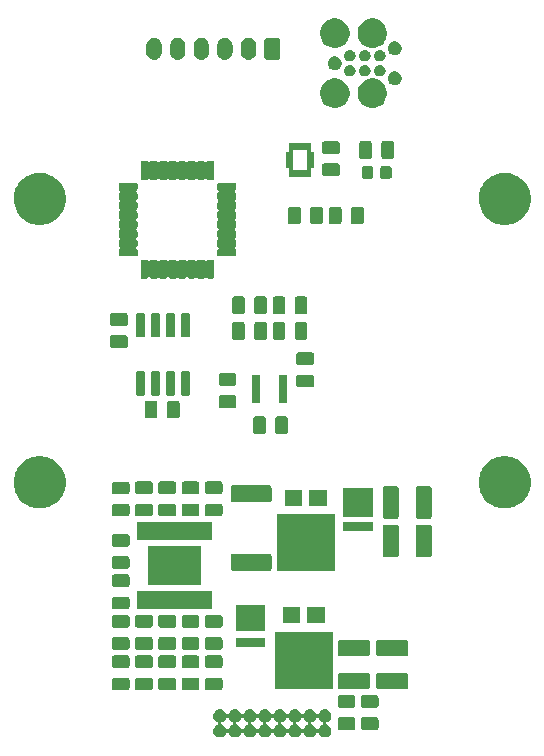
<source format=gbr>
G04 #@! TF.GenerationSoftware,KiCad,Pcbnew,(5.1.4)-1*
G04 #@! TF.CreationDate,2020-06-09T22:28:14-07:00*
G04 #@! TF.ProjectId,SkateLightMainBoard,536b6174-654c-4696-9768-744d61696e42,rev?*
G04 #@! TF.SameCoordinates,Original*
G04 #@! TF.FileFunction,Soldermask,Top*
G04 #@! TF.FilePolarity,Negative*
%FSLAX46Y46*%
G04 Gerber Fmt 4.6, Leading zero omitted, Abs format (unit mm)*
G04 Created by KiCad (PCBNEW (5.1.4)-1) date 2020-06-09 22:28:14*
%MOMM*%
%LPD*%
G04 APERTURE LIST*
%ADD10C,0.100000*%
G04 APERTURE END LIST*
D10*
G36*
X-4281949Y-33075480D02*
G01*
X-4231080Y-33096551D01*
X-4180214Y-33117620D01*
X-4088658Y-33178796D01*
X-4010796Y-33256658D01*
X-3949620Y-33348214D01*
X-3925484Y-33406485D01*
X-3913932Y-33428095D01*
X-3898387Y-33447037D01*
X-3879445Y-33462582D01*
X-3857834Y-33474133D01*
X-3834385Y-33481246D01*
X-3809999Y-33483648D01*
X-3785613Y-33481246D01*
X-3762164Y-33474133D01*
X-3740554Y-33462581D01*
X-3721612Y-33447036D01*
X-3706067Y-33428094D01*
X-3694516Y-33406485D01*
X-3670380Y-33348214D01*
X-3609204Y-33256658D01*
X-3531342Y-33178796D01*
X-3439786Y-33117620D01*
X-3388920Y-33096551D01*
X-3338051Y-33075480D01*
X-3230059Y-33054000D01*
X-3119941Y-33054000D01*
X-3011949Y-33075480D01*
X-2961080Y-33096551D01*
X-2910214Y-33117620D01*
X-2818658Y-33178796D01*
X-2740796Y-33256658D01*
X-2679620Y-33348214D01*
X-2655484Y-33406485D01*
X-2643932Y-33428095D01*
X-2628387Y-33447037D01*
X-2609445Y-33462582D01*
X-2587834Y-33474133D01*
X-2564385Y-33481246D01*
X-2539999Y-33483648D01*
X-2515613Y-33481246D01*
X-2492164Y-33474133D01*
X-2470554Y-33462581D01*
X-2451612Y-33447036D01*
X-2436067Y-33428094D01*
X-2424516Y-33406485D01*
X-2400380Y-33348214D01*
X-2339204Y-33256658D01*
X-2261342Y-33178796D01*
X-2169786Y-33117620D01*
X-2118920Y-33096551D01*
X-2068051Y-33075480D01*
X-1960059Y-33054000D01*
X-1849941Y-33054000D01*
X-1741949Y-33075480D01*
X-1691080Y-33096551D01*
X-1640214Y-33117620D01*
X-1548658Y-33178796D01*
X-1470796Y-33256658D01*
X-1409620Y-33348214D01*
X-1385484Y-33406485D01*
X-1373932Y-33428095D01*
X-1358387Y-33447037D01*
X-1339445Y-33462582D01*
X-1317834Y-33474133D01*
X-1294385Y-33481246D01*
X-1269999Y-33483648D01*
X-1245613Y-33481246D01*
X-1222164Y-33474133D01*
X-1200554Y-33462581D01*
X-1181612Y-33447036D01*
X-1166067Y-33428094D01*
X-1154516Y-33406485D01*
X-1130380Y-33348214D01*
X-1069204Y-33256658D01*
X-991342Y-33178796D01*
X-899786Y-33117620D01*
X-848920Y-33096551D01*
X-798051Y-33075480D01*
X-690059Y-33054000D01*
X-579941Y-33054000D01*
X-471949Y-33075480D01*
X-421080Y-33096551D01*
X-370214Y-33117620D01*
X-278658Y-33178796D01*
X-200796Y-33256658D01*
X-139620Y-33348214D01*
X-115484Y-33406485D01*
X-103932Y-33428095D01*
X-88387Y-33447037D01*
X-69445Y-33462582D01*
X-47834Y-33474133D01*
X-24385Y-33481246D01*
X1Y-33483648D01*
X24387Y-33481246D01*
X47836Y-33474133D01*
X69446Y-33462581D01*
X88388Y-33447036D01*
X103933Y-33428094D01*
X115484Y-33406485D01*
X139620Y-33348214D01*
X200796Y-33256658D01*
X278658Y-33178796D01*
X370214Y-33117620D01*
X421080Y-33096551D01*
X471949Y-33075480D01*
X579941Y-33054000D01*
X690059Y-33054000D01*
X798051Y-33075480D01*
X848920Y-33096551D01*
X899786Y-33117620D01*
X991342Y-33178796D01*
X1069204Y-33256658D01*
X1130380Y-33348214D01*
X1154516Y-33406485D01*
X1166068Y-33428095D01*
X1181613Y-33447037D01*
X1200555Y-33462582D01*
X1222166Y-33474133D01*
X1245615Y-33481246D01*
X1270001Y-33483648D01*
X1294387Y-33481246D01*
X1317836Y-33474133D01*
X1339446Y-33462581D01*
X1358388Y-33447036D01*
X1373933Y-33428094D01*
X1385484Y-33406485D01*
X1409620Y-33348214D01*
X1470796Y-33256658D01*
X1548658Y-33178796D01*
X1640214Y-33117620D01*
X1691080Y-33096551D01*
X1741949Y-33075480D01*
X1849941Y-33054000D01*
X1960059Y-33054000D01*
X2068051Y-33075480D01*
X2118920Y-33096551D01*
X2169786Y-33117620D01*
X2261342Y-33178796D01*
X2339204Y-33256658D01*
X2400380Y-33348214D01*
X2424516Y-33406485D01*
X2436068Y-33428095D01*
X2451613Y-33447037D01*
X2470555Y-33462582D01*
X2492166Y-33474133D01*
X2515615Y-33481246D01*
X2540001Y-33483648D01*
X2564387Y-33481246D01*
X2587836Y-33474133D01*
X2609446Y-33462581D01*
X2628388Y-33447036D01*
X2643933Y-33428094D01*
X2655484Y-33406485D01*
X2679620Y-33348214D01*
X2740796Y-33256658D01*
X2818658Y-33178796D01*
X2910214Y-33117620D01*
X2961080Y-33096551D01*
X3011949Y-33075480D01*
X3119941Y-33054000D01*
X3230059Y-33054000D01*
X3338051Y-33075480D01*
X3388920Y-33096551D01*
X3439786Y-33117620D01*
X3531342Y-33178796D01*
X3609204Y-33256658D01*
X3670380Y-33348214D01*
X3694516Y-33406485D01*
X3706068Y-33428095D01*
X3721613Y-33447037D01*
X3740555Y-33462582D01*
X3762166Y-33474133D01*
X3785615Y-33481246D01*
X3810001Y-33483648D01*
X3834387Y-33481246D01*
X3857836Y-33474133D01*
X3879446Y-33462581D01*
X3898388Y-33447036D01*
X3913933Y-33428094D01*
X3925484Y-33406485D01*
X3949620Y-33348214D01*
X4010796Y-33256658D01*
X4088658Y-33178796D01*
X4180214Y-33117620D01*
X4231080Y-33096551D01*
X4281949Y-33075480D01*
X4389941Y-33054000D01*
X4500059Y-33054000D01*
X4608051Y-33075480D01*
X4658920Y-33096551D01*
X4709786Y-33117620D01*
X4801342Y-33178796D01*
X4879204Y-33256658D01*
X4940380Y-33348214D01*
X4961449Y-33399080D01*
X4982520Y-33449949D01*
X5004000Y-33557941D01*
X5004000Y-33668059D01*
X4982520Y-33776051D01*
X4973467Y-33797906D01*
X4940380Y-33877786D01*
X4879204Y-33969342D01*
X4801342Y-34047204D01*
X4709786Y-34108380D01*
X4651515Y-34132516D01*
X4629905Y-34144068D01*
X4610963Y-34159613D01*
X4595418Y-34178555D01*
X4583867Y-34200166D01*
X4576754Y-34223615D01*
X4574352Y-34248001D01*
X4576754Y-34272387D01*
X4583867Y-34295836D01*
X4595419Y-34317446D01*
X4610964Y-34336388D01*
X4629906Y-34351933D01*
X4651513Y-34363483D01*
X4709786Y-34387620D01*
X4801342Y-34448796D01*
X4879204Y-34526658D01*
X4940380Y-34618214D01*
X4961449Y-34669080D01*
X4982520Y-34719949D01*
X5004000Y-34827941D01*
X5004000Y-34938059D01*
X4982520Y-35046051D01*
X4973467Y-35067906D01*
X4940380Y-35147786D01*
X4879204Y-35239342D01*
X4801342Y-35317204D01*
X4709786Y-35378380D01*
X4658920Y-35399449D01*
X4608051Y-35420520D01*
X4500059Y-35442000D01*
X4389941Y-35442000D01*
X4281949Y-35420520D01*
X4231080Y-35399449D01*
X4180214Y-35378380D01*
X4088658Y-35317204D01*
X4010796Y-35239342D01*
X3949620Y-35147786D01*
X3925483Y-35089513D01*
X3913932Y-35067905D01*
X3898387Y-35048963D01*
X3879445Y-35033418D01*
X3857834Y-35021867D01*
X3834385Y-35014754D01*
X3809999Y-35012352D01*
X3785613Y-35014754D01*
X3762164Y-35021867D01*
X3740554Y-35033419D01*
X3721612Y-35048964D01*
X3706067Y-35067906D01*
X3694517Y-35089513D01*
X3670380Y-35147786D01*
X3609204Y-35239342D01*
X3531342Y-35317204D01*
X3439786Y-35378380D01*
X3388920Y-35399449D01*
X3338051Y-35420520D01*
X3230059Y-35442000D01*
X3119941Y-35442000D01*
X3011949Y-35420520D01*
X2961080Y-35399449D01*
X2910214Y-35378380D01*
X2818658Y-35317204D01*
X2740796Y-35239342D01*
X2679620Y-35147786D01*
X2655483Y-35089513D01*
X2643932Y-35067905D01*
X2628387Y-35048963D01*
X2609445Y-35033418D01*
X2587834Y-35021867D01*
X2564385Y-35014754D01*
X2539999Y-35012352D01*
X2515613Y-35014754D01*
X2492164Y-35021867D01*
X2470554Y-35033419D01*
X2451612Y-35048964D01*
X2436067Y-35067906D01*
X2424517Y-35089513D01*
X2400380Y-35147786D01*
X2339204Y-35239342D01*
X2261342Y-35317204D01*
X2169786Y-35378380D01*
X2118920Y-35399449D01*
X2068051Y-35420520D01*
X1960059Y-35442000D01*
X1849941Y-35442000D01*
X1741949Y-35420520D01*
X1691080Y-35399449D01*
X1640214Y-35378380D01*
X1548658Y-35317204D01*
X1470796Y-35239342D01*
X1409620Y-35147786D01*
X1385483Y-35089513D01*
X1373932Y-35067905D01*
X1358387Y-35048963D01*
X1339445Y-35033418D01*
X1317834Y-35021867D01*
X1294385Y-35014754D01*
X1269999Y-35012352D01*
X1245613Y-35014754D01*
X1222164Y-35021867D01*
X1200554Y-35033419D01*
X1181612Y-35048964D01*
X1166067Y-35067906D01*
X1154517Y-35089513D01*
X1130380Y-35147786D01*
X1069204Y-35239342D01*
X991342Y-35317204D01*
X899786Y-35378380D01*
X848920Y-35399449D01*
X798051Y-35420520D01*
X690059Y-35442000D01*
X579941Y-35442000D01*
X471949Y-35420520D01*
X421080Y-35399449D01*
X370214Y-35378380D01*
X278658Y-35317204D01*
X200796Y-35239342D01*
X139620Y-35147786D01*
X115483Y-35089513D01*
X103932Y-35067905D01*
X88387Y-35048963D01*
X69445Y-35033418D01*
X47834Y-35021867D01*
X24385Y-35014754D01*
X-1Y-35012352D01*
X-24387Y-35014754D01*
X-47836Y-35021867D01*
X-69446Y-35033419D01*
X-88388Y-35048964D01*
X-103933Y-35067906D01*
X-115483Y-35089513D01*
X-139620Y-35147786D01*
X-200796Y-35239342D01*
X-278658Y-35317204D01*
X-370214Y-35378380D01*
X-421080Y-35399449D01*
X-471949Y-35420520D01*
X-579941Y-35442000D01*
X-690059Y-35442000D01*
X-798051Y-35420520D01*
X-848920Y-35399449D01*
X-899786Y-35378380D01*
X-991342Y-35317204D01*
X-1069204Y-35239342D01*
X-1130380Y-35147786D01*
X-1154517Y-35089513D01*
X-1166068Y-35067905D01*
X-1181613Y-35048963D01*
X-1200555Y-35033418D01*
X-1222166Y-35021867D01*
X-1245615Y-35014754D01*
X-1270001Y-35012352D01*
X-1294387Y-35014754D01*
X-1317836Y-35021867D01*
X-1339446Y-35033419D01*
X-1358388Y-35048964D01*
X-1373933Y-35067906D01*
X-1385483Y-35089513D01*
X-1409620Y-35147786D01*
X-1470796Y-35239342D01*
X-1548658Y-35317204D01*
X-1640214Y-35378380D01*
X-1691080Y-35399449D01*
X-1741949Y-35420520D01*
X-1849941Y-35442000D01*
X-1960059Y-35442000D01*
X-2068051Y-35420520D01*
X-2118920Y-35399449D01*
X-2169786Y-35378380D01*
X-2261342Y-35317204D01*
X-2339204Y-35239342D01*
X-2400380Y-35147786D01*
X-2424517Y-35089513D01*
X-2436068Y-35067905D01*
X-2451613Y-35048963D01*
X-2470555Y-35033418D01*
X-2492166Y-35021867D01*
X-2515615Y-35014754D01*
X-2540001Y-35012352D01*
X-2564387Y-35014754D01*
X-2587836Y-35021867D01*
X-2609446Y-35033419D01*
X-2628388Y-35048964D01*
X-2643933Y-35067906D01*
X-2655483Y-35089513D01*
X-2679620Y-35147786D01*
X-2740796Y-35239342D01*
X-2818658Y-35317204D01*
X-2910214Y-35378380D01*
X-2961080Y-35399449D01*
X-3011949Y-35420520D01*
X-3119941Y-35442000D01*
X-3230059Y-35442000D01*
X-3338051Y-35420520D01*
X-3388920Y-35399449D01*
X-3439786Y-35378380D01*
X-3531342Y-35317204D01*
X-3609204Y-35239342D01*
X-3670380Y-35147786D01*
X-3694517Y-35089513D01*
X-3706068Y-35067905D01*
X-3721613Y-35048963D01*
X-3740555Y-35033418D01*
X-3762166Y-35021867D01*
X-3785615Y-35014754D01*
X-3810001Y-35012352D01*
X-3834387Y-35014754D01*
X-3857836Y-35021867D01*
X-3879446Y-35033419D01*
X-3898388Y-35048964D01*
X-3913933Y-35067906D01*
X-3925483Y-35089513D01*
X-3949620Y-35147786D01*
X-4010796Y-35239342D01*
X-4088658Y-35317204D01*
X-4180214Y-35378380D01*
X-4231080Y-35399449D01*
X-4281949Y-35420520D01*
X-4389941Y-35442000D01*
X-4500059Y-35442000D01*
X-4608051Y-35420520D01*
X-4658920Y-35399449D01*
X-4709786Y-35378380D01*
X-4801342Y-35317204D01*
X-4879204Y-35239342D01*
X-4940380Y-35147786D01*
X-4973467Y-35067906D01*
X-4982520Y-35046051D01*
X-5004000Y-34938059D01*
X-5004000Y-34827941D01*
X-4982520Y-34719949D01*
X-4961449Y-34669080D01*
X-4940380Y-34618214D01*
X-4879204Y-34526658D01*
X-4801342Y-34448796D01*
X-4709786Y-34387620D01*
X-4651513Y-34363483D01*
X-4629905Y-34351932D01*
X-4610963Y-34336387D01*
X-4595418Y-34317445D01*
X-4583867Y-34295834D01*
X-4576754Y-34272385D01*
X-4574353Y-34248001D01*
X-4315648Y-34248001D01*
X-4313246Y-34272387D01*
X-4306133Y-34295836D01*
X-4294581Y-34317446D01*
X-4279036Y-34336388D01*
X-4260094Y-34351933D01*
X-4238487Y-34363483D01*
X-4180214Y-34387620D01*
X-4088658Y-34448796D01*
X-4010796Y-34526658D01*
X-3949620Y-34618214D01*
X-3925484Y-34676485D01*
X-3913932Y-34698095D01*
X-3898387Y-34717037D01*
X-3879445Y-34732582D01*
X-3857834Y-34744133D01*
X-3834385Y-34751246D01*
X-3809999Y-34753648D01*
X-3785613Y-34751246D01*
X-3762164Y-34744133D01*
X-3740554Y-34732581D01*
X-3721612Y-34717036D01*
X-3706067Y-34698094D01*
X-3694516Y-34676485D01*
X-3670380Y-34618214D01*
X-3609204Y-34526658D01*
X-3531342Y-34448796D01*
X-3439786Y-34387620D01*
X-3381513Y-34363483D01*
X-3359905Y-34351932D01*
X-3340963Y-34336387D01*
X-3325418Y-34317445D01*
X-3313867Y-34295834D01*
X-3306754Y-34272385D01*
X-3304353Y-34248001D01*
X-3045648Y-34248001D01*
X-3043246Y-34272387D01*
X-3036133Y-34295836D01*
X-3024581Y-34317446D01*
X-3009036Y-34336388D01*
X-2990094Y-34351933D01*
X-2968487Y-34363483D01*
X-2910214Y-34387620D01*
X-2818658Y-34448796D01*
X-2740796Y-34526658D01*
X-2679620Y-34618214D01*
X-2655484Y-34676485D01*
X-2643932Y-34698095D01*
X-2628387Y-34717037D01*
X-2609445Y-34732582D01*
X-2587834Y-34744133D01*
X-2564385Y-34751246D01*
X-2539999Y-34753648D01*
X-2515613Y-34751246D01*
X-2492164Y-34744133D01*
X-2470554Y-34732581D01*
X-2451612Y-34717036D01*
X-2436067Y-34698094D01*
X-2424516Y-34676485D01*
X-2400380Y-34618214D01*
X-2339204Y-34526658D01*
X-2261342Y-34448796D01*
X-2169786Y-34387620D01*
X-2111513Y-34363483D01*
X-2089905Y-34351932D01*
X-2070963Y-34336387D01*
X-2055418Y-34317445D01*
X-2043867Y-34295834D01*
X-2036754Y-34272385D01*
X-2034353Y-34248001D01*
X-1775648Y-34248001D01*
X-1773246Y-34272387D01*
X-1766133Y-34295836D01*
X-1754581Y-34317446D01*
X-1739036Y-34336388D01*
X-1720094Y-34351933D01*
X-1698487Y-34363483D01*
X-1640214Y-34387620D01*
X-1548658Y-34448796D01*
X-1470796Y-34526658D01*
X-1409620Y-34618214D01*
X-1385484Y-34676485D01*
X-1373932Y-34698095D01*
X-1358387Y-34717037D01*
X-1339445Y-34732582D01*
X-1317834Y-34744133D01*
X-1294385Y-34751246D01*
X-1269999Y-34753648D01*
X-1245613Y-34751246D01*
X-1222164Y-34744133D01*
X-1200554Y-34732581D01*
X-1181612Y-34717036D01*
X-1166067Y-34698094D01*
X-1154516Y-34676485D01*
X-1130380Y-34618214D01*
X-1069204Y-34526658D01*
X-991342Y-34448796D01*
X-899786Y-34387620D01*
X-841513Y-34363483D01*
X-819905Y-34351932D01*
X-800963Y-34336387D01*
X-785418Y-34317445D01*
X-773867Y-34295834D01*
X-766754Y-34272385D01*
X-764353Y-34248001D01*
X-505648Y-34248001D01*
X-503246Y-34272387D01*
X-496133Y-34295836D01*
X-484581Y-34317446D01*
X-469036Y-34336388D01*
X-450094Y-34351933D01*
X-428487Y-34363483D01*
X-370214Y-34387620D01*
X-278658Y-34448796D01*
X-200796Y-34526658D01*
X-139620Y-34618214D01*
X-115484Y-34676485D01*
X-103932Y-34698095D01*
X-88387Y-34717037D01*
X-69445Y-34732582D01*
X-47834Y-34744133D01*
X-24385Y-34751246D01*
X1Y-34753648D01*
X24387Y-34751246D01*
X47836Y-34744133D01*
X69446Y-34732581D01*
X88388Y-34717036D01*
X103933Y-34698094D01*
X115484Y-34676485D01*
X139620Y-34618214D01*
X200796Y-34526658D01*
X278658Y-34448796D01*
X370214Y-34387620D01*
X428487Y-34363483D01*
X450095Y-34351932D01*
X469037Y-34336387D01*
X484582Y-34317445D01*
X496133Y-34295834D01*
X503246Y-34272385D01*
X505647Y-34248001D01*
X764352Y-34248001D01*
X766754Y-34272387D01*
X773867Y-34295836D01*
X785419Y-34317446D01*
X800964Y-34336388D01*
X819906Y-34351933D01*
X841513Y-34363483D01*
X899786Y-34387620D01*
X991342Y-34448796D01*
X1069204Y-34526658D01*
X1130380Y-34618214D01*
X1154516Y-34676485D01*
X1166068Y-34698095D01*
X1181613Y-34717037D01*
X1200555Y-34732582D01*
X1222166Y-34744133D01*
X1245615Y-34751246D01*
X1270001Y-34753648D01*
X1294387Y-34751246D01*
X1317836Y-34744133D01*
X1339446Y-34732581D01*
X1358388Y-34717036D01*
X1373933Y-34698094D01*
X1385484Y-34676485D01*
X1409620Y-34618214D01*
X1470796Y-34526658D01*
X1548658Y-34448796D01*
X1640214Y-34387620D01*
X1698487Y-34363483D01*
X1720095Y-34351932D01*
X1739037Y-34336387D01*
X1754582Y-34317445D01*
X1766133Y-34295834D01*
X1773246Y-34272385D01*
X1775647Y-34248001D01*
X2034352Y-34248001D01*
X2036754Y-34272387D01*
X2043867Y-34295836D01*
X2055419Y-34317446D01*
X2070964Y-34336388D01*
X2089906Y-34351933D01*
X2111513Y-34363483D01*
X2169786Y-34387620D01*
X2261342Y-34448796D01*
X2339204Y-34526658D01*
X2400380Y-34618214D01*
X2424516Y-34676485D01*
X2436068Y-34698095D01*
X2451613Y-34717037D01*
X2470555Y-34732582D01*
X2492166Y-34744133D01*
X2515615Y-34751246D01*
X2540001Y-34753648D01*
X2564387Y-34751246D01*
X2587836Y-34744133D01*
X2609446Y-34732581D01*
X2628388Y-34717036D01*
X2643933Y-34698094D01*
X2655484Y-34676485D01*
X2679620Y-34618214D01*
X2740796Y-34526658D01*
X2818658Y-34448796D01*
X2910214Y-34387620D01*
X2968487Y-34363483D01*
X2990095Y-34351932D01*
X3009037Y-34336387D01*
X3024582Y-34317445D01*
X3036133Y-34295834D01*
X3043246Y-34272385D01*
X3045647Y-34248001D01*
X3304352Y-34248001D01*
X3306754Y-34272387D01*
X3313867Y-34295836D01*
X3325419Y-34317446D01*
X3340964Y-34336388D01*
X3359906Y-34351933D01*
X3381513Y-34363483D01*
X3439786Y-34387620D01*
X3531342Y-34448796D01*
X3609204Y-34526658D01*
X3670380Y-34618214D01*
X3694516Y-34676485D01*
X3706068Y-34698095D01*
X3721613Y-34717037D01*
X3740555Y-34732582D01*
X3762166Y-34744133D01*
X3785615Y-34751246D01*
X3810001Y-34753648D01*
X3834387Y-34751246D01*
X3857836Y-34744133D01*
X3879446Y-34732581D01*
X3898388Y-34717036D01*
X3913933Y-34698094D01*
X3925484Y-34676485D01*
X3949620Y-34618214D01*
X4010796Y-34526658D01*
X4088658Y-34448796D01*
X4180214Y-34387620D01*
X4238487Y-34363483D01*
X4260095Y-34351932D01*
X4279037Y-34336387D01*
X4294582Y-34317445D01*
X4306133Y-34295834D01*
X4313246Y-34272385D01*
X4315648Y-34247999D01*
X4313246Y-34223613D01*
X4306133Y-34200164D01*
X4294581Y-34178554D01*
X4279036Y-34159612D01*
X4260094Y-34144067D01*
X4238485Y-34132516D01*
X4180214Y-34108380D01*
X4088658Y-34047204D01*
X4010796Y-33969342D01*
X3949620Y-33877786D01*
X3925483Y-33819513D01*
X3913932Y-33797905D01*
X3898387Y-33778963D01*
X3879445Y-33763418D01*
X3857834Y-33751867D01*
X3834385Y-33744754D01*
X3809999Y-33742352D01*
X3785613Y-33744754D01*
X3762164Y-33751867D01*
X3740554Y-33763419D01*
X3721612Y-33778964D01*
X3706067Y-33797906D01*
X3694517Y-33819513D01*
X3670380Y-33877786D01*
X3609204Y-33969342D01*
X3531342Y-34047204D01*
X3439786Y-34108380D01*
X3381515Y-34132516D01*
X3359905Y-34144068D01*
X3340963Y-34159613D01*
X3325418Y-34178555D01*
X3313867Y-34200166D01*
X3306754Y-34223615D01*
X3304352Y-34248001D01*
X3045647Y-34248001D01*
X3045648Y-34247999D01*
X3043246Y-34223613D01*
X3036133Y-34200164D01*
X3024581Y-34178554D01*
X3009036Y-34159612D01*
X2990094Y-34144067D01*
X2968485Y-34132516D01*
X2910214Y-34108380D01*
X2818658Y-34047204D01*
X2740796Y-33969342D01*
X2679620Y-33877786D01*
X2655483Y-33819513D01*
X2643932Y-33797905D01*
X2628387Y-33778963D01*
X2609445Y-33763418D01*
X2587834Y-33751867D01*
X2564385Y-33744754D01*
X2539999Y-33742352D01*
X2515613Y-33744754D01*
X2492164Y-33751867D01*
X2470554Y-33763419D01*
X2451612Y-33778964D01*
X2436067Y-33797906D01*
X2424517Y-33819513D01*
X2400380Y-33877786D01*
X2339204Y-33969342D01*
X2261342Y-34047204D01*
X2169786Y-34108380D01*
X2111515Y-34132516D01*
X2089905Y-34144068D01*
X2070963Y-34159613D01*
X2055418Y-34178555D01*
X2043867Y-34200166D01*
X2036754Y-34223615D01*
X2034352Y-34248001D01*
X1775647Y-34248001D01*
X1775648Y-34247999D01*
X1773246Y-34223613D01*
X1766133Y-34200164D01*
X1754581Y-34178554D01*
X1739036Y-34159612D01*
X1720094Y-34144067D01*
X1698485Y-34132516D01*
X1640214Y-34108380D01*
X1548658Y-34047204D01*
X1470796Y-33969342D01*
X1409620Y-33877786D01*
X1385483Y-33819513D01*
X1373932Y-33797905D01*
X1358387Y-33778963D01*
X1339445Y-33763418D01*
X1317834Y-33751867D01*
X1294385Y-33744754D01*
X1269999Y-33742352D01*
X1245613Y-33744754D01*
X1222164Y-33751867D01*
X1200554Y-33763419D01*
X1181612Y-33778964D01*
X1166067Y-33797906D01*
X1154517Y-33819513D01*
X1130380Y-33877786D01*
X1069204Y-33969342D01*
X991342Y-34047204D01*
X899786Y-34108380D01*
X841515Y-34132516D01*
X819905Y-34144068D01*
X800963Y-34159613D01*
X785418Y-34178555D01*
X773867Y-34200166D01*
X766754Y-34223615D01*
X764352Y-34248001D01*
X505647Y-34248001D01*
X505648Y-34247999D01*
X503246Y-34223613D01*
X496133Y-34200164D01*
X484581Y-34178554D01*
X469036Y-34159612D01*
X450094Y-34144067D01*
X428485Y-34132516D01*
X370214Y-34108380D01*
X278658Y-34047204D01*
X200796Y-33969342D01*
X139620Y-33877786D01*
X115483Y-33819513D01*
X103932Y-33797905D01*
X88387Y-33778963D01*
X69445Y-33763418D01*
X47834Y-33751867D01*
X24385Y-33744754D01*
X-1Y-33742352D01*
X-24387Y-33744754D01*
X-47836Y-33751867D01*
X-69446Y-33763419D01*
X-88388Y-33778964D01*
X-103933Y-33797906D01*
X-115483Y-33819513D01*
X-139620Y-33877786D01*
X-200796Y-33969342D01*
X-278658Y-34047204D01*
X-370214Y-34108380D01*
X-428485Y-34132516D01*
X-450095Y-34144068D01*
X-469037Y-34159613D01*
X-484582Y-34178555D01*
X-496133Y-34200166D01*
X-503246Y-34223615D01*
X-505648Y-34248001D01*
X-764353Y-34248001D01*
X-764352Y-34247999D01*
X-766754Y-34223613D01*
X-773867Y-34200164D01*
X-785419Y-34178554D01*
X-800964Y-34159612D01*
X-819906Y-34144067D01*
X-841515Y-34132516D01*
X-899786Y-34108380D01*
X-991342Y-34047204D01*
X-1069204Y-33969342D01*
X-1130380Y-33877786D01*
X-1154517Y-33819513D01*
X-1166068Y-33797905D01*
X-1181613Y-33778963D01*
X-1200555Y-33763418D01*
X-1222166Y-33751867D01*
X-1245615Y-33744754D01*
X-1270001Y-33742352D01*
X-1294387Y-33744754D01*
X-1317836Y-33751867D01*
X-1339446Y-33763419D01*
X-1358388Y-33778964D01*
X-1373933Y-33797906D01*
X-1385483Y-33819513D01*
X-1409620Y-33877786D01*
X-1470796Y-33969342D01*
X-1548658Y-34047204D01*
X-1640214Y-34108380D01*
X-1698485Y-34132516D01*
X-1720095Y-34144068D01*
X-1739037Y-34159613D01*
X-1754582Y-34178555D01*
X-1766133Y-34200166D01*
X-1773246Y-34223615D01*
X-1775648Y-34248001D01*
X-2034353Y-34248001D01*
X-2034352Y-34247999D01*
X-2036754Y-34223613D01*
X-2043867Y-34200164D01*
X-2055419Y-34178554D01*
X-2070964Y-34159612D01*
X-2089906Y-34144067D01*
X-2111515Y-34132516D01*
X-2169786Y-34108380D01*
X-2261342Y-34047204D01*
X-2339204Y-33969342D01*
X-2400380Y-33877786D01*
X-2424517Y-33819513D01*
X-2436068Y-33797905D01*
X-2451613Y-33778963D01*
X-2470555Y-33763418D01*
X-2492166Y-33751867D01*
X-2515615Y-33744754D01*
X-2540001Y-33742352D01*
X-2564387Y-33744754D01*
X-2587836Y-33751867D01*
X-2609446Y-33763419D01*
X-2628388Y-33778964D01*
X-2643933Y-33797906D01*
X-2655483Y-33819513D01*
X-2679620Y-33877786D01*
X-2740796Y-33969342D01*
X-2818658Y-34047204D01*
X-2910214Y-34108380D01*
X-2968485Y-34132516D01*
X-2990095Y-34144068D01*
X-3009037Y-34159613D01*
X-3024582Y-34178555D01*
X-3036133Y-34200166D01*
X-3043246Y-34223615D01*
X-3045648Y-34248001D01*
X-3304353Y-34248001D01*
X-3304352Y-34247999D01*
X-3306754Y-34223613D01*
X-3313867Y-34200164D01*
X-3325419Y-34178554D01*
X-3340964Y-34159612D01*
X-3359906Y-34144067D01*
X-3381515Y-34132516D01*
X-3439786Y-34108380D01*
X-3531342Y-34047204D01*
X-3609204Y-33969342D01*
X-3670380Y-33877786D01*
X-3694517Y-33819513D01*
X-3706068Y-33797905D01*
X-3721613Y-33778963D01*
X-3740555Y-33763418D01*
X-3762166Y-33751867D01*
X-3785615Y-33744754D01*
X-3810001Y-33742352D01*
X-3834387Y-33744754D01*
X-3857836Y-33751867D01*
X-3879446Y-33763419D01*
X-3898388Y-33778964D01*
X-3913933Y-33797906D01*
X-3925483Y-33819513D01*
X-3949620Y-33877786D01*
X-4010796Y-33969342D01*
X-4088658Y-34047204D01*
X-4180214Y-34108380D01*
X-4238485Y-34132516D01*
X-4260095Y-34144068D01*
X-4279037Y-34159613D01*
X-4294582Y-34178555D01*
X-4306133Y-34200166D01*
X-4313246Y-34223615D01*
X-4315648Y-34248001D01*
X-4574353Y-34248001D01*
X-4574352Y-34247999D01*
X-4576754Y-34223613D01*
X-4583867Y-34200164D01*
X-4595419Y-34178554D01*
X-4610964Y-34159612D01*
X-4629906Y-34144067D01*
X-4651515Y-34132516D01*
X-4709786Y-34108380D01*
X-4801342Y-34047204D01*
X-4879204Y-33969342D01*
X-4940380Y-33877786D01*
X-4973467Y-33797906D01*
X-4982520Y-33776051D01*
X-5004000Y-33668059D01*
X-5004000Y-33557941D01*
X-4982520Y-33449949D01*
X-4961449Y-33399080D01*
X-4940380Y-33348214D01*
X-4879204Y-33256658D01*
X-4801342Y-33178796D01*
X-4709786Y-33117620D01*
X-4658920Y-33096551D01*
X-4608051Y-33075480D01*
X-4500059Y-33054000D01*
X-4389941Y-33054000D01*
X-4281949Y-33075480D01*
X-4281949Y-33075480D01*
G37*
G36*
X6870968Y-33741065D02*
G01*
X6909638Y-33752796D01*
X6945277Y-33771846D01*
X6976517Y-33797483D01*
X7002154Y-33828723D01*
X7021204Y-33864362D01*
X7032935Y-33903032D01*
X7037500Y-33949388D01*
X7037500Y-34600612D01*
X7032935Y-34646968D01*
X7021204Y-34685638D01*
X7002154Y-34721277D01*
X6976517Y-34752517D01*
X6945277Y-34778154D01*
X6909638Y-34797204D01*
X6870968Y-34808935D01*
X6824612Y-34813500D01*
X5748388Y-34813500D01*
X5702032Y-34808935D01*
X5663362Y-34797204D01*
X5627723Y-34778154D01*
X5596483Y-34752517D01*
X5570846Y-34721277D01*
X5551796Y-34685638D01*
X5540065Y-34646968D01*
X5535500Y-34600612D01*
X5535500Y-33949388D01*
X5540065Y-33903032D01*
X5551796Y-33864362D01*
X5570846Y-33828723D01*
X5596483Y-33797483D01*
X5627723Y-33771846D01*
X5663362Y-33752796D01*
X5702032Y-33741065D01*
X5748388Y-33736500D01*
X6824612Y-33736500D01*
X6870968Y-33741065D01*
X6870968Y-33741065D01*
G37*
G36*
X8839468Y-33741065D02*
G01*
X8878138Y-33752796D01*
X8913777Y-33771846D01*
X8945017Y-33797483D01*
X8970654Y-33828723D01*
X8989704Y-33864362D01*
X9001435Y-33903032D01*
X9006000Y-33949388D01*
X9006000Y-34600612D01*
X9001435Y-34646968D01*
X8989704Y-34685638D01*
X8970654Y-34721277D01*
X8945017Y-34752517D01*
X8913777Y-34778154D01*
X8878138Y-34797204D01*
X8839468Y-34808935D01*
X8793112Y-34813500D01*
X7716888Y-34813500D01*
X7670532Y-34808935D01*
X7631862Y-34797204D01*
X7596223Y-34778154D01*
X7564983Y-34752517D01*
X7539346Y-34721277D01*
X7520296Y-34685638D01*
X7508565Y-34646968D01*
X7504000Y-34600612D01*
X7504000Y-33949388D01*
X7508565Y-33903032D01*
X7520296Y-33864362D01*
X7539346Y-33828723D01*
X7564983Y-33797483D01*
X7596223Y-33771846D01*
X7631862Y-33752796D01*
X7670532Y-33741065D01*
X7716888Y-33736500D01*
X8793112Y-33736500D01*
X8839468Y-33741065D01*
X8839468Y-33741065D01*
G37*
G36*
X8839468Y-31866065D02*
G01*
X8878138Y-31877796D01*
X8913777Y-31896846D01*
X8945017Y-31922483D01*
X8970654Y-31953723D01*
X8989704Y-31989362D01*
X9001435Y-32028032D01*
X9006000Y-32074388D01*
X9006000Y-32725612D01*
X9001435Y-32771968D01*
X8989704Y-32810638D01*
X8970654Y-32846277D01*
X8945017Y-32877517D01*
X8913777Y-32903154D01*
X8878138Y-32922204D01*
X8839468Y-32933935D01*
X8793112Y-32938500D01*
X7716888Y-32938500D01*
X7670532Y-32933935D01*
X7631862Y-32922204D01*
X7596223Y-32903154D01*
X7564983Y-32877517D01*
X7539346Y-32846277D01*
X7520296Y-32810638D01*
X7508565Y-32771968D01*
X7504000Y-32725612D01*
X7504000Y-32074388D01*
X7508565Y-32028032D01*
X7520296Y-31989362D01*
X7539346Y-31953723D01*
X7564983Y-31922483D01*
X7596223Y-31896846D01*
X7631862Y-31877796D01*
X7670532Y-31866065D01*
X7716888Y-31861500D01*
X8793112Y-31861500D01*
X8839468Y-31866065D01*
X8839468Y-31866065D01*
G37*
G36*
X6870968Y-31866065D02*
G01*
X6909638Y-31877796D01*
X6945277Y-31896846D01*
X6976517Y-31922483D01*
X7002154Y-31953723D01*
X7021204Y-31989362D01*
X7032935Y-32028032D01*
X7037500Y-32074388D01*
X7037500Y-32725612D01*
X7032935Y-32771968D01*
X7021204Y-32810638D01*
X7002154Y-32846277D01*
X6976517Y-32877517D01*
X6945277Y-32903154D01*
X6909638Y-32922204D01*
X6870968Y-32933935D01*
X6824612Y-32938500D01*
X5748388Y-32938500D01*
X5702032Y-32933935D01*
X5663362Y-32922204D01*
X5627723Y-32903154D01*
X5596483Y-32877517D01*
X5570846Y-32846277D01*
X5551796Y-32810638D01*
X5540065Y-32771968D01*
X5535500Y-32725612D01*
X5535500Y-32074388D01*
X5540065Y-32028032D01*
X5551796Y-31989362D01*
X5570846Y-31953723D01*
X5596483Y-31922483D01*
X5627723Y-31896846D01*
X5663362Y-31877796D01*
X5702032Y-31866065D01*
X5748388Y-31861500D01*
X6824612Y-31861500D01*
X6870968Y-31866065D01*
X6870968Y-31866065D01*
G37*
G36*
X-12242532Y-30375565D02*
G01*
X-12203862Y-30387296D01*
X-12168223Y-30406346D01*
X-12136983Y-30431983D01*
X-12111346Y-30463223D01*
X-12092296Y-30498862D01*
X-12080565Y-30537532D01*
X-12076000Y-30583888D01*
X-12076000Y-31235112D01*
X-12080565Y-31281468D01*
X-12092296Y-31320138D01*
X-12111346Y-31355777D01*
X-12136983Y-31387017D01*
X-12168223Y-31412654D01*
X-12203862Y-31431704D01*
X-12242532Y-31443435D01*
X-12288888Y-31448000D01*
X-13365112Y-31448000D01*
X-13411468Y-31443435D01*
X-13450138Y-31431704D01*
X-13485777Y-31412654D01*
X-13517017Y-31387017D01*
X-13542654Y-31355777D01*
X-13561704Y-31320138D01*
X-13573435Y-31281468D01*
X-13578000Y-31235112D01*
X-13578000Y-30583888D01*
X-13573435Y-30537532D01*
X-13561704Y-30498862D01*
X-13542654Y-30463223D01*
X-13517017Y-30431983D01*
X-13485777Y-30406346D01*
X-13450138Y-30387296D01*
X-13411468Y-30375565D01*
X-13365112Y-30371000D01*
X-12288888Y-30371000D01*
X-12242532Y-30375565D01*
X-12242532Y-30375565D01*
G37*
G36*
X-6337032Y-30375565D02*
G01*
X-6298362Y-30387296D01*
X-6262723Y-30406346D01*
X-6231483Y-30431983D01*
X-6205846Y-30463223D01*
X-6186796Y-30498862D01*
X-6175065Y-30537532D01*
X-6170500Y-30583888D01*
X-6170500Y-31235112D01*
X-6175065Y-31281468D01*
X-6186796Y-31320138D01*
X-6205846Y-31355777D01*
X-6231483Y-31387017D01*
X-6262723Y-31412654D01*
X-6298362Y-31431704D01*
X-6337032Y-31443435D01*
X-6383388Y-31448000D01*
X-7459612Y-31448000D01*
X-7505968Y-31443435D01*
X-7544638Y-31431704D01*
X-7580277Y-31412654D01*
X-7611517Y-31387017D01*
X-7637154Y-31355777D01*
X-7656204Y-31320138D01*
X-7667935Y-31281468D01*
X-7672500Y-31235112D01*
X-7672500Y-30583888D01*
X-7667935Y-30537532D01*
X-7656204Y-30498862D01*
X-7637154Y-30463223D01*
X-7611517Y-30431983D01*
X-7580277Y-30406346D01*
X-7544638Y-30387296D01*
X-7505968Y-30375565D01*
X-7459612Y-30371000D01*
X-6383388Y-30371000D01*
X-6337032Y-30375565D01*
X-6337032Y-30375565D01*
G37*
G36*
X-10274032Y-30375565D02*
G01*
X-10235362Y-30387296D01*
X-10199723Y-30406346D01*
X-10168483Y-30431983D01*
X-10142846Y-30463223D01*
X-10123796Y-30498862D01*
X-10112065Y-30537532D01*
X-10107500Y-30583888D01*
X-10107500Y-31235112D01*
X-10112065Y-31281468D01*
X-10123796Y-31320138D01*
X-10142846Y-31355777D01*
X-10168483Y-31387017D01*
X-10199723Y-31412654D01*
X-10235362Y-31431704D01*
X-10274032Y-31443435D01*
X-10320388Y-31448000D01*
X-11396612Y-31448000D01*
X-11442968Y-31443435D01*
X-11481638Y-31431704D01*
X-11517277Y-31412654D01*
X-11548517Y-31387017D01*
X-11574154Y-31355777D01*
X-11593204Y-31320138D01*
X-11604935Y-31281468D01*
X-11609500Y-31235112D01*
X-11609500Y-30583888D01*
X-11604935Y-30537532D01*
X-11593204Y-30498862D01*
X-11574154Y-30463223D01*
X-11548517Y-30431983D01*
X-11517277Y-30406346D01*
X-11481638Y-30387296D01*
X-11442968Y-30375565D01*
X-11396612Y-30371000D01*
X-10320388Y-30371000D01*
X-10274032Y-30375565D01*
X-10274032Y-30375565D01*
G37*
G36*
X-4368532Y-30375565D02*
G01*
X-4329862Y-30387296D01*
X-4294223Y-30406346D01*
X-4262983Y-30431983D01*
X-4237346Y-30463223D01*
X-4218296Y-30498862D01*
X-4206565Y-30537532D01*
X-4202000Y-30583888D01*
X-4202000Y-31235112D01*
X-4206565Y-31281468D01*
X-4218296Y-31320138D01*
X-4237346Y-31355777D01*
X-4262983Y-31387017D01*
X-4294223Y-31412654D01*
X-4329862Y-31431704D01*
X-4368532Y-31443435D01*
X-4414888Y-31448000D01*
X-5491112Y-31448000D01*
X-5537468Y-31443435D01*
X-5576138Y-31431704D01*
X-5611777Y-31412654D01*
X-5643017Y-31387017D01*
X-5668654Y-31355777D01*
X-5687704Y-31320138D01*
X-5699435Y-31281468D01*
X-5704000Y-31235112D01*
X-5704000Y-30583888D01*
X-5699435Y-30537532D01*
X-5687704Y-30498862D01*
X-5668654Y-30463223D01*
X-5643017Y-30431983D01*
X-5611777Y-30406346D01*
X-5576138Y-30387296D01*
X-5537468Y-30375565D01*
X-5491112Y-30371000D01*
X-4414888Y-30371000D01*
X-4368532Y-30375565D01*
X-4368532Y-30375565D01*
G37*
G36*
X-8305532Y-30375565D02*
G01*
X-8266862Y-30387296D01*
X-8231223Y-30406346D01*
X-8199983Y-30431983D01*
X-8174346Y-30463223D01*
X-8155296Y-30498862D01*
X-8143565Y-30537532D01*
X-8139000Y-30583888D01*
X-8139000Y-31235112D01*
X-8143565Y-31281468D01*
X-8155296Y-31320138D01*
X-8174346Y-31355777D01*
X-8199983Y-31387017D01*
X-8231223Y-31412654D01*
X-8266862Y-31431704D01*
X-8305532Y-31443435D01*
X-8351888Y-31448000D01*
X-9428112Y-31448000D01*
X-9474468Y-31443435D01*
X-9513138Y-31431704D01*
X-9548777Y-31412654D01*
X-9580017Y-31387017D01*
X-9605654Y-31355777D01*
X-9624704Y-31320138D01*
X-9636435Y-31281468D01*
X-9641000Y-31235112D01*
X-9641000Y-30583888D01*
X-9636435Y-30537532D01*
X-9624704Y-30498862D01*
X-9605654Y-30463223D01*
X-9580017Y-30431983D01*
X-9548777Y-30406346D01*
X-9513138Y-30387296D01*
X-9474468Y-30375565D01*
X-9428112Y-30371000D01*
X-8351888Y-30371000D01*
X-8305532Y-30375565D01*
X-8305532Y-30375565D01*
G37*
G36*
X8140104Y-30001847D02*
G01*
X8176644Y-30012932D01*
X8210321Y-30030933D01*
X8239841Y-30055159D01*
X8264067Y-30084679D01*
X8282068Y-30118356D01*
X8293153Y-30154896D01*
X8297500Y-30199038D01*
X8297500Y-31147962D01*
X8293153Y-31192104D01*
X8282068Y-31228644D01*
X8264067Y-31262321D01*
X8239841Y-31291841D01*
X8210321Y-31316067D01*
X8176644Y-31334068D01*
X8140104Y-31345153D01*
X8095962Y-31349500D01*
X5747038Y-31349500D01*
X5702896Y-31345153D01*
X5666356Y-31334068D01*
X5632679Y-31316067D01*
X5603159Y-31291841D01*
X5578933Y-31262321D01*
X5560932Y-31228644D01*
X5549847Y-31192104D01*
X5545500Y-31147962D01*
X5545500Y-30199038D01*
X5549847Y-30154896D01*
X5560932Y-30118356D01*
X5578933Y-30084679D01*
X5603159Y-30055159D01*
X5632679Y-30030933D01*
X5666356Y-30012932D01*
X5702896Y-30001847D01*
X5747038Y-29997500D01*
X8095962Y-29997500D01*
X8140104Y-30001847D01*
X8140104Y-30001847D01*
G37*
G36*
X11378604Y-30001847D02*
G01*
X11415144Y-30012932D01*
X11448821Y-30030933D01*
X11478341Y-30055159D01*
X11502567Y-30084679D01*
X11520568Y-30118356D01*
X11531653Y-30154896D01*
X11536000Y-30199038D01*
X11536000Y-31147962D01*
X11531653Y-31192104D01*
X11520568Y-31228644D01*
X11502567Y-31262321D01*
X11478341Y-31291841D01*
X11448821Y-31316067D01*
X11415144Y-31334068D01*
X11378604Y-31345153D01*
X11334462Y-31349500D01*
X8985538Y-31349500D01*
X8941396Y-31345153D01*
X8904856Y-31334068D01*
X8871179Y-31316067D01*
X8841659Y-31291841D01*
X8817433Y-31262321D01*
X8799432Y-31228644D01*
X8788347Y-31192104D01*
X8784000Y-31147962D01*
X8784000Y-30199038D01*
X8788347Y-30154896D01*
X8799432Y-30118356D01*
X8817433Y-30084679D01*
X8841659Y-30055159D01*
X8871179Y-30030933D01*
X8904856Y-30012932D01*
X8941396Y-30001847D01*
X8985538Y-29997500D01*
X11334462Y-29997500D01*
X11378604Y-30001847D01*
X11378604Y-30001847D01*
G37*
G36*
X5118000Y-31327500D02*
G01*
X216000Y-31327500D01*
X216000Y-26505500D01*
X5118000Y-26505500D01*
X5118000Y-31327500D01*
X5118000Y-31327500D01*
G37*
G36*
X-10274032Y-28500565D02*
G01*
X-10235362Y-28512296D01*
X-10199723Y-28531346D01*
X-10168483Y-28556983D01*
X-10142846Y-28588223D01*
X-10123796Y-28623862D01*
X-10112065Y-28662532D01*
X-10107500Y-28708888D01*
X-10107500Y-29360112D01*
X-10112065Y-29406468D01*
X-10123796Y-29445138D01*
X-10142846Y-29480777D01*
X-10168483Y-29512017D01*
X-10199723Y-29537654D01*
X-10235362Y-29556704D01*
X-10274032Y-29568435D01*
X-10320388Y-29573000D01*
X-11396612Y-29573000D01*
X-11442968Y-29568435D01*
X-11481638Y-29556704D01*
X-11517277Y-29537654D01*
X-11548517Y-29512017D01*
X-11574154Y-29480777D01*
X-11593204Y-29445138D01*
X-11604935Y-29406468D01*
X-11609500Y-29360112D01*
X-11609500Y-28708888D01*
X-11604935Y-28662532D01*
X-11593204Y-28623862D01*
X-11574154Y-28588223D01*
X-11548517Y-28556983D01*
X-11517277Y-28531346D01*
X-11481638Y-28512296D01*
X-11442968Y-28500565D01*
X-11396612Y-28496000D01*
X-10320388Y-28496000D01*
X-10274032Y-28500565D01*
X-10274032Y-28500565D01*
G37*
G36*
X-8305532Y-28500565D02*
G01*
X-8266862Y-28512296D01*
X-8231223Y-28531346D01*
X-8199983Y-28556983D01*
X-8174346Y-28588223D01*
X-8155296Y-28623862D01*
X-8143565Y-28662532D01*
X-8139000Y-28708888D01*
X-8139000Y-29360112D01*
X-8143565Y-29406468D01*
X-8155296Y-29445138D01*
X-8174346Y-29480777D01*
X-8199983Y-29512017D01*
X-8231223Y-29537654D01*
X-8266862Y-29556704D01*
X-8305532Y-29568435D01*
X-8351888Y-29573000D01*
X-9428112Y-29573000D01*
X-9474468Y-29568435D01*
X-9513138Y-29556704D01*
X-9548777Y-29537654D01*
X-9580017Y-29512017D01*
X-9605654Y-29480777D01*
X-9624704Y-29445138D01*
X-9636435Y-29406468D01*
X-9641000Y-29360112D01*
X-9641000Y-28708888D01*
X-9636435Y-28662532D01*
X-9624704Y-28623862D01*
X-9605654Y-28588223D01*
X-9580017Y-28556983D01*
X-9548777Y-28531346D01*
X-9513138Y-28512296D01*
X-9474468Y-28500565D01*
X-9428112Y-28496000D01*
X-8351888Y-28496000D01*
X-8305532Y-28500565D01*
X-8305532Y-28500565D01*
G37*
G36*
X-6337032Y-28500565D02*
G01*
X-6298362Y-28512296D01*
X-6262723Y-28531346D01*
X-6231483Y-28556983D01*
X-6205846Y-28588223D01*
X-6186796Y-28623862D01*
X-6175065Y-28662532D01*
X-6170500Y-28708888D01*
X-6170500Y-29360112D01*
X-6175065Y-29406468D01*
X-6186796Y-29445138D01*
X-6205846Y-29480777D01*
X-6231483Y-29512017D01*
X-6262723Y-29537654D01*
X-6298362Y-29556704D01*
X-6337032Y-29568435D01*
X-6383388Y-29573000D01*
X-7459612Y-29573000D01*
X-7505968Y-29568435D01*
X-7544638Y-29556704D01*
X-7580277Y-29537654D01*
X-7611517Y-29512017D01*
X-7637154Y-29480777D01*
X-7656204Y-29445138D01*
X-7667935Y-29406468D01*
X-7672500Y-29360112D01*
X-7672500Y-28708888D01*
X-7667935Y-28662532D01*
X-7656204Y-28623862D01*
X-7637154Y-28588223D01*
X-7611517Y-28556983D01*
X-7580277Y-28531346D01*
X-7544638Y-28512296D01*
X-7505968Y-28500565D01*
X-7459612Y-28496000D01*
X-6383388Y-28496000D01*
X-6337032Y-28500565D01*
X-6337032Y-28500565D01*
G37*
G36*
X-4368532Y-28500565D02*
G01*
X-4329862Y-28512296D01*
X-4294223Y-28531346D01*
X-4262983Y-28556983D01*
X-4237346Y-28588223D01*
X-4218296Y-28623862D01*
X-4206565Y-28662532D01*
X-4202000Y-28708888D01*
X-4202000Y-29360112D01*
X-4206565Y-29406468D01*
X-4218296Y-29445138D01*
X-4237346Y-29480777D01*
X-4262983Y-29512017D01*
X-4294223Y-29537654D01*
X-4329862Y-29556704D01*
X-4368532Y-29568435D01*
X-4414888Y-29573000D01*
X-5491112Y-29573000D01*
X-5537468Y-29568435D01*
X-5576138Y-29556704D01*
X-5611777Y-29537654D01*
X-5643017Y-29512017D01*
X-5668654Y-29480777D01*
X-5687704Y-29445138D01*
X-5699435Y-29406468D01*
X-5704000Y-29360112D01*
X-5704000Y-28708888D01*
X-5699435Y-28662532D01*
X-5687704Y-28623862D01*
X-5668654Y-28588223D01*
X-5643017Y-28556983D01*
X-5611777Y-28531346D01*
X-5576138Y-28512296D01*
X-5537468Y-28500565D01*
X-5491112Y-28496000D01*
X-4414888Y-28496000D01*
X-4368532Y-28500565D01*
X-4368532Y-28500565D01*
G37*
G36*
X-12242532Y-28500565D02*
G01*
X-12203862Y-28512296D01*
X-12168223Y-28531346D01*
X-12136983Y-28556983D01*
X-12111346Y-28588223D01*
X-12092296Y-28623862D01*
X-12080565Y-28662532D01*
X-12076000Y-28708888D01*
X-12076000Y-29360112D01*
X-12080565Y-29406468D01*
X-12092296Y-29445138D01*
X-12111346Y-29480777D01*
X-12136983Y-29512017D01*
X-12168223Y-29537654D01*
X-12203862Y-29556704D01*
X-12242532Y-29568435D01*
X-12288888Y-29573000D01*
X-13365112Y-29573000D01*
X-13411468Y-29568435D01*
X-13450138Y-29556704D01*
X-13485777Y-29537654D01*
X-13517017Y-29512017D01*
X-13542654Y-29480777D01*
X-13561704Y-29445138D01*
X-13573435Y-29406468D01*
X-13578000Y-29360112D01*
X-13578000Y-28708888D01*
X-13573435Y-28662532D01*
X-13561704Y-28623862D01*
X-13542654Y-28588223D01*
X-13517017Y-28556983D01*
X-13485777Y-28531346D01*
X-13450138Y-28512296D01*
X-13411468Y-28500565D01*
X-13365112Y-28496000D01*
X-12288888Y-28496000D01*
X-12242532Y-28500565D01*
X-12242532Y-28500565D01*
G37*
G36*
X8140104Y-27201847D02*
G01*
X8176644Y-27212932D01*
X8210321Y-27230933D01*
X8239841Y-27255159D01*
X8264067Y-27284679D01*
X8282068Y-27318356D01*
X8293153Y-27354896D01*
X8297500Y-27399038D01*
X8297500Y-28347962D01*
X8293153Y-28392104D01*
X8282068Y-28428644D01*
X8264067Y-28462321D01*
X8239841Y-28491841D01*
X8210321Y-28516067D01*
X8176644Y-28534068D01*
X8140104Y-28545153D01*
X8095962Y-28549500D01*
X5747038Y-28549500D01*
X5702896Y-28545153D01*
X5666356Y-28534068D01*
X5632679Y-28516067D01*
X5603159Y-28491841D01*
X5578933Y-28462321D01*
X5560932Y-28428644D01*
X5549847Y-28392104D01*
X5545500Y-28347962D01*
X5545500Y-27399038D01*
X5549847Y-27354896D01*
X5560932Y-27318356D01*
X5578933Y-27284679D01*
X5603159Y-27255159D01*
X5632679Y-27230933D01*
X5666356Y-27212932D01*
X5702896Y-27201847D01*
X5747038Y-27197500D01*
X8095962Y-27197500D01*
X8140104Y-27201847D01*
X8140104Y-27201847D01*
G37*
G36*
X11378604Y-27201847D02*
G01*
X11415144Y-27212932D01*
X11448821Y-27230933D01*
X11478341Y-27255159D01*
X11502567Y-27284679D01*
X11520568Y-27318356D01*
X11531653Y-27354896D01*
X11536000Y-27399038D01*
X11536000Y-28347962D01*
X11531653Y-28392104D01*
X11520568Y-28428644D01*
X11502567Y-28462321D01*
X11478341Y-28491841D01*
X11448821Y-28516067D01*
X11415144Y-28534068D01*
X11378604Y-28545153D01*
X11334462Y-28549500D01*
X8985538Y-28549500D01*
X8941396Y-28545153D01*
X8904856Y-28534068D01*
X8871179Y-28516067D01*
X8841659Y-28491841D01*
X8817433Y-28462321D01*
X8799432Y-28428644D01*
X8788347Y-28392104D01*
X8784000Y-28347962D01*
X8784000Y-27399038D01*
X8788347Y-27354896D01*
X8799432Y-27318356D01*
X8817433Y-27284679D01*
X8841659Y-27255159D01*
X8871179Y-27230933D01*
X8904856Y-27212932D01*
X8941396Y-27201847D01*
X8985538Y-27197500D01*
X11334462Y-27197500D01*
X11378604Y-27201847D01*
X11378604Y-27201847D01*
G37*
G36*
X-10274032Y-26946565D02*
G01*
X-10235362Y-26958296D01*
X-10199723Y-26977346D01*
X-10168483Y-27002983D01*
X-10142846Y-27034223D01*
X-10123796Y-27069862D01*
X-10112065Y-27108532D01*
X-10107500Y-27154888D01*
X-10107500Y-27806112D01*
X-10112065Y-27852468D01*
X-10123796Y-27891138D01*
X-10142846Y-27926777D01*
X-10168483Y-27958017D01*
X-10199723Y-27983654D01*
X-10235362Y-28002704D01*
X-10274032Y-28014435D01*
X-10320388Y-28019000D01*
X-11396612Y-28019000D01*
X-11442968Y-28014435D01*
X-11481638Y-28002704D01*
X-11517277Y-27983654D01*
X-11548517Y-27958017D01*
X-11574154Y-27926777D01*
X-11593204Y-27891138D01*
X-11604935Y-27852468D01*
X-11609500Y-27806112D01*
X-11609500Y-27154888D01*
X-11604935Y-27108532D01*
X-11593204Y-27069862D01*
X-11574154Y-27034223D01*
X-11548517Y-27002983D01*
X-11517277Y-26977346D01*
X-11481638Y-26958296D01*
X-11442968Y-26946565D01*
X-11396612Y-26942000D01*
X-10320388Y-26942000D01*
X-10274032Y-26946565D01*
X-10274032Y-26946565D01*
G37*
G36*
X-6337032Y-26946565D02*
G01*
X-6298362Y-26958296D01*
X-6262723Y-26977346D01*
X-6231483Y-27002983D01*
X-6205846Y-27034223D01*
X-6186796Y-27069862D01*
X-6175065Y-27108532D01*
X-6170500Y-27154888D01*
X-6170500Y-27806112D01*
X-6175065Y-27852468D01*
X-6186796Y-27891138D01*
X-6205846Y-27926777D01*
X-6231483Y-27958017D01*
X-6262723Y-27983654D01*
X-6298362Y-28002704D01*
X-6337032Y-28014435D01*
X-6383388Y-28019000D01*
X-7459612Y-28019000D01*
X-7505968Y-28014435D01*
X-7544638Y-28002704D01*
X-7580277Y-27983654D01*
X-7611517Y-27958017D01*
X-7637154Y-27926777D01*
X-7656204Y-27891138D01*
X-7667935Y-27852468D01*
X-7672500Y-27806112D01*
X-7672500Y-27154888D01*
X-7667935Y-27108532D01*
X-7656204Y-27069862D01*
X-7637154Y-27034223D01*
X-7611517Y-27002983D01*
X-7580277Y-26977346D01*
X-7544638Y-26958296D01*
X-7505968Y-26946565D01*
X-7459612Y-26942000D01*
X-6383388Y-26942000D01*
X-6337032Y-26946565D01*
X-6337032Y-26946565D01*
G37*
G36*
X-4368532Y-26946565D02*
G01*
X-4329862Y-26958296D01*
X-4294223Y-26977346D01*
X-4262983Y-27002983D01*
X-4237346Y-27034223D01*
X-4218296Y-27069862D01*
X-4206565Y-27108532D01*
X-4202000Y-27154888D01*
X-4202000Y-27806112D01*
X-4206565Y-27852468D01*
X-4218296Y-27891138D01*
X-4237346Y-27926777D01*
X-4262983Y-27958017D01*
X-4294223Y-27983654D01*
X-4329862Y-28002704D01*
X-4368532Y-28014435D01*
X-4414888Y-28019000D01*
X-5491112Y-28019000D01*
X-5537468Y-28014435D01*
X-5576138Y-28002704D01*
X-5611777Y-27983654D01*
X-5643017Y-27958017D01*
X-5668654Y-27926777D01*
X-5687704Y-27891138D01*
X-5699435Y-27852468D01*
X-5704000Y-27806112D01*
X-5704000Y-27154888D01*
X-5699435Y-27108532D01*
X-5687704Y-27069862D01*
X-5668654Y-27034223D01*
X-5643017Y-27002983D01*
X-5611777Y-26977346D01*
X-5576138Y-26958296D01*
X-5537468Y-26946565D01*
X-5491112Y-26942000D01*
X-4414888Y-26942000D01*
X-4368532Y-26946565D01*
X-4368532Y-26946565D01*
G37*
G36*
X-12242532Y-26946565D02*
G01*
X-12203862Y-26958296D01*
X-12168223Y-26977346D01*
X-12136983Y-27002983D01*
X-12111346Y-27034223D01*
X-12092296Y-27069862D01*
X-12080565Y-27108532D01*
X-12076000Y-27154888D01*
X-12076000Y-27806112D01*
X-12080565Y-27852468D01*
X-12092296Y-27891138D01*
X-12111346Y-27926777D01*
X-12136983Y-27958017D01*
X-12168223Y-27983654D01*
X-12203862Y-28002704D01*
X-12242532Y-28014435D01*
X-12288888Y-28019000D01*
X-13365112Y-28019000D01*
X-13411468Y-28014435D01*
X-13450138Y-28002704D01*
X-13485777Y-27983654D01*
X-13517017Y-27958017D01*
X-13542654Y-27926777D01*
X-13561704Y-27891138D01*
X-13573435Y-27852468D01*
X-13578000Y-27806112D01*
X-13578000Y-27154888D01*
X-13573435Y-27108532D01*
X-13561704Y-27069862D01*
X-13542654Y-27034223D01*
X-13517017Y-27002983D01*
X-13485777Y-26977346D01*
X-13450138Y-26958296D01*
X-13411468Y-26946565D01*
X-13365112Y-26942000D01*
X-12288888Y-26942000D01*
X-12242532Y-26946565D01*
X-12242532Y-26946565D01*
G37*
G36*
X-8305532Y-26946565D02*
G01*
X-8266862Y-26958296D01*
X-8231223Y-26977346D01*
X-8199983Y-27002983D01*
X-8174346Y-27034223D01*
X-8155296Y-27069862D01*
X-8143565Y-27108532D01*
X-8139000Y-27154888D01*
X-8139000Y-27806112D01*
X-8143565Y-27852468D01*
X-8155296Y-27891138D01*
X-8174346Y-27926777D01*
X-8199983Y-27958017D01*
X-8231223Y-27983654D01*
X-8266862Y-28002704D01*
X-8305532Y-28014435D01*
X-8351888Y-28019000D01*
X-9428112Y-28019000D01*
X-9474468Y-28014435D01*
X-9513138Y-28002704D01*
X-9548777Y-27983654D01*
X-9580017Y-27958017D01*
X-9605654Y-27926777D01*
X-9624704Y-27891138D01*
X-9636435Y-27852468D01*
X-9641000Y-27806112D01*
X-9641000Y-27154888D01*
X-9636435Y-27108532D01*
X-9624704Y-27069862D01*
X-9605654Y-27034223D01*
X-9580017Y-27002983D01*
X-9548777Y-26977346D01*
X-9513138Y-26958296D01*
X-9474468Y-26946565D01*
X-9428112Y-26942000D01*
X-8351888Y-26942000D01*
X-8305532Y-26946565D01*
X-8305532Y-26946565D01*
G37*
G36*
X-605500Y-27817000D02*
G01*
X-3077500Y-27817000D01*
X-3077500Y-27015000D01*
X-605500Y-27015000D01*
X-605500Y-27817000D01*
X-605500Y-27817000D01*
G37*
G36*
X-605500Y-26467000D02*
G01*
X-3077500Y-26467000D01*
X-3077500Y-24215000D01*
X-605500Y-24215000D01*
X-605500Y-26467000D01*
X-605500Y-26467000D01*
G37*
G36*
X-6337032Y-25071565D02*
G01*
X-6298362Y-25083296D01*
X-6262723Y-25102346D01*
X-6231483Y-25127983D01*
X-6205846Y-25159223D01*
X-6186796Y-25194862D01*
X-6175065Y-25233532D01*
X-6170500Y-25279888D01*
X-6170500Y-25931112D01*
X-6175065Y-25977468D01*
X-6186796Y-26016138D01*
X-6205846Y-26051777D01*
X-6231483Y-26083017D01*
X-6262723Y-26108654D01*
X-6298362Y-26127704D01*
X-6337032Y-26139435D01*
X-6383388Y-26144000D01*
X-7459612Y-26144000D01*
X-7505968Y-26139435D01*
X-7544638Y-26127704D01*
X-7580277Y-26108654D01*
X-7611517Y-26083017D01*
X-7637154Y-26051777D01*
X-7656204Y-26016138D01*
X-7667935Y-25977468D01*
X-7672500Y-25931112D01*
X-7672500Y-25279888D01*
X-7667935Y-25233532D01*
X-7656204Y-25194862D01*
X-7637154Y-25159223D01*
X-7611517Y-25127983D01*
X-7580277Y-25102346D01*
X-7544638Y-25083296D01*
X-7505968Y-25071565D01*
X-7459612Y-25067000D01*
X-6383388Y-25067000D01*
X-6337032Y-25071565D01*
X-6337032Y-25071565D01*
G37*
G36*
X-8305532Y-25071565D02*
G01*
X-8266862Y-25083296D01*
X-8231223Y-25102346D01*
X-8199983Y-25127983D01*
X-8174346Y-25159223D01*
X-8155296Y-25194862D01*
X-8143565Y-25233532D01*
X-8139000Y-25279888D01*
X-8139000Y-25931112D01*
X-8143565Y-25977468D01*
X-8155296Y-26016138D01*
X-8174346Y-26051777D01*
X-8199983Y-26083017D01*
X-8231223Y-26108654D01*
X-8266862Y-26127704D01*
X-8305532Y-26139435D01*
X-8351888Y-26144000D01*
X-9428112Y-26144000D01*
X-9474468Y-26139435D01*
X-9513138Y-26127704D01*
X-9548777Y-26108654D01*
X-9580017Y-26083017D01*
X-9605654Y-26051777D01*
X-9624704Y-26016138D01*
X-9636435Y-25977468D01*
X-9641000Y-25931112D01*
X-9641000Y-25279888D01*
X-9636435Y-25233532D01*
X-9624704Y-25194862D01*
X-9605654Y-25159223D01*
X-9580017Y-25127983D01*
X-9548777Y-25102346D01*
X-9513138Y-25083296D01*
X-9474468Y-25071565D01*
X-9428112Y-25067000D01*
X-8351888Y-25067000D01*
X-8305532Y-25071565D01*
X-8305532Y-25071565D01*
G37*
G36*
X-10274032Y-25071565D02*
G01*
X-10235362Y-25083296D01*
X-10199723Y-25102346D01*
X-10168483Y-25127983D01*
X-10142846Y-25159223D01*
X-10123796Y-25194862D01*
X-10112065Y-25233532D01*
X-10107500Y-25279888D01*
X-10107500Y-25931112D01*
X-10112065Y-25977468D01*
X-10123796Y-26016138D01*
X-10142846Y-26051777D01*
X-10168483Y-26083017D01*
X-10199723Y-26108654D01*
X-10235362Y-26127704D01*
X-10274032Y-26139435D01*
X-10320388Y-26144000D01*
X-11396612Y-26144000D01*
X-11442968Y-26139435D01*
X-11481638Y-26127704D01*
X-11517277Y-26108654D01*
X-11548517Y-26083017D01*
X-11574154Y-26051777D01*
X-11593204Y-26016138D01*
X-11604935Y-25977468D01*
X-11609500Y-25931112D01*
X-11609500Y-25279888D01*
X-11604935Y-25233532D01*
X-11593204Y-25194862D01*
X-11574154Y-25159223D01*
X-11548517Y-25127983D01*
X-11517277Y-25102346D01*
X-11481638Y-25083296D01*
X-11442968Y-25071565D01*
X-11396612Y-25067000D01*
X-10320388Y-25067000D01*
X-10274032Y-25071565D01*
X-10274032Y-25071565D01*
G37*
G36*
X-4368532Y-25071565D02*
G01*
X-4329862Y-25083296D01*
X-4294223Y-25102346D01*
X-4262983Y-25127983D01*
X-4237346Y-25159223D01*
X-4218296Y-25194862D01*
X-4206565Y-25233532D01*
X-4202000Y-25279888D01*
X-4202000Y-25931112D01*
X-4206565Y-25977468D01*
X-4218296Y-26016138D01*
X-4237346Y-26051777D01*
X-4262983Y-26083017D01*
X-4294223Y-26108654D01*
X-4329862Y-26127704D01*
X-4368532Y-26139435D01*
X-4414888Y-26144000D01*
X-5491112Y-26144000D01*
X-5537468Y-26139435D01*
X-5576138Y-26127704D01*
X-5611777Y-26108654D01*
X-5643017Y-26083017D01*
X-5668654Y-26051777D01*
X-5687704Y-26016138D01*
X-5699435Y-25977468D01*
X-5704000Y-25931112D01*
X-5704000Y-25279888D01*
X-5699435Y-25233532D01*
X-5687704Y-25194862D01*
X-5668654Y-25159223D01*
X-5643017Y-25127983D01*
X-5611777Y-25102346D01*
X-5576138Y-25083296D01*
X-5537468Y-25071565D01*
X-5491112Y-25067000D01*
X-4414888Y-25067000D01*
X-4368532Y-25071565D01*
X-4368532Y-25071565D01*
G37*
G36*
X-12242532Y-25071565D02*
G01*
X-12203862Y-25083296D01*
X-12168223Y-25102346D01*
X-12136983Y-25127983D01*
X-12111346Y-25159223D01*
X-12092296Y-25194862D01*
X-12080565Y-25233532D01*
X-12076000Y-25279888D01*
X-12076000Y-25931112D01*
X-12080565Y-25977468D01*
X-12092296Y-26016138D01*
X-12111346Y-26051777D01*
X-12136983Y-26083017D01*
X-12168223Y-26108654D01*
X-12203862Y-26127704D01*
X-12242532Y-26139435D01*
X-12288888Y-26144000D01*
X-13365112Y-26144000D01*
X-13411468Y-26139435D01*
X-13450138Y-26127704D01*
X-13485777Y-26108654D01*
X-13517017Y-26083017D01*
X-13542654Y-26051777D01*
X-13561704Y-26016138D01*
X-13573435Y-25977468D01*
X-13578000Y-25931112D01*
X-13578000Y-25279888D01*
X-13573435Y-25233532D01*
X-13561704Y-25194862D01*
X-13542654Y-25159223D01*
X-13517017Y-25127983D01*
X-13485777Y-25102346D01*
X-13450138Y-25083296D01*
X-13411468Y-25071565D01*
X-13365112Y-25067000D01*
X-12288888Y-25067000D01*
X-12242532Y-25071565D01*
X-12242532Y-25071565D01*
G37*
G36*
X2378000Y-25797500D02*
G01*
X876000Y-25797500D01*
X876000Y-24425500D01*
X2378000Y-24425500D01*
X2378000Y-25797500D01*
X2378000Y-25797500D01*
G37*
G36*
X4458000Y-25797500D02*
G01*
X2956000Y-25797500D01*
X2956000Y-24425500D01*
X4458000Y-24425500D01*
X4458000Y-25797500D01*
X4458000Y-25797500D01*
G37*
G36*
X-5054000Y-24592500D02*
G01*
X-11456000Y-24592500D01*
X-11456000Y-23040500D01*
X-5054000Y-23040500D01*
X-5054000Y-24592500D01*
X-5054000Y-24592500D01*
G37*
G36*
X-12242532Y-23517565D02*
G01*
X-12203862Y-23529296D01*
X-12168223Y-23548346D01*
X-12136983Y-23573983D01*
X-12111346Y-23605223D01*
X-12092296Y-23640862D01*
X-12080565Y-23679532D01*
X-12076000Y-23725888D01*
X-12076000Y-24377112D01*
X-12080565Y-24423468D01*
X-12092296Y-24462138D01*
X-12111346Y-24497777D01*
X-12136983Y-24529017D01*
X-12168223Y-24554654D01*
X-12203862Y-24573704D01*
X-12242532Y-24585435D01*
X-12288888Y-24590000D01*
X-13365112Y-24590000D01*
X-13411468Y-24585435D01*
X-13450138Y-24573704D01*
X-13485777Y-24554654D01*
X-13517017Y-24529017D01*
X-13542654Y-24497777D01*
X-13561704Y-24462138D01*
X-13573435Y-24423468D01*
X-13578000Y-24377112D01*
X-13578000Y-23725888D01*
X-13573435Y-23679532D01*
X-13561704Y-23640862D01*
X-13542654Y-23605223D01*
X-13517017Y-23573983D01*
X-13485777Y-23548346D01*
X-13450138Y-23529296D01*
X-13411468Y-23517565D01*
X-13365112Y-23513000D01*
X-12288888Y-23513000D01*
X-12242532Y-23517565D01*
X-12242532Y-23517565D01*
G37*
G36*
X-12242532Y-21642565D02*
G01*
X-12203862Y-21654296D01*
X-12168223Y-21673346D01*
X-12136983Y-21698983D01*
X-12111346Y-21730223D01*
X-12092296Y-21765862D01*
X-12080565Y-21804532D01*
X-12076000Y-21850888D01*
X-12076000Y-22502112D01*
X-12080565Y-22548468D01*
X-12092296Y-22587138D01*
X-12111346Y-22622777D01*
X-12136983Y-22654017D01*
X-12168223Y-22679654D01*
X-12203862Y-22698704D01*
X-12242532Y-22710435D01*
X-12288888Y-22715000D01*
X-13365112Y-22715000D01*
X-13411468Y-22710435D01*
X-13450138Y-22698704D01*
X-13485777Y-22679654D01*
X-13517017Y-22654017D01*
X-13542654Y-22622777D01*
X-13561704Y-22587138D01*
X-13573435Y-22548468D01*
X-13578000Y-22502112D01*
X-13578000Y-21850888D01*
X-13573435Y-21804532D01*
X-13561704Y-21765862D01*
X-13542654Y-21730223D01*
X-13517017Y-21698983D01*
X-13485777Y-21673346D01*
X-13450138Y-21654296D01*
X-13411468Y-21642565D01*
X-13365112Y-21638000D01*
X-12288888Y-21638000D01*
X-12242532Y-21642565D01*
X-12242532Y-21642565D01*
G37*
G36*
X-6029000Y-22517500D02*
G01*
X-10481000Y-22517500D01*
X-10481000Y-19265500D01*
X-6029000Y-19265500D01*
X-6029000Y-22517500D01*
X-6029000Y-22517500D01*
G37*
G36*
X5308500Y-21358000D02*
G01*
X406500Y-21358000D01*
X406500Y-16536000D01*
X5308500Y-16536000D01*
X5308500Y-21358000D01*
X5308500Y-21358000D01*
G37*
G36*
X-205202Y-19894747D02*
G01*
X-169633Y-19905537D01*
X-136861Y-19923054D01*
X-108131Y-19946631D01*
X-84554Y-19975361D01*
X-67037Y-20008133D01*
X-56247Y-20043702D01*
X-52000Y-20086825D01*
X-52000Y-21146175D01*
X-56247Y-21189298D01*
X-67037Y-21224867D01*
X-84554Y-21257639D01*
X-108131Y-21286369D01*
X-136861Y-21309946D01*
X-169633Y-21327463D01*
X-205202Y-21338253D01*
X-248325Y-21342500D01*
X-3307675Y-21342500D01*
X-3350798Y-21338253D01*
X-3386367Y-21327463D01*
X-3419139Y-21309946D01*
X-3447869Y-21286369D01*
X-3471446Y-21257639D01*
X-3488963Y-21224867D01*
X-3499753Y-21189298D01*
X-3504000Y-21146175D01*
X-3504000Y-20086825D01*
X-3499753Y-20043702D01*
X-3488963Y-20008133D01*
X-3471446Y-19975361D01*
X-3447869Y-19946631D01*
X-3419139Y-19923054D01*
X-3386367Y-19905537D01*
X-3350798Y-19894747D01*
X-3307675Y-19890500D01*
X-248325Y-19890500D01*
X-205202Y-19894747D01*
X-205202Y-19894747D01*
G37*
G36*
X-12242532Y-20088565D02*
G01*
X-12203862Y-20100296D01*
X-12168223Y-20119346D01*
X-12136983Y-20144983D01*
X-12111346Y-20176223D01*
X-12092296Y-20211862D01*
X-12080565Y-20250532D01*
X-12076000Y-20296888D01*
X-12076000Y-20948112D01*
X-12080565Y-20994468D01*
X-12092296Y-21033138D01*
X-12111346Y-21068777D01*
X-12136983Y-21100017D01*
X-12168223Y-21125654D01*
X-12203862Y-21144704D01*
X-12242532Y-21156435D01*
X-12288888Y-21161000D01*
X-13365112Y-21161000D01*
X-13411468Y-21156435D01*
X-13450138Y-21144704D01*
X-13485777Y-21125654D01*
X-13517017Y-21100017D01*
X-13542654Y-21068777D01*
X-13561704Y-21033138D01*
X-13573435Y-20994468D01*
X-13578000Y-20948112D01*
X-13578000Y-20296888D01*
X-13573435Y-20250532D01*
X-13561704Y-20211862D01*
X-13542654Y-20176223D01*
X-13517017Y-20144983D01*
X-13485777Y-20119346D01*
X-13450138Y-20100296D01*
X-13411468Y-20088565D01*
X-13365112Y-20084000D01*
X-12288888Y-20084000D01*
X-12242532Y-20088565D01*
X-12242532Y-20088565D01*
G37*
G36*
X10548604Y-17424347D02*
G01*
X10585144Y-17435432D01*
X10618821Y-17453433D01*
X10648341Y-17477659D01*
X10672567Y-17507179D01*
X10690568Y-17540856D01*
X10701653Y-17577396D01*
X10706000Y-17621538D01*
X10706000Y-19970462D01*
X10701653Y-20014604D01*
X10690568Y-20051144D01*
X10672567Y-20084821D01*
X10648341Y-20114341D01*
X10618821Y-20138567D01*
X10585144Y-20156568D01*
X10548604Y-20167653D01*
X10504462Y-20172000D01*
X9555538Y-20172000D01*
X9511396Y-20167653D01*
X9474856Y-20156568D01*
X9441179Y-20138567D01*
X9411659Y-20114341D01*
X9387433Y-20084821D01*
X9369432Y-20051144D01*
X9358347Y-20014604D01*
X9354000Y-19970462D01*
X9354000Y-17621538D01*
X9358347Y-17577396D01*
X9369432Y-17540856D01*
X9387433Y-17507179D01*
X9411659Y-17477659D01*
X9441179Y-17453433D01*
X9474856Y-17435432D01*
X9511396Y-17424347D01*
X9555538Y-17420000D01*
X10504462Y-17420000D01*
X10548604Y-17424347D01*
X10548604Y-17424347D01*
G37*
G36*
X13348604Y-17424347D02*
G01*
X13385144Y-17435432D01*
X13418821Y-17453433D01*
X13448341Y-17477659D01*
X13472567Y-17507179D01*
X13490568Y-17540856D01*
X13501653Y-17577396D01*
X13506000Y-17621538D01*
X13506000Y-19970462D01*
X13501653Y-20014604D01*
X13490568Y-20051144D01*
X13472567Y-20084821D01*
X13448341Y-20114341D01*
X13418821Y-20138567D01*
X13385144Y-20156568D01*
X13348604Y-20167653D01*
X13304462Y-20172000D01*
X12355538Y-20172000D01*
X12311396Y-20167653D01*
X12274856Y-20156568D01*
X12241179Y-20138567D01*
X12211659Y-20114341D01*
X12187433Y-20084821D01*
X12169432Y-20051144D01*
X12158347Y-20014604D01*
X12154000Y-19970462D01*
X12154000Y-17621538D01*
X12158347Y-17577396D01*
X12169432Y-17540856D01*
X12187433Y-17507179D01*
X12211659Y-17477659D01*
X12241179Y-17453433D01*
X12274856Y-17435432D01*
X12311396Y-17424347D01*
X12355538Y-17420000D01*
X13304462Y-17420000D01*
X13348604Y-17424347D01*
X13348604Y-17424347D01*
G37*
G36*
X-12242532Y-18213565D02*
G01*
X-12203862Y-18225296D01*
X-12168223Y-18244346D01*
X-12136983Y-18269983D01*
X-12111346Y-18301223D01*
X-12092296Y-18336862D01*
X-12080565Y-18375532D01*
X-12076000Y-18421888D01*
X-12076000Y-19073112D01*
X-12080565Y-19119468D01*
X-12092296Y-19158138D01*
X-12111346Y-19193777D01*
X-12136983Y-19225017D01*
X-12168223Y-19250654D01*
X-12203862Y-19269704D01*
X-12242532Y-19281435D01*
X-12288888Y-19286000D01*
X-13365112Y-19286000D01*
X-13411468Y-19281435D01*
X-13450138Y-19269704D01*
X-13485777Y-19250654D01*
X-13517017Y-19225017D01*
X-13542654Y-19193777D01*
X-13561704Y-19158138D01*
X-13573435Y-19119468D01*
X-13578000Y-19073112D01*
X-13578000Y-18421888D01*
X-13573435Y-18375532D01*
X-13561704Y-18336862D01*
X-13542654Y-18301223D01*
X-13517017Y-18269983D01*
X-13485777Y-18244346D01*
X-13450138Y-18225296D01*
X-13411468Y-18213565D01*
X-13365112Y-18209000D01*
X-12288888Y-18209000D01*
X-12242532Y-18213565D01*
X-12242532Y-18213565D01*
G37*
G36*
X-5054000Y-18742500D02*
G01*
X-11456000Y-18742500D01*
X-11456000Y-17190500D01*
X-5054000Y-17190500D01*
X-5054000Y-18742500D01*
X-5054000Y-18742500D01*
G37*
G36*
X8568500Y-17930000D02*
G01*
X6026500Y-17930000D01*
X6026500Y-17198000D01*
X8568500Y-17198000D01*
X8568500Y-17930000D01*
X8568500Y-17930000D01*
G37*
G36*
X13348604Y-14185847D02*
G01*
X13385144Y-14196932D01*
X13418821Y-14214933D01*
X13448341Y-14239159D01*
X13472567Y-14268679D01*
X13490568Y-14302356D01*
X13501653Y-14338896D01*
X13506000Y-14383038D01*
X13506000Y-16731962D01*
X13501653Y-16776104D01*
X13490568Y-16812644D01*
X13472567Y-16846321D01*
X13448341Y-16875841D01*
X13418821Y-16900067D01*
X13385144Y-16918068D01*
X13348604Y-16929153D01*
X13304462Y-16933500D01*
X12355538Y-16933500D01*
X12311396Y-16929153D01*
X12274856Y-16918068D01*
X12241179Y-16900067D01*
X12211659Y-16875841D01*
X12187433Y-16846321D01*
X12169432Y-16812644D01*
X12158347Y-16776104D01*
X12154000Y-16731962D01*
X12154000Y-14383038D01*
X12158347Y-14338896D01*
X12169432Y-14302356D01*
X12187433Y-14268679D01*
X12211659Y-14239159D01*
X12241179Y-14214933D01*
X12274856Y-14196932D01*
X12311396Y-14185847D01*
X12355538Y-14181500D01*
X13304462Y-14181500D01*
X13348604Y-14185847D01*
X13348604Y-14185847D01*
G37*
G36*
X10548604Y-14185847D02*
G01*
X10585144Y-14196932D01*
X10618821Y-14214933D01*
X10648341Y-14239159D01*
X10672567Y-14268679D01*
X10690568Y-14302356D01*
X10701653Y-14338896D01*
X10706000Y-14383038D01*
X10706000Y-16731962D01*
X10701653Y-16776104D01*
X10690568Y-16812644D01*
X10672567Y-16846321D01*
X10648341Y-16875841D01*
X10618821Y-16900067D01*
X10585144Y-16918068D01*
X10548604Y-16929153D01*
X10504462Y-16933500D01*
X9555538Y-16933500D01*
X9511396Y-16929153D01*
X9474856Y-16918068D01*
X9441179Y-16900067D01*
X9411659Y-16875841D01*
X9387433Y-16846321D01*
X9369432Y-16812644D01*
X9358347Y-16776104D01*
X9354000Y-16731962D01*
X9354000Y-14383038D01*
X9358347Y-14338896D01*
X9369432Y-14302356D01*
X9387433Y-14268679D01*
X9411659Y-14239159D01*
X9441179Y-14214933D01*
X9474856Y-14196932D01*
X9511396Y-14185847D01*
X9555538Y-14181500D01*
X10504462Y-14181500D01*
X10548604Y-14185847D01*
X10548604Y-14185847D01*
G37*
G36*
X8578500Y-16740000D02*
G01*
X6026500Y-16740000D01*
X6026500Y-14328000D01*
X8578500Y-14328000D01*
X8578500Y-16740000D01*
X8578500Y-16740000D01*
G37*
G36*
X-12242532Y-15658565D02*
G01*
X-12203862Y-15670296D01*
X-12168223Y-15689346D01*
X-12136983Y-15714983D01*
X-12111346Y-15746223D01*
X-12092296Y-15781862D01*
X-12080565Y-15820532D01*
X-12076000Y-15866888D01*
X-12076000Y-16518112D01*
X-12080565Y-16564468D01*
X-12092296Y-16603138D01*
X-12111346Y-16638777D01*
X-12136983Y-16670017D01*
X-12168223Y-16695654D01*
X-12203862Y-16714704D01*
X-12242532Y-16726435D01*
X-12288888Y-16731000D01*
X-13365112Y-16731000D01*
X-13411468Y-16726435D01*
X-13450138Y-16714704D01*
X-13485777Y-16695654D01*
X-13517017Y-16670017D01*
X-13542654Y-16638777D01*
X-13561704Y-16603138D01*
X-13573435Y-16564468D01*
X-13578000Y-16518112D01*
X-13578000Y-15866888D01*
X-13573435Y-15820532D01*
X-13561704Y-15781862D01*
X-13542654Y-15746223D01*
X-13517017Y-15714983D01*
X-13485777Y-15689346D01*
X-13450138Y-15670296D01*
X-13411468Y-15658565D01*
X-13365112Y-15654000D01*
X-12288888Y-15654000D01*
X-12242532Y-15658565D01*
X-12242532Y-15658565D01*
G37*
G36*
X-4368532Y-15643565D02*
G01*
X-4329862Y-15655296D01*
X-4294223Y-15674346D01*
X-4262983Y-15699983D01*
X-4237346Y-15731223D01*
X-4218296Y-15766862D01*
X-4206565Y-15805532D01*
X-4202000Y-15851888D01*
X-4202000Y-16503112D01*
X-4206565Y-16549468D01*
X-4218296Y-16588138D01*
X-4237346Y-16623777D01*
X-4262983Y-16655017D01*
X-4294223Y-16680654D01*
X-4329862Y-16699704D01*
X-4368532Y-16711435D01*
X-4414888Y-16716000D01*
X-5491112Y-16716000D01*
X-5537468Y-16711435D01*
X-5576138Y-16699704D01*
X-5611777Y-16680654D01*
X-5643017Y-16655017D01*
X-5668654Y-16623777D01*
X-5687704Y-16588138D01*
X-5699435Y-16549468D01*
X-5704000Y-16503112D01*
X-5704000Y-15851888D01*
X-5699435Y-15805532D01*
X-5687704Y-15766862D01*
X-5668654Y-15731223D01*
X-5643017Y-15699983D01*
X-5611777Y-15674346D01*
X-5576138Y-15655296D01*
X-5537468Y-15643565D01*
X-5491112Y-15639000D01*
X-4414888Y-15639000D01*
X-4368532Y-15643565D01*
X-4368532Y-15643565D01*
G37*
G36*
X-6337032Y-15643565D02*
G01*
X-6298362Y-15655296D01*
X-6262723Y-15674346D01*
X-6231483Y-15699983D01*
X-6205846Y-15731223D01*
X-6186796Y-15766862D01*
X-6175065Y-15805532D01*
X-6170500Y-15851888D01*
X-6170500Y-16503112D01*
X-6175065Y-16549468D01*
X-6186796Y-16588138D01*
X-6205846Y-16623777D01*
X-6231483Y-16655017D01*
X-6262723Y-16680654D01*
X-6298362Y-16699704D01*
X-6337032Y-16711435D01*
X-6383388Y-16716000D01*
X-7459612Y-16716000D01*
X-7505968Y-16711435D01*
X-7544638Y-16699704D01*
X-7580277Y-16680654D01*
X-7611517Y-16655017D01*
X-7637154Y-16623777D01*
X-7656204Y-16588138D01*
X-7667935Y-16549468D01*
X-7672500Y-16503112D01*
X-7672500Y-15851888D01*
X-7667935Y-15805532D01*
X-7656204Y-15766862D01*
X-7637154Y-15731223D01*
X-7611517Y-15699983D01*
X-7580277Y-15674346D01*
X-7544638Y-15655296D01*
X-7505968Y-15643565D01*
X-7459612Y-15639000D01*
X-6383388Y-15639000D01*
X-6337032Y-15643565D01*
X-6337032Y-15643565D01*
G37*
G36*
X-10274032Y-15643565D02*
G01*
X-10235362Y-15655296D01*
X-10199723Y-15674346D01*
X-10168483Y-15699983D01*
X-10142846Y-15731223D01*
X-10123796Y-15766862D01*
X-10112065Y-15805532D01*
X-10107500Y-15851888D01*
X-10107500Y-16503112D01*
X-10112065Y-16549468D01*
X-10123796Y-16588138D01*
X-10142846Y-16623777D01*
X-10168483Y-16655017D01*
X-10199723Y-16680654D01*
X-10235362Y-16699704D01*
X-10274032Y-16711435D01*
X-10320388Y-16716000D01*
X-11396612Y-16716000D01*
X-11442968Y-16711435D01*
X-11481638Y-16699704D01*
X-11517277Y-16680654D01*
X-11548517Y-16655017D01*
X-11574154Y-16623777D01*
X-11593204Y-16588138D01*
X-11604935Y-16549468D01*
X-11609500Y-16503112D01*
X-11609500Y-15851888D01*
X-11604935Y-15805532D01*
X-11593204Y-15766862D01*
X-11574154Y-15731223D01*
X-11548517Y-15699983D01*
X-11517277Y-15674346D01*
X-11481638Y-15655296D01*
X-11442968Y-15643565D01*
X-11396612Y-15639000D01*
X-10320388Y-15639000D01*
X-10274032Y-15643565D01*
X-10274032Y-15643565D01*
G37*
G36*
X-8305532Y-15643565D02*
G01*
X-8266862Y-15655296D01*
X-8231223Y-15674346D01*
X-8199983Y-15699983D01*
X-8174346Y-15731223D01*
X-8155296Y-15766862D01*
X-8143565Y-15805532D01*
X-8139000Y-15851888D01*
X-8139000Y-16503112D01*
X-8143565Y-16549468D01*
X-8155296Y-16588138D01*
X-8174346Y-16623777D01*
X-8199983Y-16655017D01*
X-8231223Y-16680654D01*
X-8266862Y-16699704D01*
X-8305532Y-16711435D01*
X-8351888Y-16716000D01*
X-9428112Y-16716000D01*
X-9474468Y-16711435D01*
X-9513138Y-16699704D01*
X-9548777Y-16680654D01*
X-9580017Y-16655017D01*
X-9605654Y-16623777D01*
X-9624704Y-16588138D01*
X-9636435Y-16549468D01*
X-9641000Y-16503112D01*
X-9641000Y-15851888D01*
X-9636435Y-15805532D01*
X-9624704Y-15766862D01*
X-9605654Y-15731223D01*
X-9580017Y-15699983D01*
X-9548777Y-15674346D01*
X-9513138Y-15655296D01*
X-9474468Y-15643565D01*
X-9428112Y-15639000D01*
X-8351888Y-15639000D01*
X-8305532Y-15643565D01*
X-8305532Y-15643565D01*
G37*
G36*
X20116149Y-11675464D02*
G01*
X20329633Y-11717929D01*
X20496227Y-11786935D01*
X20731826Y-11884523D01*
X20731827Y-11884524D01*
X21093793Y-12126381D01*
X21401619Y-12434207D01*
X21563223Y-12676065D01*
X21643477Y-12796174D01*
X21741065Y-13031773D01*
X21810071Y-13198367D01*
X21895000Y-13625334D01*
X21895000Y-14060666D01*
X21810071Y-14487633D01*
X21751882Y-14628112D01*
X21643477Y-14889826D01*
X21643476Y-14889827D01*
X21401619Y-15251793D01*
X21093793Y-15559619D01*
X20861273Y-15714983D01*
X20731826Y-15801477D01*
X20496227Y-15899065D01*
X20329633Y-15968071D01*
X20116150Y-16010535D01*
X19902667Y-16053000D01*
X19467333Y-16053000D01*
X19253850Y-16010535D01*
X19040367Y-15968071D01*
X18873773Y-15899065D01*
X18638174Y-15801477D01*
X18508727Y-15714983D01*
X18276207Y-15559619D01*
X17968381Y-15251793D01*
X17726524Y-14889827D01*
X17726523Y-14889826D01*
X17618118Y-14628112D01*
X17559929Y-14487633D01*
X17475000Y-14060666D01*
X17475000Y-13625334D01*
X17559929Y-13198367D01*
X17628935Y-13031773D01*
X17726523Y-12796174D01*
X17806777Y-12676065D01*
X17968381Y-12434207D01*
X18276207Y-12126381D01*
X18638173Y-11884524D01*
X18638174Y-11884523D01*
X18873773Y-11786935D01*
X19040367Y-11717929D01*
X19253851Y-11675464D01*
X19467333Y-11633000D01*
X19902667Y-11633000D01*
X20116149Y-11675464D01*
X20116149Y-11675464D01*
G37*
G36*
X-19253851Y-11675464D02*
G01*
X-19040367Y-11717929D01*
X-18873773Y-11786935D01*
X-18638174Y-11884523D01*
X-18638173Y-11884524D01*
X-18276207Y-12126381D01*
X-17968381Y-12434207D01*
X-17806777Y-12676065D01*
X-17726523Y-12796174D01*
X-17628935Y-13031773D01*
X-17559929Y-13198367D01*
X-17475000Y-13625334D01*
X-17475000Y-14060666D01*
X-17559929Y-14487633D01*
X-17618118Y-14628112D01*
X-17726523Y-14889826D01*
X-17726524Y-14889827D01*
X-17968381Y-15251793D01*
X-18276207Y-15559619D01*
X-18508727Y-15714983D01*
X-18638174Y-15801477D01*
X-18873773Y-15899065D01*
X-19040367Y-15968071D01*
X-19253850Y-16010535D01*
X-19467333Y-16053000D01*
X-19902667Y-16053000D01*
X-20116150Y-16010535D01*
X-20329633Y-15968071D01*
X-20496227Y-15899065D01*
X-20731826Y-15801477D01*
X-20861273Y-15714983D01*
X-21093793Y-15559619D01*
X-21401619Y-15251793D01*
X-21643476Y-14889827D01*
X-21643477Y-14889826D01*
X-21751882Y-14628112D01*
X-21810071Y-14487633D01*
X-21895000Y-14060666D01*
X-21895000Y-13625334D01*
X-21810071Y-13198367D01*
X-21741065Y-13031773D01*
X-21643477Y-12796174D01*
X-21563223Y-12676065D01*
X-21401619Y-12434207D01*
X-21093793Y-12126381D01*
X-20731827Y-11884524D01*
X-20731826Y-11884523D01*
X-20496227Y-11786935D01*
X-20329633Y-11717929D01*
X-20116149Y-11675464D01*
X-19902667Y-11633000D01*
X-19467333Y-11633000D01*
X-19253851Y-11675464D01*
X-19253851Y-11675464D01*
G37*
G36*
X4648500Y-15828000D02*
G01*
X3146500Y-15828000D01*
X3146500Y-14456000D01*
X4648500Y-14456000D01*
X4648500Y-15828000D01*
X4648500Y-15828000D01*
G37*
G36*
X2568500Y-15828000D02*
G01*
X1066500Y-15828000D01*
X1066500Y-14456000D01*
X2568500Y-14456000D01*
X2568500Y-15828000D01*
X2568500Y-15828000D01*
G37*
G36*
X-205202Y-14094747D02*
G01*
X-169633Y-14105537D01*
X-136861Y-14123054D01*
X-108131Y-14146631D01*
X-84554Y-14175361D01*
X-67037Y-14208133D01*
X-56247Y-14243702D01*
X-52000Y-14286825D01*
X-52000Y-15346175D01*
X-56247Y-15389298D01*
X-67037Y-15424867D01*
X-84554Y-15457639D01*
X-108131Y-15486369D01*
X-136861Y-15509946D01*
X-169633Y-15527463D01*
X-205202Y-15538253D01*
X-248325Y-15542500D01*
X-3307675Y-15542500D01*
X-3350798Y-15538253D01*
X-3386367Y-15527463D01*
X-3419139Y-15509946D01*
X-3447869Y-15486369D01*
X-3471446Y-15457639D01*
X-3488963Y-15424867D01*
X-3499753Y-15389298D01*
X-3504000Y-15346175D01*
X-3504000Y-14286825D01*
X-3499753Y-14243702D01*
X-3488963Y-14208133D01*
X-3471446Y-14175361D01*
X-3447869Y-14146631D01*
X-3419139Y-14123054D01*
X-3386367Y-14105537D01*
X-3350798Y-14094747D01*
X-3307675Y-14090500D01*
X-248325Y-14090500D01*
X-205202Y-14094747D01*
X-205202Y-14094747D01*
G37*
G36*
X-12242532Y-13783565D02*
G01*
X-12203862Y-13795296D01*
X-12168223Y-13814346D01*
X-12136983Y-13839983D01*
X-12111346Y-13871223D01*
X-12092296Y-13906862D01*
X-12080565Y-13945532D01*
X-12076000Y-13991888D01*
X-12076000Y-14643112D01*
X-12080565Y-14689468D01*
X-12092296Y-14728138D01*
X-12111346Y-14763777D01*
X-12136983Y-14795017D01*
X-12168223Y-14820654D01*
X-12203862Y-14839704D01*
X-12242532Y-14851435D01*
X-12288888Y-14856000D01*
X-13365112Y-14856000D01*
X-13411468Y-14851435D01*
X-13450138Y-14839704D01*
X-13485777Y-14820654D01*
X-13517017Y-14795017D01*
X-13542654Y-14763777D01*
X-13561704Y-14728138D01*
X-13573435Y-14689468D01*
X-13578000Y-14643112D01*
X-13578000Y-13991888D01*
X-13573435Y-13945532D01*
X-13561704Y-13906862D01*
X-13542654Y-13871223D01*
X-13517017Y-13839983D01*
X-13485777Y-13814346D01*
X-13450138Y-13795296D01*
X-13411468Y-13783565D01*
X-13365112Y-13779000D01*
X-12288888Y-13779000D01*
X-12242532Y-13783565D01*
X-12242532Y-13783565D01*
G37*
G36*
X-4368532Y-13768565D02*
G01*
X-4329862Y-13780296D01*
X-4294223Y-13799346D01*
X-4262983Y-13824983D01*
X-4237346Y-13856223D01*
X-4218296Y-13891862D01*
X-4206565Y-13930532D01*
X-4202000Y-13976888D01*
X-4202000Y-14628112D01*
X-4206565Y-14674468D01*
X-4218296Y-14713138D01*
X-4237346Y-14748777D01*
X-4262983Y-14780017D01*
X-4294223Y-14805654D01*
X-4329862Y-14824704D01*
X-4368532Y-14836435D01*
X-4414888Y-14841000D01*
X-5491112Y-14841000D01*
X-5537468Y-14836435D01*
X-5576138Y-14824704D01*
X-5611777Y-14805654D01*
X-5643017Y-14780017D01*
X-5668654Y-14748777D01*
X-5687704Y-14713138D01*
X-5699435Y-14674468D01*
X-5704000Y-14628112D01*
X-5704000Y-13976888D01*
X-5699435Y-13930532D01*
X-5687704Y-13891862D01*
X-5668654Y-13856223D01*
X-5643017Y-13824983D01*
X-5611777Y-13799346D01*
X-5576138Y-13780296D01*
X-5537468Y-13768565D01*
X-5491112Y-13764000D01*
X-4414888Y-13764000D01*
X-4368532Y-13768565D01*
X-4368532Y-13768565D01*
G37*
G36*
X-8305532Y-13768565D02*
G01*
X-8266862Y-13780296D01*
X-8231223Y-13799346D01*
X-8199983Y-13824983D01*
X-8174346Y-13856223D01*
X-8155296Y-13891862D01*
X-8143565Y-13930532D01*
X-8139000Y-13976888D01*
X-8139000Y-14628112D01*
X-8143565Y-14674468D01*
X-8155296Y-14713138D01*
X-8174346Y-14748777D01*
X-8199983Y-14780017D01*
X-8231223Y-14805654D01*
X-8266862Y-14824704D01*
X-8305532Y-14836435D01*
X-8351888Y-14841000D01*
X-9428112Y-14841000D01*
X-9474468Y-14836435D01*
X-9513138Y-14824704D01*
X-9548777Y-14805654D01*
X-9580017Y-14780017D01*
X-9605654Y-14748777D01*
X-9624704Y-14713138D01*
X-9636435Y-14674468D01*
X-9641000Y-14628112D01*
X-9641000Y-13976888D01*
X-9636435Y-13930532D01*
X-9624704Y-13891862D01*
X-9605654Y-13856223D01*
X-9580017Y-13824983D01*
X-9548777Y-13799346D01*
X-9513138Y-13780296D01*
X-9474468Y-13768565D01*
X-9428112Y-13764000D01*
X-8351888Y-13764000D01*
X-8305532Y-13768565D01*
X-8305532Y-13768565D01*
G37*
G36*
X-6337032Y-13768565D02*
G01*
X-6298362Y-13780296D01*
X-6262723Y-13799346D01*
X-6231483Y-13824983D01*
X-6205846Y-13856223D01*
X-6186796Y-13891862D01*
X-6175065Y-13930532D01*
X-6170500Y-13976888D01*
X-6170500Y-14628112D01*
X-6175065Y-14674468D01*
X-6186796Y-14713138D01*
X-6205846Y-14748777D01*
X-6231483Y-14780017D01*
X-6262723Y-14805654D01*
X-6298362Y-14824704D01*
X-6337032Y-14836435D01*
X-6383388Y-14841000D01*
X-7459612Y-14841000D01*
X-7505968Y-14836435D01*
X-7544638Y-14824704D01*
X-7580277Y-14805654D01*
X-7611517Y-14780017D01*
X-7637154Y-14748777D01*
X-7656204Y-14713138D01*
X-7667935Y-14674468D01*
X-7672500Y-14628112D01*
X-7672500Y-13976888D01*
X-7667935Y-13930532D01*
X-7656204Y-13891862D01*
X-7637154Y-13856223D01*
X-7611517Y-13824983D01*
X-7580277Y-13799346D01*
X-7544638Y-13780296D01*
X-7505968Y-13768565D01*
X-7459612Y-13764000D01*
X-6383388Y-13764000D01*
X-6337032Y-13768565D01*
X-6337032Y-13768565D01*
G37*
G36*
X-10274032Y-13768565D02*
G01*
X-10235362Y-13780296D01*
X-10199723Y-13799346D01*
X-10168483Y-13824983D01*
X-10142846Y-13856223D01*
X-10123796Y-13891862D01*
X-10112065Y-13930532D01*
X-10107500Y-13976888D01*
X-10107500Y-14628112D01*
X-10112065Y-14674468D01*
X-10123796Y-14713138D01*
X-10142846Y-14748777D01*
X-10168483Y-14780017D01*
X-10199723Y-14805654D01*
X-10235362Y-14824704D01*
X-10274032Y-14836435D01*
X-10320388Y-14841000D01*
X-11396612Y-14841000D01*
X-11442968Y-14836435D01*
X-11481638Y-14824704D01*
X-11517277Y-14805654D01*
X-11548517Y-14780017D01*
X-11574154Y-14748777D01*
X-11593204Y-14713138D01*
X-11604935Y-14674468D01*
X-11609500Y-14628112D01*
X-11609500Y-13976888D01*
X-11604935Y-13930532D01*
X-11593204Y-13891862D01*
X-11574154Y-13856223D01*
X-11548517Y-13824983D01*
X-11517277Y-13799346D01*
X-11481638Y-13780296D01*
X-11442968Y-13768565D01*
X-11396612Y-13764000D01*
X-10320388Y-13764000D01*
X-10274032Y-13768565D01*
X-10274032Y-13768565D01*
G37*
G36*
X1157068Y-8270565D02*
G01*
X1195738Y-8282296D01*
X1231377Y-8301346D01*
X1262617Y-8326983D01*
X1288254Y-8358223D01*
X1307304Y-8393862D01*
X1319035Y-8432532D01*
X1323600Y-8478888D01*
X1323600Y-9555112D01*
X1319035Y-9601468D01*
X1307304Y-9640138D01*
X1288254Y-9675777D01*
X1262617Y-9707017D01*
X1231377Y-9732654D01*
X1195738Y-9751704D01*
X1157068Y-9763435D01*
X1110712Y-9768000D01*
X459488Y-9768000D01*
X413132Y-9763435D01*
X374462Y-9751704D01*
X338823Y-9732654D01*
X307583Y-9707017D01*
X281946Y-9675777D01*
X262896Y-9640138D01*
X251165Y-9601468D01*
X246600Y-9555112D01*
X246600Y-8478888D01*
X251165Y-8432532D01*
X262896Y-8393862D01*
X281946Y-8358223D01*
X307583Y-8326983D01*
X338823Y-8301346D01*
X374462Y-8282296D01*
X413132Y-8270565D01*
X459488Y-8266000D01*
X1110712Y-8266000D01*
X1157068Y-8270565D01*
X1157068Y-8270565D01*
G37*
G36*
X-717932Y-8270565D02*
G01*
X-679262Y-8282296D01*
X-643623Y-8301346D01*
X-612383Y-8326983D01*
X-586746Y-8358223D01*
X-567696Y-8393862D01*
X-555965Y-8432532D01*
X-551400Y-8478888D01*
X-551400Y-9555112D01*
X-555965Y-9601468D01*
X-567696Y-9640138D01*
X-586746Y-9675777D01*
X-612383Y-9707017D01*
X-643623Y-9732654D01*
X-679262Y-9751704D01*
X-717932Y-9763435D01*
X-764288Y-9768000D01*
X-1415512Y-9768000D01*
X-1461868Y-9763435D01*
X-1500538Y-9751704D01*
X-1536177Y-9732654D01*
X-1567417Y-9707017D01*
X-1593054Y-9675777D01*
X-1612104Y-9640138D01*
X-1623835Y-9601468D01*
X-1628400Y-9555112D01*
X-1628400Y-8478888D01*
X-1623835Y-8432532D01*
X-1612104Y-8393862D01*
X-1593054Y-8358223D01*
X-1567417Y-8326983D01*
X-1536177Y-8301346D01*
X-1500538Y-8282296D01*
X-1461868Y-8270565D01*
X-1415512Y-8266000D01*
X-764288Y-8266000D01*
X-717932Y-8270565D01*
X-717932Y-8270565D01*
G37*
G36*
X-7999632Y-6937065D02*
G01*
X-7960962Y-6948796D01*
X-7925323Y-6967846D01*
X-7894083Y-6993483D01*
X-7868446Y-7024723D01*
X-7849396Y-7060362D01*
X-7837665Y-7099032D01*
X-7833100Y-7145388D01*
X-7833100Y-8221612D01*
X-7837665Y-8267968D01*
X-7849396Y-8306638D01*
X-7868446Y-8342277D01*
X-7894083Y-8373517D01*
X-7925323Y-8399154D01*
X-7960962Y-8418204D01*
X-7999632Y-8429935D01*
X-8045988Y-8434500D01*
X-8697212Y-8434500D01*
X-8743568Y-8429935D01*
X-8782238Y-8418204D01*
X-8817877Y-8399154D01*
X-8849117Y-8373517D01*
X-8874754Y-8342277D01*
X-8893804Y-8306638D01*
X-8905535Y-8267968D01*
X-8910100Y-8221612D01*
X-8910100Y-7145388D01*
X-8905535Y-7099032D01*
X-8893804Y-7060362D01*
X-8874754Y-7024723D01*
X-8849117Y-6993483D01*
X-8817877Y-6967846D01*
X-8782238Y-6948796D01*
X-8743568Y-6937065D01*
X-8697212Y-6932500D01*
X-8045988Y-6932500D01*
X-7999632Y-6937065D01*
X-7999632Y-6937065D01*
G37*
G36*
X-9874632Y-6937065D02*
G01*
X-9835962Y-6948796D01*
X-9800323Y-6967846D01*
X-9769083Y-6993483D01*
X-9743446Y-7024723D01*
X-9724396Y-7060362D01*
X-9712665Y-7099032D01*
X-9708100Y-7145388D01*
X-9708100Y-8221612D01*
X-9712665Y-8267968D01*
X-9724396Y-8306638D01*
X-9743446Y-8342277D01*
X-9769083Y-8373517D01*
X-9800323Y-8399154D01*
X-9835962Y-8418204D01*
X-9874632Y-8429935D01*
X-9920988Y-8434500D01*
X-10572212Y-8434500D01*
X-10618568Y-8429935D01*
X-10657238Y-8418204D01*
X-10692877Y-8399154D01*
X-10724117Y-8373517D01*
X-10749754Y-8342277D01*
X-10768804Y-8306638D01*
X-10780535Y-8267968D01*
X-10785100Y-8221612D01*
X-10785100Y-7145388D01*
X-10780535Y-7099032D01*
X-10768804Y-7060362D01*
X-10749754Y-7024723D01*
X-10724117Y-6993483D01*
X-10692877Y-6967846D01*
X-10657238Y-6948796D01*
X-10618568Y-6937065D01*
X-10572212Y-6932500D01*
X-9920988Y-6932500D01*
X-9874632Y-6937065D01*
X-9874632Y-6937065D01*
G37*
G36*
X-3200132Y-6474165D02*
G01*
X-3161462Y-6485896D01*
X-3125823Y-6504946D01*
X-3094583Y-6530583D01*
X-3068946Y-6561823D01*
X-3049896Y-6597462D01*
X-3038165Y-6636132D01*
X-3033600Y-6682488D01*
X-3033600Y-7333712D01*
X-3038165Y-7380068D01*
X-3049896Y-7418738D01*
X-3068946Y-7454377D01*
X-3094583Y-7485617D01*
X-3125823Y-7511254D01*
X-3161462Y-7530304D01*
X-3200132Y-7542035D01*
X-3246488Y-7546600D01*
X-4322712Y-7546600D01*
X-4369068Y-7542035D01*
X-4407738Y-7530304D01*
X-4443377Y-7511254D01*
X-4474617Y-7485617D01*
X-4500254Y-7454377D01*
X-4519304Y-7418738D01*
X-4531035Y-7380068D01*
X-4535600Y-7333712D01*
X-4535600Y-6682488D01*
X-4531035Y-6636132D01*
X-4519304Y-6597462D01*
X-4500254Y-6561823D01*
X-4474617Y-6530583D01*
X-4443377Y-6504946D01*
X-4407738Y-6485896D01*
X-4369068Y-6474165D01*
X-4322712Y-6469600D01*
X-3246488Y-6469600D01*
X-3200132Y-6474165D01*
X-3200132Y-6474165D01*
G37*
G36*
X-1002200Y-7145000D02*
G01*
X-1704200Y-7145000D01*
X-1704200Y-4793000D01*
X-1002200Y-4793000D01*
X-1002200Y-7145000D01*
X-1002200Y-7145000D01*
G37*
G36*
X1297800Y-7145000D02*
G01*
X595800Y-7145000D01*
X595800Y-4793000D01*
X1297800Y-4793000D01*
X1297800Y-7145000D01*
X1297800Y-7145000D01*
G37*
G36*
X-10885173Y-4460725D02*
G01*
X-10864092Y-4467121D01*
X-10844656Y-4477509D01*
X-10827625Y-4491485D01*
X-10813649Y-4508516D01*
X-10803261Y-4527952D01*
X-10796865Y-4549033D01*
X-10794101Y-4577101D01*
X-10794101Y-6390821D01*
X-10796865Y-6418889D01*
X-10803261Y-6439970D01*
X-10813649Y-6459406D01*
X-10827625Y-6476437D01*
X-10844656Y-6490413D01*
X-10864092Y-6500801D01*
X-10885173Y-6507197D01*
X-10913241Y-6509961D01*
X-11376961Y-6509961D01*
X-11405029Y-6507197D01*
X-11426110Y-6500801D01*
X-11445546Y-6490413D01*
X-11462577Y-6476437D01*
X-11476553Y-6459406D01*
X-11486941Y-6439970D01*
X-11493337Y-6418889D01*
X-11496101Y-6390821D01*
X-11496101Y-4577101D01*
X-11493337Y-4549033D01*
X-11486941Y-4527952D01*
X-11476553Y-4508516D01*
X-11462577Y-4491485D01*
X-11445546Y-4477509D01*
X-11426110Y-4467121D01*
X-11405029Y-4460725D01*
X-11376961Y-4457961D01*
X-10913241Y-4457961D01*
X-10885173Y-4460725D01*
X-10885173Y-4460725D01*
G37*
G36*
X-9615173Y-4460725D02*
G01*
X-9594092Y-4467121D01*
X-9574656Y-4477509D01*
X-9557625Y-4491485D01*
X-9543649Y-4508516D01*
X-9533261Y-4527952D01*
X-9526865Y-4549033D01*
X-9524101Y-4577101D01*
X-9524101Y-6390821D01*
X-9526865Y-6418889D01*
X-9533261Y-6439970D01*
X-9543649Y-6459406D01*
X-9557625Y-6476437D01*
X-9574656Y-6490413D01*
X-9594092Y-6500801D01*
X-9615173Y-6507197D01*
X-9643241Y-6509961D01*
X-10106961Y-6509961D01*
X-10135029Y-6507197D01*
X-10156110Y-6500801D01*
X-10175546Y-6490413D01*
X-10192577Y-6476437D01*
X-10206553Y-6459406D01*
X-10216941Y-6439970D01*
X-10223337Y-6418889D01*
X-10226101Y-6390821D01*
X-10226101Y-4577101D01*
X-10223337Y-4549033D01*
X-10216941Y-4527952D01*
X-10206553Y-4508516D01*
X-10192577Y-4491485D01*
X-10175546Y-4477509D01*
X-10156110Y-4467121D01*
X-10135029Y-4460725D01*
X-10106961Y-4457961D01*
X-9643241Y-4457961D01*
X-9615173Y-4460725D01*
X-9615173Y-4460725D01*
G37*
G36*
X-7075173Y-4460725D02*
G01*
X-7054092Y-4467121D01*
X-7034656Y-4477509D01*
X-7017625Y-4491485D01*
X-7003649Y-4508516D01*
X-6993261Y-4527952D01*
X-6986865Y-4549033D01*
X-6984101Y-4577101D01*
X-6984101Y-6390821D01*
X-6986865Y-6418889D01*
X-6993261Y-6439970D01*
X-7003649Y-6459406D01*
X-7017625Y-6476437D01*
X-7034656Y-6490413D01*
X-7054092Y-6500801D01*
X-7075173Y-6507197D01*
X-7103241Y-6509961D01*
X-7566961Y-6509961D01*
X-7595029Y-6507197D01*
X-7616110Y-6500801D01*
X-7635546Y-6490413D01*
X-7652577Y-6476437D01*
X-7666553Y-6459406D01*
X-7676941Y-6439970D01*
X-7683337Y-6418889D01*
X-7686101Y-6390821D01*
X-7686101Y-4577101D01*
X-7683337Y-4549033D01*
X-7676941Y-4527952D01*
X-7666553Y-4508516D01*
X-7652577Y-4491485D01*
X-7635546Y-4477509D01*
X-7616110Y-4467121D01*
X-7595029Y-4460725D01*
X-7566961Y-4457961D01*
X-7103241Y-4457961D01*
X-7075173Y-4460725D01*
X-7075173Y-4460725D01*
G37*
G36*
X-8345173Y-4460725D02*
G01*
X-8324092Y-4467121D01*
X-8304656Y-4477509D01*
X-8287625Y-4491485D01*
X-8273649Y-4508516D01*
X-8263261Y-4527952D01*
X-8256865Y-4549033D01*
X-8254101Y-4577101D01*
X-8254101Y-6390821D01*
X-8256865Y-6418889D01*
X-8263261Y-6439970D01*
X-8273649Y-6459406D01*
X-8287625Y-6476437D01*
X-8304656Y-6490413D01*
X-8324092Y-6500801D01*
X-8345173Y-6507197D01*
X-8373241Y-6509961D01*
X-8836961Y-6509961D01*
X-8865029Y-6507197D01*
X-8886110Y-6500801D01*
X-8905546Y-6490413D01*
X-8922577Y-6476437D01*
X-8936553Y-6459406D01*
X-8946941Y-6439970D01*
X-8953337Y-6418889D01*
X-8956101Y-6390821D01*
X-8956101Y-4577101D01*
X-8953337Y-4549033D01*
X-8946941Y-4527952D01*
X-8936553Y-4508516D01*
X-8922577Y-4491485D01*
X-8905546Y-4477509D01*
X-8886110Y-4467121D01*
X-8865029Y-4460725D01*
X-8836961Y-4457961D01*
X-8373241Y-4457961D01*
X-8345173Y-4460725D01*
X-8345173Y-4460725D01*
G37*
G36*
X3378468Y-4721565D02*
G01*
X3417138Y-4733296D01*
X3452777Y-4752346D01*
X3484017Y-4777983D01*
X3509654Y-4809223D01*
X3528704Y-4844862D01*
X3540435Y-4883532D01*
X3545000Y-4929888D01*
X3545000Y-5581112D01*
X3540435Y-5627468D01*
X3528704Y-5666138D01*
X3509654Y-5701777D01*
X3484017Y-5733017D01*
X3452777Y-5758654D01*
X3417138Y-5777704D01*
X3378468Y-5789435D01*
X3332112Y-5794000D01*
X2255888Y-5794000D01*
X2209532Y-5789435D01*
X2170862Y-5777704D01*
X2135223Y-5758654D01*
X2103983Y-5733017D01*
X2078346Y-5701777D01*
X2059296Y-5666138D01*
X2047565Y-5627468D01*
X2043000Y-5581112D01*
X2043000Y-4929888D01*
X2047565Y-4883532D01*
X2059296Y-4844862D01*
X2078346Y-4809223D01*
X2103983Y-4777983D01*
X2135223Y-4752346D01*
X2170862Y-4733296D01*
X2209532Y-4721565D01*
X2255888Y-4717000D01*
X3332112Y-4717000D01*
X3378468Y-4721565D01*
X3378468Y-4721565D01*
G37*
G36*
X-3200132Y-4599165D02*
G01*
X-3161462Y-4610896D01*
X-3125823Y-4629946D01*
X-3094583Y-4655583D01*
X-3068946Y-4686823D01*
X-3049896Y-4722462D01*
X-3038165Y-4761132D01*
X-3033600Y-4807488D01*
X-3033600Y-5458712D01*
X-3038165Y-5505068D01*
X-3049896Y-5543738D01*
X-3068946Y-5579377D01*
X-3094583Y-5610617D01*
X-3125823Y-5636254D01*
X-3161462Y-5655304D01*
X-3200132Y-5667035D01*
X-3246488Y-5671600D01*
X-4322712Y-5671600D01*
X-4369068Y-5667035D01*
X-4407738Y-5655304D01*
X-4443377Y-5636254D01*
X-4474617Y-5610617D01*
X-4500254Y-5579377D01*
X-4519304Y-5543738D01*
X-4531035Y-5505068D01*
X-4535600Y-5458712D01*
X-4535600Y-4807488D01*
X-4531035Y-4761132D01*
X-4519304Y-4722462D01*
X-4500254Y-4686823D01*
X-4474617Y-4655583D01*
X-4443377Y-4629946D01*
X-4407738Y-4610896D01*
X-4369068Y-4599165D01*
X-4322712Y-4594600D01*
X-3246488Y-4594600D01*
X-3200132Y-4599165D01*
X-3200132Y-4599165D01*
G37*
G36*
X3378468Y-2846565D02*
G01*
X3417138Y-2858296D01*
X3452777Y-2877346D01*
X3484017Y-2902983D01*
X3509654Y-2934223D01*
X3528704Y-2969862D01*
X3540435Y-3008532D01*
X3545000Y-3054888D01*
X3545000Y-3706112D01*
X3540435Y-3752468D01*
X3528704Y-3791138D01*
X3509654Y-3826777D01*
X3484017Y-3858017D01*
X3452777Y-3883654D01*
X3417138Y-3902704D01*
X3378468Y-3914435D01*
X3332112Y-3919000D01*
X2255888Y-3919000D01*
X2209532Y-3914435D01*
X2170862Y-3902704D01*
X2135223Y-3883654D01*
X2103983Y-3858017D01*
X2078346Y-3826777D01*
X2059296Y-3791138D01*
X2047565Y-3752468D01*
X2043000Y-3706112D01*
X2043000Y-3054888D01*
X2047565Y-3008532D01*
X2059296Y-2969862D01*
X2078346Y-2934223D01*
X2103983Y-2902983D01*
X2135223Y-2877346D01*
X2170862Y-2858296D01*
X2209532Y-2846565D01*
X2255888Y-2842000D01*
X3332112Y-2842000D01*
X3378468Y-2846565D01*
X3378468Y-2846565D01*
G37*
G36*
X-12395532Y-1391065D02*
G01*
X-12356862Y-1402796D01*
X-12321223Y-1421846D01*
X-12289983Y-1447483D01*
X-12264346Y-1478723D01*
X-12245296Y-1514362D01*
X-12233565Y-1553032D01*
X-12229000Y-1599388D01*
X-12229000Y-2250612D01*
X-12233565Y-2296968D01*
X-12245296Y-2335638D01*
X-12264346Y-2371277D01*
X-12289983Y-2402517D01*
X-12321223Y-2428154D01*
X-12356862Y-2447204D01*
X-12395532Y-2458935D01*
X-12441888Y-2463500D01*
X-13518112Y-2463500D01*
X-13564468Y-2458935D01*
X-13603138Y-2447204D01*
X-13638777Y-2428154D01*
X-13670017Y-2402517D01*
X-13695654Y-2371277D01*
X-13714704Y-2335638D01*
X-13726435Y-2296968D01*
X-13731000Y-2250612D01*
X-13731000Y-1599388D01*
X-13726435Y-1553032D01*
X-13714704Y-1514362D01*
X-13695654Y-1478723D01*
X-13670017Y-1447483D01*
X-13638777Y-1421846D01*
X-13603138Y-1402796D01*
X-13564468Y-1391065D01*
X-13518112Y-1386500D01*
X-12441888Y-1386500D01*
X-12395532Y-1391065D01*
X-12395532Y-1391065D01*
G37*
G36*
X2820768Y-282265D02*
G01*
X2859438Y-293996D01*
X2895077Y-313046D01*
X2926317Y-338683D01*
X2951954Y-369923D01*
X2971004Y-405562D01*
X2982735Y-444232D01*
X2987300Y-490588D01*
X2987300Y-1566812D01*
X2982735Y-1613168D01*
X2971004Y-1651838D01*
X2951954Y-1687477D01*
X2926317Y-1718717D01*
X2895077Y-1744354D01*
X2859438Y-1763404D01*
X2820768Y-1775135D01*
X2774412Y-1779700D01*
X2123188Y-1779700D01*
X2076832Y-1775135D01*
X2038162Y-1763404D01*
X2002523Y-1744354D01*
X1971283Y-1718717D01*
X1945646Y-1687477D01*
X1926596Y-1651838D01*
X1914865Y-1613168D01*
X1910300Y-1566812D01*
X1910300Y-490588D01*
X1914865Y-444232D01*
X1926596Y-405562D01*
X1945646Y-369923D01*
X1971283Y-338683D01*
X2002523Y-313046D01*
X2038162Y-293996D01*
X2076832Y-282265D01*
X2123188Y-277700D01*
X2774412Y-277700D01*
X2820768Y-282265D01*
X2820768Y-282265D01*
G37*
G36*
X945768Y-282265D02*
G01*
X984438Y-293996D01*
X1020077Y-313046D01*
X1051317Y-338683D01*
X1076954Y-369923D01*
X1096004Y-405562D01*
X1107735Y-444232D01*
X1112300Y-490588D01*
X1112300Y-1566812D01*
X1107735Y-1613168D01*
X1096004Y-1651838D01*
X1076954Y-1687477D01*
X1051317Y-1718717D01*
X1020077Y-1744354D01*
X984438Y-1763404D01*
X945768Y-1775135D01*
X899412Y-1779700D01*
X248188Y-1779700D01*
X201832Y-1775135D01*
X163162Y-1763404D01*
X127523Y-1744354D01*
X96283Y-1718717D01*
X70646Y-1687477D01*
X51596Y-1651838D01*
X39865Y-1613168D01*
X35300Y-1566812D01*
X35300Y-490588D01*
X39865Y-444232D01*
X51596Y-405562D01*
X70646Y-369923D01*
X96283Y-338683D01*
X127523Y-313046D01*
X163162Y-293996D01*
X201832Y-282265D01*
X248188Y-277700D01*
X899412Y-277700D01*
X945768Y-282265D01*
X945768Y-282265D01*
G37*
G36*
X-608232Y-282265D02*
G01*
X-569562Y-293996D01*
X-533923Y-313046D01*
X-502683Y-338683D01*
X-477046Y-369923D01*
X-457996Y-405562D01*
X-446265Y-444232D01*
X-441700Y-490588D01*
X-441700Y-1566812D01*
X-446265Y-1613168D01*
X-457996Y-1651838D01*
X-477046Y-1687477D01*
X-502683Y-1718717D01*
X-533923Y-1744354D01*
X-569562Y-1763404D01*
X-608232Y-1775135D01*
X-654588Y-1779700D01*
X-1305812Y-1779700D01*
X-1352168Y-1775135D01*
X-1390838Y-1763404D01*
X-1426477Y-1744354D01*
X-1457717Y-1718717D01*
X-1483354Y-1687477D01*
X-1502404Y-1651838D01*
X-1514135Y-1613168D01*
X-1518700Y-1566812D01*
X-1518700Y-490588D01*
X-1514135Y-444232D01*
X-1502404Y-405562D01*
X-1483354Y-369923D01*
X-1457717Y-338683D01*
X-1426477Y-313046D01*
X-1390838Y-293996D01*
X-1352168Y-282265D01*
X-1305812Y-277700D01*
X-654588Y-277700D01*
X-608232Y-282265D01*
X-608232Y-282265D01*
G37*
G36*
X-2483232Y-282265D02*
G01*
X-2444562Y-293996D01*
X-2408923Y-313046D01*
X-2377683Y-338683D01*
X-2352046Y-369923D01*
X-2332996Y-405562D01*
X-2321265Y-444232D01*
X-2316700Y-490588D01*
X-2316700Y-1566812D01*
X-2321265Y-1613168D01*
X-2332996Y-1651838D01*
X-2352046Y-1687477D01*
X-2377683Y-1718717D01*
X-2408923Y-1744354D01*
X-2444562Y-1763404D01*
X-2483232Y-1775135D01*
X-2529588Y-1779700D01*
X-3180812Y-1779700D01*
X-3227168Y-1775135D01*
X-3265838Y-1763404D01*
X-3301477Y-1744354D01*
X-3332717Y-1718717D01*
X-3358354Y-1687477D01*
X-3377404Y-1651838D01*
X-3389135Y-1613168D01*
X-3393700Y-1566812D01*
X-3393700Y-490588D01*
X-3389135Y-444232D01*
X-3377404Y-405562D01*
X-3358354Y-369923D01*
X-3332717Y-338683D01*
X-3301477Y-313046D01*
X-3265838Y-293996D01*
X-3227168Y-282265D01*
X-3180812Y-277700D01*
X-2529588Y-277700D01*
X-2483232Y-282265D01*
X-2483232Y-282265D01*
G37*
G36*
X-9615173Y489275D02*
G01*
X-9594092Y482879D01*
X-9574656Y472491D01*
X-9557625Y458515D01*
X-9543649Y441484D01*
X-9533261Y422048D01*
X-9526865Y400967D01*
X-9524101Y372899D01*
X-9524101Y-1440821D01*
X-9526865Y-1468889D01*
X-9533261Y-1489970D01*
X-9543649Y-1509406D01*
X-9557625Y-1526437D01*
X-9574656Y-1540413D01*
X-9594092Y-1550801D01*
X-9615173Y-1557197D01*
X-9643241Y-1559961D01*
X-10106961Y-1559961D01*
X-10135029Y-1557197D01*
X-10156110Y-1550801D01*
X-10175546Y-1540413D01*
X-10192577Y-1526437D01*
X-10206553Y-1509406D01*
X-10216941Y-1489970D01*
X-10223337Y-1468889D01*
X-10226101Y-1440821D01*
X-10226101Y372899D01*
X-10223337Y400967D01*
X-10216941Y422048D01*
X-10206553Y441484D01*
X-10192577Y458515D01*
X-10175546Y472491D01*
X-10156110Y482879D01*
X-10135029Y489275D01*
X-10106961Y492039D01*
X-9643241Y492039D01*
X-9615173Y489275D01*
X-9615173Y489275D01*
G37*
G36*
X-7075173Y489275D02*
G01*
X-7054092Y482879D01*
X-7034656Y472491D01*
X-7017625Y458515D01*
X-7003649Y441484D01*
X-6993261Y422048D01*
X-6986865Y400967D01*
X-6984101Y372899D01*
X-6984101Y-1440821D01*
X-6986865Y-1468889D01*
X-6993261Y-1489970D01*
X-7003649Y-1509406D01*
X-7017625Y-1526437D01*
X-7034656Y-1540413D01*
X-7054092Y-1550801D01*
X-7075173Y-1557197D01*
X-7103241Y-1559961D01*
X-7566961Y-1559961D01*
X-7595029Y-1557197D01*
X-7616110Y-1550801D01*
X-7635546Y-1540413D01*
X-7652577Y-1526437D01*
X-7666553Y-1509406D01*
X-7676941Y-1489970D01*
X-7683337Y-1468889D01*
X-7686101Y-1440821D01*
X-7686101Y372899D01*
X-7683337Y400967D01*
X-7676941Y422048D01*
X-7666553Y441484D01*
X-7652577Y458515D01*
X-7635546Y472491D01*
X-7616110Y482879D01*
X-7595029Y489275D01*
X-7566961Y492039D01*
X-7103241Y492039D01*
X-7075173Y489275D01*
X-7075173Y489275D01*
G37*
G36*
X-8345173Y489275D02*
G01*
X-8324092Y482879D01*
X-8304656Y472491D01*
X-8287625Y458515D01*
X-8273649Y441484D01*
X-8263261Y422048D01*
X-8256865Y400967D01*
X-8254101Y372899D01*
X-8254101Y-1440821D01*
X-8256865Y-1468889D01*
X-8263261Y-1489970D01*
X-8273649Y-1509406D01*
X-8287625Y-1526437D01*
X-8304656Y-1540413D01*
X-8324092Y-1550801D01*
X-8345173Y-1557197D01*
X-8373241Y-1559961D01*
X-8836961Y-1559961D01*
X-8865029Y-1557197D01*
X-8886110Y-1550801D01*
X-8905546Y-1540413D01*
X-8922577Y-1526437D01*
X-8936553Y-1509406D01*
X-8946941Y-1489970D01*
X-8953337Y-1468889D01*
X-8956101Y-1440821D01*
X-8956101Y372899D01*
X-8953337Y400967D01*
X-8946941Y422048D01*
X-8936553Y441484D01*
X-8922577Y458515D01*
X-8905546Y472491D01*
X-8886110Y482879D01*
X-8865029Y489275D01*
X-8836961Y492039D01*
X-8373241Y492039D01*
X-8345173Y489275D01*
X-8345173Y489275D01*
G37*
G36*
X-10885173Y489275D02*
G01*
X-10864092Y482879D01*
X-10844656Y472491D01*
X-10827625Y458515D01*
X-10813649Y441484D01*
X-10803261Y422048D01*
X-10796865Y400967D01*
X-10794101Y372899D01*
X-10794101Y-1440821D01*
X-10796865Y-1468889D01*
X-10803261Y-1489970D01*
X-10813649Y-1509406D01*
X-10827625Y-1526437D01*
X-10844656Y-1540413D01*
X-10864092Y-1550801D01*
X-10885173Y-1557197D01*
X-10913241Y-1559961D01*
X-11376961Y-1559961D01*
X-11405029Y-1557197D01*
X-11426110Y-1550801D01*
X-11445546Y-1540413D01*
X-11462577Y-1526437D01*
X-11476553Y-1509406D01*
X-11486941Y-1489970D01*
X-11493337Y-1468889D01*
X-11496101Y-1440821D01*
X-11496101Y372899D01*
X-11493337Y400967D01*
X-11486941Y422048D01*
X-11476553Y441484D01*
X-11462577Y458515D01*
X-11445546Y472491D01*
X-11426110Y482879D01*
X-11405029Y489275D01*
X-11376961Y492039D01*
X-10913241Y492039D01*
X-10885173Y489275D01*
X-10885173Y489275D01*
G37*
G36*
X-12395532Y483935D02*
G01*
X-12356862Y472204D01*
X-12321223Y453154D01*
X-12289983Y427517D01*
X-12264346Y396277D01*
X-12245296Y360638D01*
X-12233565Y321968D01*
X-12229000Y275612D01*
X-12229000Y-375612D01*
X-12233565Y-421968D01*
X-12245296Y-460638D01*
X-12264346Y-496277D01*
X-12289983Y-527517D01*
X-12321223Y-553154D01*
X-12356862Y-572204D01*
X-12395532Y-583935D01*
X-12441888Y-588500D01*
X-13518112Y-588500D01*
X-13564468Y-583935D01*
X-13603138Y-572204D01*
X-13638777Y-553154D01*
X-13670017Y-527517D01*
X-13695654Y-496277D01*
X-13714704Y-460638D01*
X-13726435Y-421968D01*
X-13731000Y-375612D01*
X-13731000Y275612D01*
X-13726435Y321968D01*
X-13714704Y360638D01*
X-13695654Y396277D01*
X-13670017Y427517D01*
X-13638777Y453154D01*
X-13603138Y472204D01*
X-13564468Y483935D01*
X-13518112Y488500D01*
X-12441888Y488500D01*
X-12395532Y483935D01*
X-12395532Y483935D01*
G37*
G36*
X945768Y1889435D02*
G01*
X984438Y1877704D01*
X1020077Y1858654D01*
X1051317Y1833017D01*
X1076954Y1801777D01*
X1096004Y1766138D01*
X1107735Y1727468D01*
X1112300Y1681112D01*
X1112300Y604888D01*
X1107735Y558532D01*
X1096004Y519862D01*
X1076954Y484223D01*
X1051317Y452983D01*
X1020077Y427346D01*
X984438Y408296D01*
X945768Y396565D01*
X899412Y392000D01*
X248188Y392000D01*
X201832Y396565D01*
X163162Y408296D01*
X127523Y427346D01*
X96283Y452983D01*
X70646Y484223D01*
X51596Y519862D01*
X39865Y558532D01*
X35300Y604888D01*
X35300Y1681112D01*
X39865Y1727468D01*
X51596Y1766138D01*
X70646Y1801777D01*
X96283Y1833017D01*
X127523Y1858654D01*
X163162Y1877704D01*
X201832Y1889435D01*
X248188Y1894000D01*
X899412Y1894000D01*
X945768Y1889435D01*
X945768Y1889435D01*
G37*
G36*
X-2483232Y1889435D02*
G01*
X-2444562Y1877704D01*
X-2408923Y1858654D01*
X-2377683Y1833017D01*
X-2352046Y1801777D01*
X-2332996Y1766138D01*
X-2321265Y1727468D01*
X-2316700Y1681112D01*
X-2316700Y604888D01*
X-2321265Y558532D01*
X-2332996Y519862D01*
X-2352046Y484223D01*
X-2377683Y452983D01*
X-2408923Y427346D01*
X-2444562Y408296D01*
X-2483232Y396565D01*
X-2529588Y392000D01*
X-3180812Y392000D01*
X-3227168Y396565D01*
X-3265838Y408296D01*
X-3301477Y427346D01*
X-3332717Y452983D01*
X-3358354Y484223D01*
X-3377404Y519862D01*
X-3389135Y558532D01*
X-3393700Y604888D01*
X-3393700Y1681112D01*
X-3389135Y1727468D01*
X-3377404Y1766138D01*
X-3358354Y1801777D01*
X-3332717Y1833017D01*
X-3301477Y1858654D01*
X-3265838Y1877704D01*
X-3227168Y1889435D01*
X-3180812Y1894000D01*
X-2529588Y1894000D01*
X-2483232Y1889435D01*
X-2483232Y1889435D01*
G37*
G36*
X-608232Y1889435D02*
G01*
X-569562Y1877704D01*
X-533923Y1858654D01*
X-502683Y1833017D01*
X-477046Y1801777D01*
X-457996Y1766138D01*
X-446265Y1727468D01*
X-441700Y1681112D01*
X-441700Y604888D01*
X-446265Y558532D01*
X-457996Y519862D01*
X-477046Y484223D01*
X-502683Y452983D01*
X-533923Y427346D01*
X-569562Y408296D01*
X-608232Y396565D01*
X-654588Y392000D01*
X-1305812Y392000D01*
X-1352168Y396565D01*
X-1390838Y408296D01*
X-1426477Y427346D01*
X-1457717Y452983D01*
X-1483354Y484223D01*
X-1502404Y519862D01*
X-1514135Y558532D01*
X-1518700Y604888D01*
X-1518700Y1681112D01*
X-1514135Y1727468D01*
X-1502404Y1766138D01*
X-1483354Y1801777D01*
X-1457717Y1833017D01*
X-1426477Y1858654D01*
X-1390838Y1877704D01*
X-1352168Y1889435D01*
X-1305812Y1894000D01*
X-654588Y1894000D01*
X-608232Y1889435D01*
X-608232Y1889435D01*
G37*
G36*
X2820768Y1889435D02*
G01*
X2859438Y1877704D01*
X2895077Y1858654D01*
X2926317Y1833017D01*
X2951954Y1801777D01*
X2971004Y1766138D01*
X2982735Y1727468D01*
X2987300Y1681112D01*
X2987300Y604888D01*
X2982735Y558532D01*
X2971004Y519862D01*
X2951954Y484223D01*
X2926317Y452983D01*
X2895077Y427346D01*
X2859438Y408296D01*
X2820768Y396565D01*
X2774412Y392000D01*
X2123188Y392000D01*
X2076832Y396565D01*
X2038162Y408296D01*
X2002523Y427346D01*
X1971283Y452983D01*
X1945646Y484223D01*
X1926596Y519862D01*
X1914865Y558532D01*
X1910300Y604888D01*
X1910300Y1681112D01*
X1914865Y1727468D01*
X1926596Y1766138D01*
X1945646Y1801777D01*
X1971283Y1833017D01*
X2002523Y1858654D01*
X2038162Y1877704D01*
X2076832Y1889435D01*
X2123188Y1894000D01*
X2774412Y1894000D01*
X2820768Y1889435D01*
X2820768Y1889435D01*
G37*
G36*
X-10596349Y5005716D02*
G01*
X-10579957Y5000743D01*
X-10564845Y4992666D01*
X-10551602Y4981798D01*
X-10540733Y4968553D01*
X-10536639Y4960894D01*
X-10523026Y4940520D01*
X-10505699Y4923193D01*
X-10485324Y4909579D01*
X-10462686Y4900202D01*
X-10438652Y4895421D01*
X-10414148Y4895421D01*
X-10390115Y4900201D01*
X-10367476Y4909579D01*
X-10347102Y4923192D01*
X-10329775Y4940519D01*
X-10316161Y4960894D01*
X-10312067Y4968553D01*
X-10301198Y4981798D01*
X-10287955Y4992666D01*
X-10272843Y5000743D01*
X-10256451Y5005716D01*
X-10233259Y5008000D01*
X-9819541Y5008000D01*
X-9796349Y5005716D01*
X-9779957Y5000743D01*
X-9764845Y4992666D01*
X-9751602Y4981798D01*
X-9740733Y4968553D01*
X-9736639Y4960894D01*
X-9723026Y4940520D01*
X-9705699Y4923193D01*
X-9685324Y4909579D01*
X-9662686Y4900202D01*
X-9638652Y4895421D01*
X-9614148Y4895421D01*
X-9590115Y4900201D01*
X-9567476Y4909579D01*
X-9547102Y4923192D01*
X-9529775Y4940519D01*
X-9516161Y4960894D01*
X-9512067Y4968553D01*
X-9501198Y4981798D01*
X-9487955Y4992666D01*
X-9472843Y5000743D01*
X-9456451Y5005716D01*
X-9433259Y5008000D01*
X-9019541Y5008000D01*
X-8996349Y5005716D01*
X-8979957Y5000743D01*
X-8964845Y4992666D01*
X-8951602Y4981798D01*
X-8940733Y4968553D01*
X-8936639Y4960894D01*
X-8923026Y4940520D01*
X-8905699Y4923193D01*
X-8885324Y4909579D01*
X-8862686Y4900202D01*
X-8838652Y4895421D01*
X-8814148Y4895421D01*
X-8790115Y4900201D01*
X-8767476Y4909579D01*
X-8747102Y4923192D01*
X-8729775Y4940519D01*
X-8716161Y4960894D01*
X-8712067Y4968553D01*
X-8701198Y4981798D01*
X-8687955Y4992666D01*
X-8672843Y5000743D01*
X-8656451Y5005716D01*
X-8633259Y5008000D01*
X-8219541Y5008000D01*
X-8196349Y5005716D01*
X-8179957Y5000743D01*
X-8164845Y4992666D01*
X-8151602Y4981798D01*
X-8140733Y4968553D01*
X-8136639Y4960894D01*
X-8123026Y4940520D01*
X-8105699Y4923193D01*
X-8085324Y4909579D01*
X-8062686Y4900202D01*
X-8038652Y4895421D01*
X-8014148Y4895421D01*
X-7990115Y4900201D01*
X-7967476Y4909579D01*
X-7947102Y4923192D01*
X-7929775Y4940519D01*
X-7916161Y4960894D01*
X-7912067Y4968553D01*
X-7901198Y4981798D01*
X-7887955Y4992666D01*
X-7872843Y5000743D01*
X-7856451Y5005716D01*
X-7833259Y5008000D01*
X-7419541Y5008000D01*
X-7396349Y5005716D01*
X-7379957Y5000743D01*
X-7364845Y4992666D01*
X-7351602Y4981798D01*
X-7340733Y4968553D01*
X-7336639Y4960894D01*
X-7323026Y4940520D01*
X-7305699Y4923193D01*
X-7285324Y4909579D01*
X-7262686Y4900202D01*
X-7238652Y4895421D01*
X-7214148Y4895421D01*
X-7190115Y4900201D01*
X-7167476Y4909579D01*
X-7147102Y4923192D01*
X-7129775Y4940519D01*
X-7116161Y4960894D01*
X-7112067Y4968553D01*
X-7101198Y4981798D01*
X-7087955Y4992666D01*
X-7072843Y5000743D01*
X-7056451Y5005716D01*
X-7033259Y5008000D01*
X-6619541Y5008000D01*
X-6596349Y5005716D01*
X-6579957Y5000743D01*
X-6564845Y4992666D01*
X-6551602Y4981798D01*
X-6540733Y4968553D01*
X-6536639Y4960894D01*
X-6523026Y4940520D01*
X-6505699Y4923193D01*
X-6485324Y4909579D01*
X-6462686Y4900202D01*
X-6438652Y4895421D01*
X-6414148Y4895421D01*
X-6390115Y4900201D01*
X-6367476Y4909579D01*
X-6347102Y4923192D01*
X-6329775Y4940519D01*
X-6316161Y4960894D01*
X-6312067Y4968553D01*
X-6301198Y4981798D01*
X-6287955Y4992666D01*
X-6272843Y5000743D01*
X-6256451Y5005716D01*
X-6233259Y5008000D01*
X-5819541Y5008000D01*
X-5796349Y5005716D01*
X-5779957Y5000743D01*
X-5764845Y4992666D01*
X-5751602Y4981798D01*
X-5740733Y4968553D01*
X-5736639Y4960894D01*
X-5723026Y4940520D01*
X-5705699Y4923193D01*
X-5685324Y4909579D01*
X-5662686Y4900202D01*
X-5638652Y4895421D01*
X-5614148Y4895421D01*
X-5590115Y4900201D01*
X-5567476Y4909579D01*
X-5547102Y4923192D01*
X-5529775Y4940519D01*
X-5516161Y4960894D01*
X-5512067Y4968553D01*
X-5501198Y4981798D01*
X-5487955Y4992666D01*
X-5472843Y5000743D01*
X-5456451Y5005716D01*
X-5433259Y5008000D01*
X-5019541Y5008000D01*
X-4996349Y5005716D01*
X-4979957Y5000743D01*
X-4964845Y4992666D01*
X-4951602Y4981798D01*
X-4940734Y4968555D01*
X-4932657Y4953443D01*
X-4927684Y4937051D01*
X-4925400Y4913859D01*
X-4925400Y3500141D01*
X-4927684Y3476949D01*
X-4932657Y3460557D01*
X-4940734Y3445445D01*
X-4951602Y3432202D01*
X-4964845Y3421334D01*
X-4979957Y3413257D01*
X-4996349Y3408284D01*
X-5019541Y3406000D01*
X-5433259Y3406000D01*
X-5456451Y3408284D01*
X-5472843Y3413257D01*
X-5487955Y3421334D01*
X-5501198Y3432202D01*
X-5512067Y3445447D01*
X-5516161Y3453106D01*
X-5529774Y3473480D01*
X-5547101Y3490807D01*
X-5567476Y3504421D01*
X-5590114Y3513798D01*
X-5614148Y3518579D01*
X-5638652Y3518579D01*
X-5662685Y3513799D01*
X-5685324Y3504421D01*
X-5705698Y3490808D01*
X-5723025Y3473481D01*
X-5736639Y3453106D01*
X-5740733Y3445447D01*
X-5751602Y3432202D01*
X-5764845Y3421334D01*
X-5779957Y3413257D01*
X-5796349Y3408284D01*
X-5819541Y3406000D01*
X-6233259Y3406000D01*
X-6256451Y3408284D01*
X-6272843Y3413257D01*
X-6287955Y3421334D01*
X-6301198Y3432202D01*
X-6312067Y3445447D01*
X-6316161Y3453106D01*
X-6329774Y3473480D01*
X-6347101Y3490807D01*
X-6367476Y3504421D01*
X-6390114Y3513798D01*
X-6414148Y3518579D01*
X-6438652Y3518579D01*
X-6462685Y3513799D01*
X-6485324Y3504421D01*
X-6505698Y3490808D01*
X-6523025Y3473481D01*
X-6536639Y3453106D01*
X-6540733Y3445447D01*
X-6551602Y3432202D01*
X-6564845Y3421334D01*
X-6579957Y3413257D01*
X-6596349Y3408284D01*
X-6619541Y3406000D01*
X-7033259Y3406000D01*
X-7056451Y3408284D01*
X-7072843Y3413257D01*
X-7087955Y3421334D01*
X-7101198Y3432202D01*
X-7112067Y3445447D01*
X-7116161Y3453106D01*
X-7129774Y3473480D01*
X-7147101Y3490807D01*
X-7167476Y3504421D01*
X-7190114Y3513798D01*
X-7214148Y3518579D01*
X-7238652Y3518579D01*
X-7262685Y3513799D01*
X-7285324Y3504421D01*
X-7305698Y3490808D01*
X-7323025Y3473481D01*
X-7336639Y3453106D01*
X-7340733Y3445447D01*
X-7351602Y3432202D01*
X-7364845Y3421334D01*
X-7379957Y3413257D01*
X-7396349Y3408284D01*
X-7419541Y3406000D01*
X-7833259Y3406000D01*
X-7856451Y3408284D01*
X-7872843Y3413257D01*
X-7887955Y3421334D01*
X-7901198Y3432202D01*
X-7912067Y3445447D01*
X-7916161Y3453106D01*
X-7929774Y3473480D01*
X-7947101Y3490807D01*
X-7967476Y3504421D01*
X-7990114Y3513798D01*
X-8014148Y3518579D01*
X-8038652Y3518579D01*
X-8062685Y3513799D01*
X-8085324Y3504421D01*
X-8105698Y3490808D01*
X-8123025Y3473481D01*
X-8136639Y3453106D01*
X-8140733Y3445447D01*
X-8151602Y3432202D01*
X-8164845Y3421334D01*
X-8179957Y3413257D01*
X-8196349Y3408284D01*
X-8219541Y3406000D01*
X-8633259Y3406000D01*
X-8656451Y3408284D01*
X-8672843Y3413257D01*
X-8687955Y3421334D01*
X-8701198Y3432202D01*
X-8712067Y3445447D01*
X-8716161Y3453106D01*
X-8729774Y3473480D01*
X-8747101Y3490807D01*
X-8767476Y3504421D01*
X-8790114Y3513798D01*
X-8814148Y3518579D01*
X-8838652Y3518579D01*
X-8862685Y3513799D01*
X-8885324Y3504421D01*
X-8905698Y3490808D01*
X-8923025Y3473481D01*
X-8936639Y3453106D01*
X-8940733Y3445447D01*
X-8951602Y3432202D01*
X-8964845Y3421334D01*
X-8979957Y3413257D01*
X-8996349Y3408284D01*
X-9019541Y3406000D01*
X-9433259Y3406000D01*
X-9456451Y3408284D01*
X-9472843Y3413257D01*
X-9487955Y3421334D01*
X-9501198Y3432202D01*
X-9512067Y3445447D01*
X-9516161Y3453106D01*
X-9529774Y3473480D01*
X-9547101Y3490807D01*
X-9567476Y3504421D01*
X-9590114Y3513798D01*
X-9614148Y3518579D01*
X-9638652Y3518579D01*
X-9662685Y3513799D01*
X-9685324Y3504421D01*
X-9705698Y3490808D01*
X-9723025Y3473481D01*
X-9736639Y3453106D01*
X-9740733Y3445447D01*
X-9751602Y3432202D01*
X-9764845Y3421334D01*
X-9779957Y3413257D01*
X-9796349Y3408284D01*
X-9819541Y3406000D01*
X-10233259Y3406000D01*
X-10256451Y3408284D01*
X-10272843Y3413257D01*
X-10287955Y3421334D01*
X-10301198Y3432202D01*
X-10312067Y3445447D01*
X-10316161Y3453106D01*
X-10329774Y3473480D01*
X-10347101Y3490807D01*
X-10367476Y3504421D01*
X-10390114Y3513798D01*
X-10414148Y3518579D01*
X-10438652Y3518579D01*
X-10462685Y3513799D01*
X-10485324Y3504421D01*
X-10505698Y3490808D01*
X-10523025Y3473481D01*
X-10536639Y3453106D01*
X-10540733Y3445447D01*
X-10551602Y3432202D01*
X-10564845Y3421334D01*
X-10579957Y3413257D01*
X-10596349Y3408284D01*
X-10619541Y3406000D01*
X-11033259Y3406000D01*
X-11056451Y3408284D01*
X-11072843Y3413257D01*
X-11087955Y3421334D01*
X-11101198Y3432202D01*
X-11112066Y3445445D01*
X-11120143Y3460557D01*
X-11125116Y3476949D01*
X-11127400Y3500141D01*
X-11127400Y4913859D01*
X-11125116Y4937051D01*
X-11120143Y4953443D01*
X-11112066Y4968555D01*
X-11101198Y4981798D01*
X-11087955Y4992666D01*
X-11072843Y5000743D01*
X-11056451Y5005716D01*
X-11033259Y5008000D01*
X-10619541Y5008000D01*
X-10596349Y5005716D01*
X-10596349Y5005716D01*
G37*
G36*
X-3121349Y11480716D02*
G01*
X-3104957Y11475743D01*
X-3089845Y11467666D01*
X-3076602Y11456798D01*
X-3065734Y11443555D01*
X-3057657Y11428443D01*
X-3052684Y11412051D01*
X-3050400Y11388859D01*
X-3050400Y10975141D01*
X-3052684Y10951949D01*
X-3057657Y10935557D01*
X-3065734Y10920445D01*
X-3076602Y10907202D01*
X-3089847Y10896333D01*
X-3097506Y10892239D01*
X-3117880Y10878626D01*
X-3135207Y10861299D01*
X-3148821Y10840924D01*
X-3158198Y10818286D01*
X-3162979Y10794252D01*
X-3162979Y10769748D01*
X-3158199Y10745715D01*
X-3148821Y10723076D01*
X-3135208Y10702702D01*
X-3117881Y10685375D01*
X-3097506Y10671761D01*
X-3089847Y10667667D01*
X-3076602Y10656798D01*
X-3065734Y10643555D01*
X-3057657Y10628443D01*
X-3052684Y10612051D01*
X-3050400Y10588859D01*
X-3050400Y10175141D01*
X-3052684Y10151949D01*
X-3057657Y10135557D01*
X-3065734Y10120445D01*
X-3076602Y10107202D01*
X-3089847Y10096333D01*
X-3097506Y10092239D01*
X-3117880Y10078626D01*
X-3135207Y10061299D01*
X-3148821Y10040924D01*
X-3158198Y10018286D01*
X-3162979Y9994252D01*
X-3162979Y9969748D01*
X-3158199Y9945715D01*
X-3148821Y9923076D01*
X-3135208Y9902702D01*
X-3117881Y9885375D01*
X-3097506Y9871761D01*
X-3089847Y9867667D01*
X-3076602Y9856798D01*
X-3065734Y9843555D01*
X-3057657Y9828443D01*
X-3052684Y9812051D01*
X-3050400Y9788859D01*
X-3050400Y9375141D01*
X-3052684Y9351949D01*
X-3057657Y9335557D01*
X-3065734Y9320445D01*
X-3076602Y9307202D01*
X-3089847Y9296333D01*
X-3097506Y9292239D01*
X-3117880Y9278626D01*
X-3135207Y9261299D01*
X-3148821Y9240924D01*
X-3158198Y9218286D01*
X-3162979Y9194252D01*
X-3162979Y9169748D01*
X-3158199Y9145715D01*
X-3148821Y9123076D01*
X-3135208Y9102702D01*
X-3117881Y9085375D01*
X-3097506Y9071761D01*
X-3089847Y9067667D01*
X-3076602Y9056798D01*
X-3065734Y9043555D01*
X-3057657Y9028443D01*
X-3052684Y9012051D01*
X-3050400Y8988859D01*
X-3050400Y8575141D01*
X-3052684Y8551949D01*
X-3057657Y8535557D01*
X-3065734Y8520445D01*
X-3076602Y8507202D01*
X-3089847Y8496333D01*
X-3097506Y8492239D01*
X-3117880Y8478626D01*
X-3135207Y8461299D01*
X-3148821Y8440924D01*
X-3158198Y8418286D01*
X-3162979Y8394252D01*
X-3162979Y8369748D01*
X-3158199Y8345715D01*
X-3148821Y8323076D01*
X-3135208Y8302702D01*
X-3117881Y8285375D01*
X-3097506Y8271761D01*
X-3089847Y8267667D01*
X-3076602Y8256798D01*
X-3065734Y8243555D01*
X-3057657Y8228443D01*
X-3052684Y8212051D01*
X-3050400Y8188859D01*
X-3050400Y7775141D01*
X-3052684Y7751949D01*
X-3057657Y7735557D01*
X-3065734Y7720445D01*
X-3076602Y7707202D01*
X-3089847Y7696333D01*
X-3097506Y7692239D01*
X-3117880Y7678626D01*
X-3135207Y7661299D01*
X-3148821Y7640924D01*
X-3158198Y7618286D01*
X-3162979Y7594252D01*
X-3162979Y7569748D01*
X-3158199Y7545715D01*
X-3148821Y7523076D01*
X-3135208Y7502702D01*
X-3117881Y7485375D01*
X-3097506Y7471761D01*
X-3089847Y7467667D01*
X-3076602Y7456798D01*
X-3065734Y7443555D01*
X-3057657Y7428443D01*
X-3052684Y7412051D01*
X-3050400Y7388859D01*
X-3050400Y6975141D01*
X-3052684Y6951949D01*
X-3057657Y6935557D01*
X-3065734Y6920445D01*
X-3076602Y6907202D01*
X-3089847Y6896333D01*
X-3097506Y6892239D01*
X-3117880Y6878626D01*
X-3135207Y6861299D01*
X-3148821Y6840924D01*
X-3158198Y6818286D01*
X-3162979Y6794252D01*
X-3162979Y6769748D01*
X-3158199Y6745715D01*
X-3148821Y6723076D01*
X-3135208Y6702702D01*
X-3117881Y6685375D01*
X-3097506Y6671761D01*
X-3089847Y6667667D01*
X-3076602Y6656798D01*
X-3065734Y6643555D01*
X-3057657Y6628443D01*
X-3052684Y6612051D01*
X-3050400Y6588859D01*
X-3050400Y6175141D01*
X-3052684Y6151949D01*
X-3057657Y6135557D01*
X-3065734Y6120445D01*
X-3076602Y6107202D01*
X-3089847Y6096333D01*
X-3097506Y6092239D01*
X-3117880Y6078626D01*
X-3135207Y6061299D01*
X-3148821Y6040924D01*
X-3158198Y6018286D01*
X-3162979Y5994252D01*
X-3162979Y5969748D01*
X-3158199Y5945715D01*
X-3148821Y5923076D01*
X-3135208Y5902702D01*
X-3117881Y5885375D01*
X-3097506Y5871761D01*
X-3089847Y5867667D01*
X-3076602Y5856798D01*
X-3065734Y5843555D01*
X-3057657Y5828443D01*
X-3052684Y5812051D01*
X-3050400Y5788859D01*
X-3050400Y5375141D01*
X-3052684Y5351949D01*
X-3057657Y5335557D01*
X-3065734Y5320445D01*
X-3076602Y5307202D01*
X-3089845Y5296334D01*
X-3104957Y5288257D01*
X-3121349Y5283284D01*
X-3144541Y5281000D01*
X-4558259Y5281000D01*
X-4581451Y5283284D01*
X-4597843Y5288257D01*
X-4612955Y5296334D01*
X-4626198Y5307202D01*
X-4637066Y5320445D01*
X-4645143Y5335557D01*
X-4650116Y5351949D01*
X-4652400Y5375141D01*
X-4652400Y5788859D01*
X-4650116Y5812051D01*
X-4645143Y5828443D01*
X-4637066Y5843555D01*
X-4626198Y5856798D01*
X-4612953Y5867667D01*
X-4605294Y5871761D01*
X-4584920Y5885374D01*
X-4567593Y5902701D01*
X-4553979Y5923076D01*
X-4544602Y5945714D01*
X-4539821Y5969748D01*
X-4539821Y5994252D01*
X-4544601Y6018285D01*
X-4553979Y6040924D01*
X-4567592Y6061298D01*
X-4584919Y6078625D01*
X-4605294Y6092239D01*
X-4612953Y6096333D01*
X-4626198Y6107202D01*
X-4637066Y6120445D01*
X-4645143Y6135557D01*
X-4650116Y6151949D01*
X-4652400Y6175141D01*
X-4652400Y6588859D01*
X-4650116Y6612051D01*
X-4645143Y6628443D01*
X-4637066Y6643555D01*
X-4626198Y6656798D01*
X-4612953Y6667667D01*
X-4605294Y6671761D01*
X-4584920Y6685374D01*
X-4567593Y6702701D01*
X-4553979Y6723076D01*
X-4544602Y6745714D01*
X-4539821Y6769748D01*
X-4539821Y6794252D01*
X-4544601Y6818285D01*
X-4553979Y6840924D01*
X-4567592Y6861298D01*
X-4584919Y6878625D01*
X-4605294Y6892239D01*
X-4612953Y6896333D01*
X-4626198Y6907202D01*
X-4637066Y6920445D01*
X-4645143Y6935557D01*
X-4650116Y6951949D01*
X-4652400Y6975141D01*
X-4652400Y7388859D01*
X-4650116Y7412051D01*
X-4645143Y7428443D01*
X-4637066Y7443555D01*
X-4626198Y7456798D01*
X-4612953Y7467667D01*
X-4605294Y7471761D01*
X-4584920Y7485374D01*
X-4567593Y7502701D01*
X-4553979Y7523076D01*
X-4544602Y7545714D01*
X-4539821Y7569748D01*
X-4539821Y7594252D01*
X-4544601Y7618285D01*
X-4553979Y7640924D01*
X-4567592Y7661298D01*
X-4584919Y7678625D01*
X-4605294Y7692239D01*
X-4612953Y7696333D01*
X-4626198Y7707202D01*
X-4637066Y7720445D01*
X-4645143Y7735557D01*
X-4650116Y7751949D01*
X-4652400Y7775141D01*
X-4652400Y8188859D01*
X-4650116Y8212051D01*
X-4645143Y8228443D01*
X-4637066Y8243555D01*
X-4626198Y8256798D01*
X-4612953Y8267667D01*
X-4605294Y8271761D01*
X-4584920Y8285374D01*
X-4567593Y8302701D01*
X-4553979Y8323076D01*
X-4544602Y8345714D01*
X-4539821Y8369748D01*
X-4539821Y8394252D01*
X-4544601Y8418285D01*
X-4553979Y8440924D01*
X-4567592Y8461298D01*
X-4584919Y8478625D01*
X-4605294Y8492239D01*
X-4612953Y8496333D01*
X-4626198Y8507202D01*
X-4637066Y8520445D01*
X-4645143Y8535557D01*
X-4650116Y8551949D01*
X-4652400Y8575141D01*
X-4652400Y8988859D01*
X-4650116Y9012051D01*
X-4645143Y9028443D01*
X-4637066Y9043555D01*
X-4626198Y9056798D01*
X-4612953Y9067667D01*
X-4605294Y9071761D01*
X-4584920Y9085374D01*
X-4567593Y9102701D01*
X-4553979Y9123076D01*
X-4544602Y9145714D01*
X-4539821Y9169748D01*
X-4539821Y9194252D01*
X-4544601Y9218285D01*
X-4553979Y9240924D01*
X-4567592Y9261298D01*
X-4584919Y9278625D01*
X-4605294Y9292239D01*
X-4612953Y9296333D01*
X-4626198Y9307202D01*
X-4637066Y9320445D01*
X-4645143Y9335557D01*
X-4650116Y9351949D01*
X-4652400Y9375141D01*
X-4652400Y9788859D01*
X-4650116Y9812051D01*
X-4645143Y9828443D01*
X-4637066Y9843555D01*
X-4626198Y9856798D01*
X-4612953Y9867667D01*
X-4605294Y9871761D01*
X-4584920Y9885374D01*
X-4567593Y9902701D01*
X-4553979Y9923076D01*
X-4544602Y9945714D01*
X-4539821Y9969748D01*
X-4539821Y9994252D01*
X-4544601Y10018285D01*
X-4553979Y10040924D01*
X-4567592Y10061298D01*
X-4584919Y10078625D01*
X-4605294Y10092239D01*
X-4612953Y10096333D01*
X-4626198Y10107202D01*
X-4637066Y10120445D01*
X-4645143Y10135557D01*
X-4650116Y10151949D01*
X-4652400Y10175141D01*
X-4652400Y10588859D01*
X-4650116Y10612051D01*
X-4645143Y10628443D01*
X-4637066Y10643555D01*
X-4626198Y10656798D01*
X-4612953Y10667667D01*
X-4605294Y10671761D01*
X-4584920Y10685374D01*
X-4567593Y10702701D01*
X-4553979Y10723076D01*
X-4544602Y10745714D01*
X-4539821Y10769748D01*
X-4539821Y10794252D01*
X-4544601Y10818285D01*
X-4553979Y10840924D01*
X-4567592Y10861298D01*
X-4584919Y10878625D01*
X-4605294Y10892239D01*
X-4612953Y10896333D01*
X-4626198Y10907202D01*
X-4637066Y10920445D01*
X-4645143Y10935557D01*
X-4650116Y10951949D01*
X-4652400Y10975141D01*
X-4652400Y11388859D01*
X-4650116Y11412051D01*
X-4645143Y11428443D01*
X-4637066Y11443555D01*
X-4626198Y11456798D01*
X-4612955Y11467666D01*
X-4597843Y11475743D01*
X-4581451Y11480716D01*
X-4558259Y11483000D01*
X-3144541Y11483000D01*
X-3121349Y11480716D01*
X-3121349Y11480716D01*
G37*
G36*
X-11471349Y11480716D02*
G01*
X-11454957Y11475743D01*
X-11439845Y11467666D01*
X-11426602Y11456798D01*
X-11415734Y11443555D01*
X-11407657Y11428443D01*
X-11402684Y11412051D01*
X-11400400Y11388859D01*
X-11400400Y10975141D01*
X-11402684Y10951949D01*
X-11407657Y10935557D01*
X-11415734Y10920445D01*
X-11426602Y10907202D01*
X-11439847Y10896333D01*
X-11447506Y10892239D01*
X-11467880Y10878626D01*
X-11485207Y10861299D01*
X-11498821Y10840924D01*
X-11508198Y10818286D01*
X-11512979Y10794252D01*
X-11512979Y10769748D01*
X-11508199Y10745715D01*
X-11498821Y10723076D01*
X-11485208Y10702702D01*
X-11467881Y10685375D01*
X-11447506Y10671761D01*
X-11439847Y10667667D01*
X-11426602Y10656798D01*
X-11415734Y10643555D01*
X-11407657Y10628443D01*
X-11402684Y10612051D01*
X-11400400Y10588859D01*
X-11400400Y10175141D01*
X-11402684Y10151949D01*
X-11407657Y10135557D01*
X-11415734Y10120445D01*
X-11426602Y10107202D01*
X-11439847Y10096333D01*
X-11447506Y10092239D01*
X-11467880Y10078626D01*
X-11485207Y10061299D01*
X-11498821Y10040924D01*
X-11508198Y10018286D01*
X-11512979Y9994252D01*
X-11512979Y9969748D01*
X-11508199Y9945715D01*
X-11498821Y9923076D01*
X-11485208Y9902702D01*
X-11467881Y9885375D01*
X-11447506Y9871761D01*
X-11439847Y9867667D01*
X-11426602Y9856798D01*
X-11415734Y9843555D01*
X-11407657Y9828443D01*
X-11402684Y9812051D01*
X-11400400Y9788859D01*
X-11400400Y9375141D01*
X-11402684Y9351949D01*
X-11407657Y9335557D01*
X-11415734Y9320445D01*
X-11426602Y9307202D01*
X-11439847Y9296333D01*
X-11447506Y9292239D01*
X-11467880Y9278626D01*
X-11485207Y9261299D01*
X-11498821Y9240924D01*
X-11508198Y9218286D01*
X-11512979Y9194252D01*
X-11512979Y9169748D01*
X-11508199Y9145715D01*
X-11498821Y9123076D01*
X-11485208Y9102702D01*
X-11467881Y9085375D01*
X-11447506Y9071761D01*
X-11439847Y9067667D01*
X-11426602Y9056798D01*
X-11415734Y9043555D01*
X-11407657Y9028443D01*
X-11402684Y9012051D01*
X-11400400Y8988859D01*
X-11400400Y8575141D01*
X-11402684Y8551949D01*
X-11407657Y8535557D01*
X-11415734Y8520445D01*
X-11426602Y8507202D01*
X-11439847Y8496333D01*
X-11447506Y8492239D01*
X-11467880Y8478626D01*
X-11485207Y8461299D01*
X-11498821Y8440924D01*
X-11508198Y8418286D01*
X-11512979Y8394252D01*
X-11512979Y8369748D01*
X-11508199Y8345715D01*
X-11498821Y8323076D01*
X-11485208Y8302702D01*
X-11467881Y8285375D01*
X-11447506Y8271761D01*
X-11439847Y8267667D01*
X-11426602Y8256798D01*
X-11415734Y8243555D01*
X-11407657Y8228443D01*
X-11402684Y8212051D01*
X-11400400Y8188859D01*
X-11400400Y7775141D01*
X-11402684Y7751949D01*
X-11407657Y7735557D01*
X-11415734Y7720445D01*
X-11426602Y7707202D01*
X-11439847Y7696333D01*
X-11447506Y7692239D01*
X-11467880Y7678626D01*
X-11485207Y7661299D01*
X-11498821Y7640924D01*
X-11508198Y7618286D01*
X-11512979Y7594252D01*
X-11512979Y7569748D01*
X-11508199Y7545715D01*
X-11498821Y7523076D01*
X-11485208Y7502702D01*
X-11467881Y7485375D01*
X-11447506Y7471761D01*
X-11439847Y7467667D01*
X-11426602Y7456798D01*
X-11415734Y7443555D01*
X-11407657Y7428443D01*
X-11402684Y7412051D01*
X-11400400Y7388859D01*
X-11400400Y6975141D01*
X-11402684Y6951949D01*
X-11407657Y6935557D01*
X-11415734Y6920445D01*
X-11426602Y6907202D01*
X-11439847Y6896333D01*
X-11447506Y6892239D01*
X-11467880Y6878626D01*
X-11485207Y6861299D01*
X-11498821Y6840924D01*
X-11508198Y6818286D01*
X-11512979Y6794252D01*
X-11512979Y6769748D01*
X-11508199Y6745715D01*
X-11498821Y6723076D01*
X-11485208Y6702702D01*
X-11467881Y6685375D01*
X-11447506Y6671761D01*
X-11439847Y6667667D01*
X-11426602Y6656798D01*
X-11415734Y6643555D01*
X-11407657Y6628443D01*
X-11402684Y6612051D01*
X-11400400Y6588859D01*
X-11400400Y6175141D01*
X-11402684Y6151949D01*
X-11407657Y6135557D01*
X-11415734Y6120445D01*
X-11426602Y6107202D01*
X-11439847Y6096333D01*
X-11447506Y6092239D01*
X-11467880Y6078626D01*
X-11485207Y6061299D01*
X-11498821Y6040924D01*
X-11508198Y6018286D01*
X-11512979Y5994252D01*
X-11512979Y5969748D01*
X-11508199Y5945715D01*
X-11498821Y5923076D01*
X-11485208Y5902702D01*
X-11467881Y5885375D01*
X-11447506Y5871761D01*
X-11439847Y5867667D01*
X-11426602Y5856798D01*
X-11415734Y5843555D01*
X-11407657Y5828443D01*
X-11402684Y5812051D01*
X-11400400Y5788859D01*
X-11400400Y5375141D01*
X-11402684Y5351949D01*
X-11407657Y5335557D01*
X-11415734Y5320445D01*
X-11426602Y5307202D01*
X-11439845Y5296334D01*
X-11454957Y5288257D01*
X-11471349Y5283284D01*
X-11494541Y5281000D01*
X-12908259Y5281000D01*
X-12931451Y5283284D01*
X-12947843Y5288257D01*
X-12962955Y5296334D01*
X-12976198Y5307202D01*
X-12987066Y5320445D01*
X-12995143Y5335557D01*
X-13000116Y5351949D01*
X-13002400Y5375141D01*
X-13002400Y5788859D01*
X-13000116Y5812051D01*
X-12995143Y5828443D01*
X-12987066Y5843555D01*
X-12976198Y5856798D01*
X-12962953Y5867667D01*
X-12955294Y5871761D01*
X-12934920Y5885374D01*
X-12917593Y5902701D01*
X-12903979Y5923076D01*
X-12894602Y5945714D01*
X-12889821Y5969748D01*
X-12889821Y5994252D01*
X-12894601Y6018285D01*
X-12903979Y6040924D01*
X-12917592Y6061298D01*
X-12934919Y6078625D01*
X-12955294Y6092239D01*
X-12962953Y6096333D01*
X-12976198Y6107202D01*
X-12987066Y6120445D01*
X-12995143Y6135557D01*
X-13000116Y6151949D01*
X-13002400Y6175141D01*
X-13002400Y6588859D01*
X-13000116Y6612051D01*
X-12995143Y6628443D01*
X-12987066Y6643555D01*
X-12976198Y6656798D01*
X-12962953Y6667667D01*
X-12955294Y6671761D01*
X-12934920Y6685374D01*
X-12917593Y6702701D01*
X-12903979Y6723076D01*
X-12894602Y6745714D01*
X-12889821Y6769748D01*
X-12889821Y6794252D01*
X-12894601Y6818285D01*
X-12903979Y6840924D01*
X-12917592Y6861298D01*
X-12934919Y6878625D01*
X-12955294Y6892239D01*
X-12962953Y6896333D01*
X-12976198Y6907202D01*
X-12987066Y6920445D01*
X-12995143Y6935557D01*
X-13000116Y6951949D01*
X-13002400Y6975141D01*
X-13002400Y7388859D01*
X-13000116Y7412051D01*
X-12995143Y7428443D01*
X-12987066Y7443555D01*
X-12976198Y7456798D01*
X-12962953Y7467667D01*
X-12955294Y7471761D01*
X-12934920Y7485374D01*
X-12917593Y7502701D01*
X-12903979Y7523076D01*
X-12894602Y7545714D01*
X-12889821Y7569748D01*
X-12889821Y7594252D01*
X-12894601Y7618285D01*
X-12903979Y7640924D01*
X-12917592Y7661298D01*
X-12934919Y7678625D01*
X-12955294Y7692239D01*
X-12962953Y7696333D01*
X-12976198Y7707202D01*
X-12987066Y7720445D01*
X-12995143Y7735557D01*
X-13000116Y7751949D01*
X-13002400Y7775141D01*
X-13002400Y8188859D01*
X-13000116Y8212051D01*
X-12995143Y8228443D01*
X-12987066Y8243555D01*
X-12976198Y8256798D01*
X-12962953Y8267667D01*
X-12955294Y8271761D01*
X-12934920Y8285374D01*
X-12917593Y8302701D01*
X-12903979Y8323076D01*
X-12894602Y8345714D01*
X-12889821Y8369748D01*
X-12889821Y8394252D01*
X-12894601Y8418285D01*
X-12903979Y8440924D01*
X-12917592Y8461298D01*
X-12934919Y8478625D01*
X-12955294Y8492239D01*
X-12962953Y8496333D01*
X-12976198Y8507202D01*
X-12987066Y8520445D01*
X-12995143Y8535557D01*
X-13000116Y8551949D01*
X-13002400Y8575141D01*
X-13002400Y8988859D01*
X-13000116Y9012051D01*
X-12995143Y9028443D01*
X-12987066Y9043555D01*
X-12976198Y9056798D01*
X-12962953Y9067667D01*
X-12955294Y9071761D01*
X-12934920Y9085374D01*
X-12917593Y9102701D01*
X-12903979Y9123076D01*
X-12894602Y9145714D01*
X-12889821Y9169748D01*
X-12889821Y9194252D01*
X-12894601Y9218285D01*
X-12903979Y9240924D01*
X-12917592Y9261298D01*
X-12934919Y9278625D01*
X-12955294Y9292239D01*
X-12962953Y9296333D01*
X-12976198Y9307202D01*
X-12987066Y9320445D01*
X-12995143Y9335557D01*
X-13000116Y9351949D01*
X-13002400Y9375141D01*
X-13002400Y9788859D01*
X-13000116Y9812051D01*
X-12995143Y9828443D01*
X-12987066Y9843555D01*
X-12976198Y9856798D01*
X-12962953Y9867667D01*
X-12955294Y9871761D01*
X-12934920Y9885374D01*
X-12917593Y9902701D01*
X-12903979Y9923076D01*
X-12894602Y9945714D01*
X-12889821Y9969748D01*
X-12889821Y9994252D01*
X-12894601Y10018285D01*
X-12903979Y10040924D01*
X-12917592Y10061298D01*
X-12934919Y10078625D01*
X-12955294Y10092239D01*
X-12962953Y10096333D01*
X-12976198Y10107202D01*
X-12987066Y10120445D01*
X-12995143Y10135557D01*
X-13000116Y10151949D01*
X-13002400Y10175141D01*
X-13002400Y10588859D01*
X-13000116Y10612051D01*
X-12995143Y10628443D01*
X-12987066Y10643555D01*
X-12976198Y10656798D01*
X-12962953Y10667667D01*
X-12955294Y10671761D01*
X-12934920Y10685374D01*
X-12917593Y10702701D01*
X-12903979Y10723076D01*
X-12894602Y10745714D01*
X-12889821Y10769748D01*
X-12889821Y10794252D01*
X-12894601Y10818285D01*
X-12903979Y10840924D01*
X-12917592Y10861298D01*
X-12934919Y10878625D01*
X-12955294Y10892239D01*
X-12962953Y10896333D01*
X-12976198Y10907202D01*
X-12987066Y10920445D01*
X-12995143Y10935557D01*
X-13000116Y10951949D01*
X-13002400Y10975141D01*
X-13002400Y11388859D01*
X-13000116Y11412051D01*
X-12995143Y11428443D01*
X-12987066Y11443555D01*
X-12976198Y11456798D01*
X-12962955Y11467666D01*
X-12947843Y11475743D01*
X-12931451Y11480716D01*
X-12908259Y11483000D01*
X-11494541Y11483000D01*
X-11471349Y11480716D01*
X-11471349Y11480716D01*
G37*
G36*
X-19253851Y12327536D02*
G01*
X-19040367Y12285071D01*
X-18873773Y12216065D01*
X-18638174Y12118477D01*
X-18594319Y12089174D01*
X-18276207Y11876619D01*
X-17968381Y11568793D01*
X-17830114Y11361861D01*
X-17726523Y11206826D01*
X-17628935Y10971227D01*
X-17559929Y10804633D01*
X-17530523Y10656798D01*
X-17475000Y10377667D01*
X-17475000Y9942333D01*
X-17559929Y9515368D01*
X-17726523Y9113174D01*
X-17791377Y9016113D01*
X-17968381Y8751207D01*
X-18276207Y8443381D01*
X-18422375Y8345715D01*
X-18638174Y8201523D01*
X-18817698Y8127162D01*
X-19040367Y8034929D01*
X-19219486Y7999300D01*
X-19467333Y7950000D01*
X-19902667Y7950000D01*
X-20150514Y7999300D01*
X-20329633Y8034929D01*
X-20552302Y8127162D01*
X-20731826Y8201523D01*
X-20947625Y8345715D01*
X-21093793Y8443381D01*
X-21401619Y8751207D01*
X-21578623Y9016113D01*
X-21643477Y9113174D01*
X-21810071Y9515368D01*
X-21895000Y9942333D01*
X-21895000Y10377667D01*
X-21839477Y10656798D01*
X-21810071Y10804633D01*
X-21741065Y10971227D01*
X-21643477Y11206826D01*
X-21539886Y11361861D01*
X-21401619Y11568793D01*
X-21093793Y11876619D01*
X-20775681Y12089174D01*
X-20731826Y12118477D01*
X-20496227Y12216065D01*
X-20329633Y12285071D01*
X-20116149Y12327536D01*
X-19902667Y12370000D01*
X-19467333Y12370000D01*
X-19253851Y12327536D01*
X-19253851Y12327536D01*
G37*
G36*
X20116149Y12327536D02*
G01*
X20329633Y12285071D01*
X20496227Y12216065D01*
X20731826Y12118477D01*
X20775681Y12089174D01*
X21093793Y11876619D01*
X21401619Y11568793D01*
X21539886Y11361861D01*
X21643477Y11206826D01*
X21741065Y10971227D01*
X21810071Y10804633D01*
X21839477Y10656798D01*
X21895000Y10377667D01*
X21895000Y9942333D01*
X21810071Y9515368D01*
X21643477Y9113174D01*
X21578623Y9016113D01*
X21401619Y8751207D01*
X21093793Y8443381D01*
X20947625Y8345715D01*
X20731826Y8201523D01*
X20552302Y8127162D01*
X20329633Y8034929D01*
X20150514Y7999300D01*
X19902667Y7950000D01*
X19467333Y7950000D01*
X19219486Y7999300D01*
X19040367Y8034929D01*
X18817698Y8127162D01*
X18638174Y8201523D01*
X18422375Y8345715D01*
X18276207Y8443381D01*
X17968381Y8751207D01*
X17791377Y9016113D01*
X17726523Y9113174D01*
X17559929Y9515368D01*
X17475000Y9942333D01*
X17475000Y10377667D01*
X17530523Y10656798D01*
X17559929Y10804633D01*
X17628935Y10971227D01*
X17726523Y11206826D01*
X17830114Y11361861D01*
X17968381Y11568793D01*
X18276207Y11876619D01*
X18594319Y12089174D01*
X18638174Y12118477D01*
X18873773Y12216065D01*
X19040367Y12285071D01*
X19253851Y12327536D01*
X19467333Y12370000D01*
X19902667Y12370000D01*
X20116149Y12327536D01*
X20116149Y12327536D01*
G37*
G36*
X4128868Y9496735D02*
G01*
X4167538Y9485004D01*
X4203177Y9465954D01*
X4234417Y9440317D01*
X4260054Y9409077D01*
X4279104Y9373438D01*
X4290835Y9334768D01*
X4295400Y9288412D01*
X4295400Y8212188D01*
X4290835Y8165832D01*
X4279104Y8127162D01*
X4260054Y8091523D01*
X4234417Y8060283D01*
X4203177Y8034646D01*
X4167538Y8015596D01*
X4128868Y8003865D01*
X4082512Y7999300D01*
X3431288Y7999300D01*
X3384932Y8003865D01*
X3346262Y8015596D01*
X3310623Y8034646D01*
X3279383Y8060283D01*
X3253746Y8091523D01*
X3234696Y8127162D01*
X3222965Y8165832D01*
X3218400Y8212188D01*
X3218400Y9288412D01*
X3222965Y9334768D01*
X3234696Y9373438D01*
X3253746Y9409077D01*
X3279383Y9440317D01*
X3310623Y9465954D01*
X3346262Y9485004D01*
X3384932Y9496735D01*
X3431288Y9501300D01*
X4082512Y9501300D01*
X4128868Y9496735D01*
X4128868Y9496735D01*
G37*
G36*
X7583268Y9496735D02*
G01*
X7621938Y9485004D01*
X7657577Y9465954D01*
X7688817Y9440317D01*
X7714454Y9409077D01*
X7733504Y9373438D01*
X7745235Y9334768D01*
X7749800Y9288412D01*
X7749800Y8212188D01*
X7745235Y8165832D01*
X7733504Y8127162D01*
X7714454Y8091523D01*
X7688817Y8060283D01*
X7657577Y8034646D01*
X7621938Y8015596D01*
X7583268Y8003865D01*
X7536912Y7999300D01*
X6885688Y7999300D01*
X6839332Y8003865D01*
X6800662Y8015596D01*
X6765023Y8034646D01*
X6733783Y8060283D01*
X6708146Y8091523D01*
X6689096Y8127162D01*
X6677365Y8165832D01*
X6672800Y8212188D01*
X6672800Y9288412D01*
X6677365Y9334768D01*
X6689096Y9373438D01*
X6708146Y9409077D01*
X6733783Y9440317D01*
X6765023Y9465954D01*
X6800662Y9485004D01*
X6839332Y9496735D01*
X6885688Y9501300D01*
X7536912Y9501300D01*
X7583268Y9496735D01*
X7583268Y9496735D01*
G37*
G36*
X2253868Y9496735D02*
G01*
X2292538Y9485004D01*
X2328177Y9465954D01*
X2359417Y9440317D01*
X2385054Y9409077D01*
X2404104Y9373438D01*
X2415835Y9334768D01*
X2420400Y9288412D01*
X2420400Y8212188D01*
X2415835Y8165832D01*
X2404104Y8127162D01*
X2385054Y8091523D01*
X2359417Y8060283D01*
X2328177Y8034646D01*
X2292538Y8015596D01*
X2253868Y8003865D01*
X2207512Y7999300D01*
X1556288Y7999300D01*
X1509932Y8003865D01*
X1471262Y8015596D01*
X1435623Y8034646D01*
X1404383Y8060283D01*
X1378746Y8091523D01*
X1359696Y8127162D01*
X1347965Y8165832D01*
X1343400Y8212188D01*
X1343400Y9288412D01*
X1347965Y9334768D01*
X1359696Y9373438D01*
X1378746Y9409077D01*
X1404383Y9440317D01*
X1435623Y9465954D01*
X1471262Y9485004D01*
X1509932Y9496735D01*
X1556288Y9501300D01*
X2207512Y9501300D01*
X2253868Y9496735D01*
X2253868Y9496735D01*
G37*
G36*
X5708268Y9496735D02*
G01*
X5746938Y9485004D01*
X5782577Y9465954D01*
X5813817Y9440317D01*
X5839454Y9409077D01*
X5858504Y9373438D01*
X5870235Y9334768D01*
X5874800Y9288412D01*
X5874800Y8212188D01*
X5870235Y8165832D01*
X5858504Y8127162D01*
X5839454Y8091523D01*
X5813817Y8060283D01*
X5782577Y8034646D01*
X5746938Y8015596D01*
X5708268Y8003865D01*
X5661912Y7999300D01*
X5010688Y7999300D01*
X4964332Y8003865D01*
X4925662Y8015596D01*
X4890023Y8034646D01*
X4858783Y8060283D01*
X4833146Y8091523D01*
X4814096Y8127162D01*
X4802365Y8165832D01*
X4797800Y8212188D01*
X4797800Y9288412D01*
X4802365Y9334768D01*
X4814096Y9373438D01*
X4833146Y9409077D01*
X4858783Y9440317D01*
X4890023Y9465954D01*
X4925662Y9485004D01*
X4964332Y9496735D01*
X5010688Y9501300D01*
X5661912Y9501300D01*
X5708268Y9496735D01*
X5708268Y9496735D01*
G37*
G36*
X-10596349Y13355716D02*
G01*
X-10579957Y13350743D01*
X-10564845Y13342666D01*
X-10551602Y13331798D01*
X-10540733Y13318553D01*
X-10536639Y13310894D01*
X-10523026Y13290520D01*
X-10505699Y13273193D01*
X-10485324Y13259579D01*
X-10462686Y13250202D01*
X-10438652Y13245421D01*
X-10414148Y13245421D01*
X-10390115Y13250201D01*
X-10367476Y13259579D01*
X-10347102Y13273192D01*
X-10329775Y13290519D01*
X-10316161Y13310894D01*
X-10312067Y13318553D01*
X-10301198Y13331798D01*
X-10287955Y13342666D01*
X-10272843Y13350743D01*
X-10256451Y13355716D01*
X-10233259Y13358000D01*
X-9819541Y13358000D01*
X-9796349Y13355716D01*
X-9779957Y13350743D01*
X-9764845Y13342666D01*
X-9751602Y13331798D01*
X-9740733Y13318553D01*
X-9736639Y13310894D01*
X-9723026Y13290520D01*
X-9705699Y13273193D01*
X-9685324Y13259579D01*
X-9662686Y13250202D01*
X-9638652Y13245421D01*
X-9614148Y13245421D01*
X-9590115Y13250201D01*
X-9567476Y13259579D01*
X-9547102Y13273192D01*
X-9529775Y13290519D01*
X-9516161Y13310894D01*
X-9512067Y13318553D01*
X-9501198Y13331798D01*
X-9487955Y13342666D01*
X-9472843Y13350743D01*
X-9456451Y13355716D01*
X-9433259Y13358000D01*
X-9019541Y13358000D01*
X-8996349Y13355716D01*
X-8979957Y13350743D01*
X-8964845Y13342666D01*
X-8951602Y13331798D01*
X-8940733Y13318553D01*
X-8936639Y13310894D01*
X-8923026Y13290520D01*
X-8905699Y13273193D01*
X-8885324Y13259579D01*
X-8862686Y13250202D01*
X-8838652Y13245421D01*
X-8814148Y13245421D01*
X-8790115Y13250201D01*
X-8767476Y13259579D01*
X-8747102Y13273192D01*
X-8729775Y13290519D01*
X-8716161Y13310894D01*
X-8712067Y13318553D01*
X-8701198Y13331798D01*
X-8687955Y13342666D01*
X-8672843Y13350743D01*
X-8656451Y13355716D01*
X-8633259Y13358000D01*
X-8219541Y13358000D01*
X-8196349Y13355716D01*
X-8179957Y13350743D01*
X-8164845Y13342666D01*
X-8151602Y13331798D01*
X-8140733Y13318553D01*
X-8136639Y13310894D01*
X-8123026Y13290520D01*
X-8105699Y13273193D01*
X-8085324Y13259579D01*
X-8062686Y13250202D01*
X-8038652Y13245421D01*
X-8014148Y13245421D01*
X-7990115Y13250201D01*
X-7967476Y13259579D01*
X-7947102Y13273192D01*
X-7929775Y13290519D01*
X-7916161Y13310894D01*
X-7912067Y13318553D01*
X-7901198Y13331798D01*
X-7887955Y13342666D01*
X-7872843Y13350743D01*
X-7856451Y13355716D01*
X-7833259Y13358000D01*
X-7419541Y13358000D01*
X-7396349Y13355716D01*
X-7379957Y13350743D01*
X-7364845Y13342666D01*
X-7351602Y13331798D01*
X-7340733Y13318553D01*
X-7336639Y13310894D01*
X-7323026Y13290520D01*
X-7305699Y13273193D01*
X-7285324Y13259579D01*
X-7262686Y13250202D01*
X-7238652Y13245421D01*
X-7214148Y13245421D01*
X-7190115Y13250201D01*
X-7167476Y13259579D01*
X-7147102Y13273192D01*
X-7129775Y13290519D01*
X-7116161Y13310894D01*
X-7112067Y13318553D01*
X-7101198Y13331798D01*
X-7087955Y13342666D01*
X-7072843Y13350743D01*
X-7056451Y13355716D01*
X-7033259Y13358000D01*
X-6619541Y13358000D01*
X-6596349Y13355716D01*
X-6579957Y13350743D01*
X-6564845Y13342666D01*
X-6551602Y13331798D01*
X-6540733Y13318553D01*
X-6536639Y13310894D01*
X-6523026Y13290520D01*
X-6505699Y13273193D01*
X-6485324Y13259579D01*
X-6462686Y13250202D01*
X-6438652Y13245421D01*
X-6414148Y13245421D01*
X-6390115Y13250201D01*
X-6367476Y13259579D01*
X-6347102Y13273192D01*
X-6329775Y13290519D01*
X-6316161Y13310894D01*
X-6312067Y13318553D01*
X-6301198Y13331798D01*
X-6287955Y13342666D01*
X-6272843Y13350743D01*
X-6256451Y13355716D01*
X-6233259Y13358000D01*
X-5819541Y13358000D01*
X-5796349Y13355716D01*
X-5779957Y13350743D01*
X-5764845Y13342666D01*
X-5751602Y13331798D01*
X-5740733Y13318553D01*
X-5736639Y13310894D01*
X-5723026Y13290520D01*
X-5705699Y13273193D01*
X-5685324Y13259579D01*
X-5662686Y13250202D01*
X-5638652Y13245421D01*
X-5614148Y13245421D01*
X-5590115Y13250201D01*
X-5567476Y13259579D01*
X-5547102Y13273192D01*
X-5529775Y13290519D01*
X-5516161Y13310894D01*
X-5512067Y13318553D01*
X-5501198Y13331798D01*
X-5487955Y13342666D01*
X-5472843Y13350743D01*
X-5456451Y13355716D01*
X-5433259Y13358000D01*
X-5019541Y13358000D01*
X-4996349Y13355716D01*
X-4979957Y13350743D01*
X-4964845Y13342666D01*
X-4951602Y13331798D01*
X-4940734Y13318555D01*
X-4932657Y13303443D01*
X-4927684Y13287051D01*
X-4925400Y13263859D01*
X-4925400Y11850141D01*
X-4927684Y11826949D01*
X-4932657Y11810557D01*
X-4940734Y11795445D01*
X-4951602Y11782202D01*
X-4964845Y11771334D01*
X-4979957Y11763257D01*
X-4996349Y11758284D01*
X-5019541Y11756000D01*
X-5433259Y11756000D01*
X-5456451Y11758284D01*
X-5472843Y11763257D01*
X-5487955Y11771334D01*
X-5501198Y11782202D01*
X-5512067Y11795447D01*
X-5516161Y11803106D01*
X-5529774Y11823480D01*
X-5547101Y11840807D01*
X-5567476Y11854421D01*
X-5590114Y11863798D01*
X-5614148Y11868579D01*
X-5638652Y11868579D01*
X-5662685Y11863799D01*
X-5685324Y11854421D01*
X-5705698Y11840808D01*
X-5723025Y11823481D01*
X-5736639Y11803106D01*
X-5740733Y11795447D01*
X-5751602Y11782202D01*
X-5764845Y11771334D01*
X-5779957Y11763257D01*
X-5796349Y11758284D01*
X-5819541Y11756000D01*
X-6233259Y11756000D01*
X-6256451Y11758284D01*
X-6272843Y11763257D01*
X-6287955Y11771334D01*
X-6301198Y11782202D01*
X-6312067Y11795447D01*
X-6316161Y11803106D01*
X-6329774Y11823480D01*
X-6347101Y11840807D01*
X-6367476Y11854421D01*
X-6390114Y11863798D01*
X-6414148Y11868579D01*
X-6438652Y11868579D01*
X-6462685Y11863799D01*
X-6485324Y11854421D01*
X-6505698Y11840808D01*
X-6523025Y11823481D01*
X-6536639Y11803106D01*
X-6540733Y11795447D01*
X-6551602Y11782202D01*
X-6564845Y11771334D01*
X-6579957Y11763257D01*
X-6596349Y11758284D01*
X-6619541Y11756000D01*
X-7033259Y11756000D01*
X-7056451Y11758284D01*
X-7072843Y11763257D01*
X-7087955Y11771334D01*
X-7101198Y11782202D01*
X-7112067Y11795447D01*
X-7116161Y11803106D01*
X-7129774Y11823480D01*
X-7147101Y11840807D01*
X-7167476Y11854421D01*
X-7190114Y11863798D01*
X-7214148Y11868579D01*
X-7238652Y11868579D01*
X-7262685Y11863799D01*
X-7285324Y11854421D01*
X-7305698Y11840808D01*
X-7323025Y11823481D01*
X-7336639Y11803106D01*
X-7340733Y11795447D01*
X-7351602Y11782202D01*
X-7364845Y11771334D01*
X-7379957Y11763257D01*
X-7396349Y11758284D01*
X-7419541Y11756000D01*
X-7833259Y11756000D01*
X-7856451Y11758284D01*
X-7872843Y11763257D01*
X-7887955Y11771334D01*
X-7901198Y11782202D01*
X-7912067Y11795447D01*
X-7916161Y11803106D01*
X-7929774Y11823480D01*
X-7947101Y11840807D01*
X-7967476Y11854421D01*
X-7990114Y11863798D01*
X-8014148Y11868579D01*
X-8038652Y11868579D01*
X-8062685Y11863799D01*
X-8085324Y11854421D01*
X-8105698Y11840808D01*
X-8123025Y11823481D01*
X-8136639Y11803106D01*
X-8140733Y11795447D01*
X-8151602Y11782202D01*
X-8164845Y11771334D01*
X-8179957Y11763257D01*
X-8196349Y11758284D01*
X-8219541Y11756000D01*
X-8633259Y11756000D01*
X-8656451Y11758284D01*
X-8672843Y11763257D01*
X-8687955Y11771334D01*
X-8701198Y11782202D01*
X-8712067Y11795447D01*
X-8716161Y11803106D01*
X-8729774Y11823480D01*
X-8747101Y11840807D01*
X-8767476Y11854421D01*
X-8790114Y11863798D01*
X-8814148Y11868579D01*
X-8838652Y11868579D01*
X-8862685Y11863799D01*
X-8885324Y11854421D01*
X-8905698Y11840808D01*
X-8923025Y11823481D01*
X-8936639Y11803106D01*
X-8940733Y11795447D01*
X-8951602Y11782202D01*
X-8964845Y11771334D01*
X-8979957Y11763257D01*
X-8996349Y11758284D01*
X-9019541Y11756000D01*
X-9433259Y11756000D01*
X-9456451Y11758284D01*
X-9472843Y11763257D01*
X-9487955Y11771334D01*
X-9501198Y11782202D01*
X-9512067Y11795447D01*
X-9516161Y11803106D01*
X-9529774Y11823480D01*
X-9547101Y11840807D01*
X-9567476Y11854421D01*
X-9590114Y11863798D01*
X-9614148Y11868579D01*
X-9638652Y11868579D01*
X-9662685Y11863799D01*
X-9685324Y11854421D01*
X-9705698Y11840808D01*
X-9723025Y11823481D01*
X-9736639Y11803106D01*
X-9740733Y11795447D01*
X-9751602Y11782202D01*
X-9764845Y11771334D01*
X-9779957Y11763257D01*
X-9796349Y11758284D01*
X-9819541Y11756000D01*
X-10233259Y11756000D01*
X-10256451Y11758284D01*
X-10272843Y11763257D01*
X-10287955Y11771334D01*
X-10301198Y11782202D01*
X-10312067Y11795447D01*
X-10316161Y11803106D01*
X-10329774Y11823480D01*
X-10347101Y11840807D01*
X-10367476Y11854421D01*
X-10390114Y11863798D01*
X-10414148Y11868579D01*
X-10438652Y11868579D01*
X-10462685Y11863799D01*
X-10485324Y11854421D01*
X-10505698Y11840808D01*
X-10523025Y11823481D01*
X-10536639Y11803106D01*
X-10540733Y11795447D01*
X-10551602Y11782202D01*
X-10564845Y11771334D01*
X-10579957Y11763257D01*
X-10596349Y11758284D01*
X-10619541Y11756000D01*
X-11033259Y11756000D01*
X-11056451Y11758284D01*
X-11072843Y11763257D01*
X-11087955Y11771334D01*
X-11101198Y11782202D01*
X-11112066Y11795445D01*
X-11120143Y11810557D01*
X-11125116Y11826949D01*
X-11127400Y11850141D01*
X-11127400Y13263859D01*
X-11125116Y13287051D01*
X-11120143Y13303443D01*
X-11112066Y13318555D01*
X-11101198Y13331798D01*
X-11087955Y13342666D01*
X-11072843Y13350743D01*
X-11056451Y13355716D01*
X-11033259Y13358000D01*
X-10619541Y13358000D01*
X-10596349Y13355716D01*
X-10596349Y13355716D01*
G37*
G36*
X8399391Y12913315D02*
G01*
X8433369Y12903007D01*
X8464690Y12886266D01*
X8492139Y12863739D01*
X8514666Y12836290D01*
X8531407Y12804969D01*
X8541715Y12770991D01*
X8545800Y12729510D01*
X8545800Y12053290D01*
X8541715Y12011809D01*
X8531407Y11977831D01*
X8514666Y11946510D01*
X8492139Y11919061D01*
X8464690Y11896534D01*
X8433369Y11879793D01*
X8399391Y11869485D01*
X8357910Y11865400D01*
X7756690Y11865400D01*
X7715209Y11869485D01*
X7681231Y11879793D01*
X7649910Y11896534D01*
X7622461Y11919061D01*
X7599934Y11946510D01*
X7583193Y11977831D01*
X7572885Y12011809D01*
X7568800Y12053290D01*
X7568800Y12729510D01*
X7572885Y12770991D01*
X7583193Y12804969D01*
X7599934Y12836290D01*
X7622461Y12863739D01*
X7649910Y12886266D01*
X7681231Y12903007D01*
X7715209Y12913315D01*
X7756690Y12917400D01*
X8357910Y12917400D01*
X8399391Y12913315D01*
X8399391Y12913315D01*
G37*
G36*
X9974391Y12913315D02*
G01*
X10008369Y12903007D01*
X10039690Y12886266D01*
X10067139Y12863739D01*
X10089666Y12836290D01*
X10106407Y12804969D01*
X10116715Y12770991D01*
X10120800Y12729510D01*
X10120800Y12053290D01*
X10116715Y12011809D01*
X10106407Y11977831D01*
X10089666Y11946510D01*
X10067139Y11919061D01*
X10039690Y11896534D01*
X10008369Y11879793D01*
X9974391Y11869485D01*
X9932910Y11865400D01*
X9331690Y11865400D01*
X9290209Y11869485D01*
X9256231Y11879793D01*
X9224910Y11896534D01*
X9197461Y11919061D01*
X9174934Y11946510D01*
X9158193Y11977831D01*
X9147885Y12011809D01*
X9143800Y12053290D01*
X9143800Y12729510D01*
X9147885Y12770991D01*
X9158193Y12804969D01*
X9174934Y12836290D01*
X9197461Y12863739D01*
X9224910Y12886266D01*
X9256231Y12903007D01*
X9290209Y12913315D01*
X9331690Y12917400D01*
X9932910Y12917400D01*
X9974391Y12913315D01*
X9974391Y12913315D01*
G37*
G36*
X3275500Y14250299D02*
G01*
X3277902Y14225913D01*
X3285015Y14202464D01*
X3296566Y14180853D01*
X3312111Y14161911D01*
X3331053Y14146366D01*
X3352664Y14134815D01*
X3376113Y14127702D01*
X3400499Y14125300D01*
X3550500Y14125300D01*
X3550500Y12773300D01*
X3400499Y12773300D01*
X3376113Y12770898D01*
X3352664Y12763785D01*
X3331053Y12752234D01*
X3312111Y12736689D01*
X3296566Y12717747D01*
X3285015Y12696136D01*
X3277902Y12672687D01*
X3275500Y12648301D01*
X3275500Y11998300D01*
X1423500Y11998300D01*
X1423500Y12648301D01*
X1421098Y12672687D01*
X1413985Y12696136D01*
X1402434Y12717747D01*
X1386889Y12736689D01*
X1367947Y12752234D01*
X1346336Y12763785D01*
X1322887Y12770898D01*
X1298501Y12773300D01*
X1148500Y12773300D01*
X1148500Y14125300D01*
X1298501Y14125300D01*
X1322887Y14127702D01*
X1346336Y14134815D01*
X1367947Y14146366D01*
X1386889Y14161911D01*
X1402434Y14180853D01*
X1411759Y14198301D01*
X1725500Y14198301D01*
X1725500Y12700299D01*
X1727902Y12675913D01*
X1735015Y12652464D01*
X1746566Y12630853D01*
X1762111Y12611911D01*
X1781053Y12596366D01*
X1802664Y12584815D01*
X1826113Y12577702D01*
X1850499Y12575300D01*
X2848501Y12575300D01*
X2872887Y12577702D01*
X2896336Y12584815D01*
X2917947Y12596366D01*
X2936889Y12611911D01*
X2952434Y12630853D01*
X2963985Y12652464D01*
X2971098Y12675913D01*
X2973500Y12700299D01*
X2973500Y14198301D01*
X2971098Y14222687D01*
X2963985Y14246136D01*
X2952434Y14267747D01*
X2936889Y14286689D01*
X2917947Y14302234D01*
X2896336Y14313785D01*
X2872887Y14320898D01*
X2848501Y14323300D01*
X1850499Y14323300D01*
X1826113Y14320898D01*
X1802664Y14313785D01*
X1781053Y14302234D01*
X1762111Y14286689D01*
X1746566Y14267747D01*
X1735015Y14246136D01*
X1727902Y14222687D01*
X1725500Y14198301D01*
X1411759Y14198301D01*
X1413985Y14202464D01*
X1421098Y14225913D01*
X1423500Y14250299D01*
X1423500Y14900300D01*
X3275500Y14900300D01*
X3275500Y14250299D01*
X3275500Y14250299D01*
G37*
G36*
X5554468Y13156435D02*
G01*
X5593138Y13144704D01*
X5628777Y13125654D01*
X5660017Y13100017D01*
X5685654Y13068777D01*
X5704704Y13033138D01*
X5716435Y12994468D01*
X5721000Y12948112D01*
X5721000Y12296888D01*
X5716435Y12250532D01*
X5704704Y12211862D01*
X5685654Y12176223D01*
X5660017Y12144983D01*
X5628777Y12119346D01*
X5593138Y12100296D01*
X5554468Y12088565D01*
X5508112Y12084000D01*
X4431888Y12084000D01*
X4385532Y12088565D01*
X4346862Y12100296D01*
X4311223Y12119346D01*
X4279983Y12144983D01*
X4254346Y12176223D01*
X4235296Y12211862D01*
X4223565Y12250532D01*
X4219000Y12296888D01*
X4219000Y12948112D01*
X4223565Y12994468D01*
X4235296Y13033138D01*
X4254346Y13068777D01*
X4279983Y13100017D01*
X4311223Y13125654D01*
X4346862Y13144704D01*
X4385532Y13156435D01*
X4431888Y13161000D01*
X5508112Y13161000D01*
X5554468Y13156435D01*
X5554468Y13156435D01*
G37*
G36*
X8279268Y15042835D02*
G01*
X8317938Y15031104D01*
X8353577Y15012054D01*
X8384817Y14986417D01*
X8410454Y14955177D01*
X8429504Y14919538D01*
X8441235Y14880868D01*
X8445800Y14834512D01*
X8445800Y13758288D01*
X8441235Y13711932D01*
X8429504Y13673262D01*
X8410454Y13637623D01*
X8384817Y13606383D01*
X8353577Y13580746D01*
X8317938Y13561696D01*
X8279268Y13549965D01*
X8232912Y13545400D01*
X7581688Y13545400D01*
X7535332Y13549965D01*
X7496662Y13561696D01*
X7461023Y13580746D01*
X7429783Y13606383D01*
X7404146Y13637623D01*
X7385096Y13673262D01*
X7373365Y13711932D01*
X7368800Y13758288D01*
X7368800Y14834512D01*
X7373365Y14880868D01*
X7385096Y14919538D01*
X7404146Y14955177D01*
X7429783Y14986417D01*
X7461023Y15012054D01*
X7496662Y15031104D01*
X7535332Y15042835D01*
X7581688Y15047400D01*
X8232912Y15047400D01*
X8279268Y15042835D01*
X8279268Y15042835D01*
G37*
G36*
X10154268Y15042835D02*
G01*
X10192938Y15031104D01*
X10228577Y15012054D01*
X10259817Y14986417D01*
X10285454Y14955177D01*
X10304504Y14919538D01*
X10316235Y14880868D01*
X10320800Y14834512D01*
X10320800Y13758288D01*
X10316235Y13711932D01*
X10304504Y13673262D01*
X10285454Y13637623D01*
X10259817Y13606383D01*
X10228577Y13580746D01*
X10192938Y13561696D01*
X10154268Y13549965D01*
X10107912Y13545400D01*
X9456688Y13545400D01*
X9410332Y13549965D01*
X9371662Y13561696D01*
X9336023Y13580746D01*
X9304783Y13606383D01*
X9279146Y13637623D01*
X9260096Y13673262D01*
X9248365Y13711932D01*
X9243800Y13758288D01*
X9243800Y14834512D01*
X9248365Y14880868D01*
X9260096Y14919538D01*
X9279146Y14955177D01*
X9304783Y14986417D01*
X9336023Y15012054D01*
X9371662Y15031104D01*
X9410332Y15042835D01*
X9456688Y15047400D01*
X10107912Y15047400D01*
X10154268Y15042835D01*
X10154268Y15042835D01*
G37*
G36*
X5554468Y15031435D02*
G01*
X5593138Y15019704D01*
X5628777Y15000654D01*
X5660017Y14975017D01*
X5685654Y14943777D01*
X5704704Y14908138D01*
X5716435Y14869468D01*
X5721000Y14823112D01*
X5721000Y14171888D01*
X5716435Y14125532D01*
X5704704Y14086862D01*
X5685654Y14051223D01*
X5660017Y14019983D01*
X5628777Y13994346D01*
X5593138Y13975296D01*
X5554468Y13963565D01*
X5508112Y13959000D01*
X4431888Y13959000D01*
X4385532Y13963565D01*
X4346862Y13975296D01*
X4311223Y13994346D01*
X4279983Y14019983D01*
X4254346Y14051223D01*
X4235296Y14086862D01*
X4223565Y14125532D01*
X4219000Y14171888D01*
X4219000Y14823112D01*
X4223565Y14869468D01*
X4235296Y14908138D01*
X4254346Y14943777D01*
X4279983Y14975017D01*
X4311223Y15000654D01*
X4346862Y15019704D01*
X4385532Y15031435D01*
X4431888Y15036000D01*
X5508112Y15036000D01*
X5554468Y15031435D01*
X5554468Y15031435D01*
G37*
G36*
X8845494Y20297764D02*
G01*
X9072032Y20203928D01*
X9072034Y20203927D01*
X9275914Y20067699D01*
X9449299Y19894314D01*
X9585527Y19690434D01*
X9585528Y19690432D01*
X9679364Y19463894D01*
X9727200Y19223403D01*
X9727200Y18978197D01*
X9679364Y18737706D01*
X9585528Y18511168D01*
X9585527Y18511166D01*
X9449299Y18307286D01*
X9275914Y18133901D01*
X9072034Y17997673D01*
X9072033Y17997672D01*
X9072032Y17997672D01*
X8845494Y17903836D01*
X8605003Y17856000D01*
X8359797Y17856000D01*
X8119306Y17903836D01*
X7892768Y17997672D01*
X7892767Y17997672D01*
X7892766Y17997673D01*
X7688886Y18133901D01*
X7515501Y18307286D01*
X7379273Y18511166D01*
X7379272Y18511168D01*
X7285436Y18737706D01*
X7237600Y18978197D01*
X7237600Y19223403D01*
X7285436Y19463894D01*
X7379272Y19690432D01*
X7379273Y19690434D01*
X7515501Y19894314D01*
X7688886Y20067699D01*
X7892766Y20203927D01*
X7892768Y20203928D01*
X8119306Y20297764D01*
X8359797Y20345600D01*
X8605003Y20345600D01*
X8845494Y20297764D01*
X8845494Y20297764D01*
G37*
G36*
X5670494Y20297764D02*
G01*
X5897032Y20203928D01*
X5897034Y20203927D01*
X6100914Y20067699D01*
X6274299Y19894314D01*
X6410527Y19690434D01*
X6410528Y19690432D01*
X6504364Y19463894D01*
X6552200Y19223403D01*
X6552200Y18978197D01*
X6504364Y18737706D01*
X6410528Y18511168D01*
X6410527Y18511166D01*
X6274299Y18307286D01*
X6100914Y18133901D01*
X5897034Y17997673D01*
X5897033Y17997672D01*
X5897032Y17997672D01*
X5670494Y17903836D01*
X5430003Y17856000D01*
X5184797Y17856000D01*
X4944306Y17903836D01*
X4717768Y17997672D01*
X4717767Y17997672D01*
X4717766Y17997673D01*
X4513886Y18133901D01*
X4340501Y18307286D01*
X4204273Y18511166D01*
X4204272Y18511168D01*
X4110436Y18737706D01*
X4062600Y18978197D01*
X4062600Y19223403D01*
X4110436Y19463894D01*
X4204272Y19690432D01*
X4204273Y19690434D01*
X4340501Y19894314D01*
X4513886Y20067699D01*
X4717766Y20203927D01*
X4717768Y20203928D01*
X4944306Y20297764D01*
X5184797Y20345600D01*
X5430003Y20345600D01*
X5670494Y20297764D01*
X5670494Y20297764D01*
G37*
G36*
X10520228Y20940228D02*
G01*
X10557863Y20932742D01*
X10664217Y20888689D01*
X10759933Y20824733D01*
X10841333Y20743333D01*
X10905289Y20647617D01*
X10934220Y20577770D01*
X10949342Y20541262D01*
X10971800Y20428360D01*
X10971800Y20313240D01*
X10968721Y20297763D01*
X10949342Y20200337D01*
X10905289Y20093983D01*
X10841333Y19998267D01*
X10759933Y19916867D01*
X10664217Y19852911D01*
X10557863Y19808858D01*
X10520228Y19801372D01*
X10444960Y19786400D01*
X10329840Y19786400D01*
X10254572Y19801372D01*
X10216937Y19808858D01*
X10110583Y19852911D01*
X10014867Y19916867D01*
X9933467Y19998267D01*
X9869511Y20093983D01*
X9825458Y20200337D01*
X9806079Y20297763D01*
X9803000Y20313240D01*
X9803000Y20428360D01*
X9825458Y20541262D01*
X9840580Y20577770D01*
X9869511Y20647617D01*
X9933467Y20743333D01*
X10014867Y20824733D01*
X10110583Y20888689D01*
X10216937Y20932742D01*
X10254572Y20940228D01*
X10329840Y20955200D01*
X10444960Y20955200D01*
X10520228Y20940228D01*
X10520228Y20940228D01*
G37*
G36*
X7988286Y21470239D02*
G01*
X8076185Y21433830D01*
X8076186Y21433829D01*
X8155295Y21380971D01*
X8222571Y21313695D01*
X8252924Y21268268D01*
X8275430Y21234585D01*
X8311839Y21146686D01*
X8330400Y21053373D01*
X8330400Y20958227D01*
X8311839Y20864914D01*
X8275430Y20777015D01*
X8275429Y20777014D01*
X8222571Y20697905D01*
X8155295Y20630629D01*
X8102436Y20595310D01*
X8076185Y20577770D01*
X7988286Y20541361D01*
X7894973Y20522800D01*
X7799827Y20522800D01*
X7706514Y20541361D01*
X7618615Y20577770D01*
X7592364Y20595310D01*
X7539505Y20630629D01*
X7472229Y20697905D01*
X7419371Y20777014D01*
X7419370Y20777015D01*
X7382961Y20864914D01*
X7364400Y20958227D01*
X7364400Y21053373D01*
X7382961Y21146686D01*
X7419370Y21234585D01*
X7441876Y21268268D01*
X7472229Y21313695D01*
X7539505Y21380971D01*
X7618614Y21433829D01*
X7618615Y21433830D01*
X7706514Y21470239D01*
X7799827Y21488800D01*
X7894973Y21488800D01*
X7988286Y21470239D01*
X7988286Y21470239D01*
G37*
G36*
X9258286Y21470239D02*
G01*
X9346185Y21433830D01*
X9346186Y21433829D01*
X9425295Y21380971D01*
X9492571Y21313695D01*
X9522924Y21268268D01*
X9545430Y21234585D01*
X9581839Y21146686D01*
X9600400Y21053373D01*
X9600400Y20958227D01*
X9581839Y20864914D01*
X9545430Y20777015D01*
X9545429Y20777014D01*
X9492571Y20697905D01*
X9425295Y20630629D01*
X9372436Y20595310D01*
X9346185Y20577770D01*
X9258286Y20541361D01*
X9164973Y20522800D01*
X9069827Y20522800D01*
X8976514Y20541361D01*
X8888615Y20577770D01*
X8862364Y20595310D01*
X8809505Y20630629D01*
X8742229Y20697905D01*
X8689371Y20777014D01*
X8689370Y20777015D01*
X8652961Y20864914D01*
X8634400Y20958227D01*
X8634400Y21053373D01*
X8652961Y21146686D01*
X8689370Y21234585D01*
X8711876Y21268268D01*
X8742229Y21313695D01*
X8809505Y21380971D01*
X8888614Y21433829D01*
X8888615Y21433830D01*
X8976514Y21470239D01*
X9069827Y21488800D01*
X9164973Y21488800D01*
X9258286Y21470239D01*
X9258286Y21470239D01*
G37*
G36*
X6718286Y21470239D02*
G01*
X6806185Y21433830D01*
X6806186Y21433829D01*
X6885295Y21380971D01*
X6952571Y21313695D01*
X6982924Y21268268D01*
X7005430Y21234585D01*
X7041839Y21146686D01*
X7060400Y21053373D01*
X7060400Y20958227D01*
X7041839Y20864914D01*
X7005430Y20777015D01*
X7005429Y20777014D01*
X6952571Y20697905D01*
X6885295Y20630629D01*
X6832436Y20595310D01*
X6806185Y20577770D01*
X6718286Y20541361D01*
X6624973Y20522800D01*
X6529827Y20522800D01*
X6436514Y20541361D01*
X6348615Y20577770D01*
X6322364Y20595310D01*
X6269505Y20630629D01*
X6202229Y20697905D01*
X6149371Y20777014D01*
X6149370Y20777015D01*
X6112961Y20864914D01*
X6094400Y20958227D01*
X6094400Y21053373D01*
X6112961Y21146686D01*
X6149370Y21234585D01*
X6171876Y21268268D01*
X6202229Y21313695D01*
X6269505Y21380971D01*
X6348614Y21433829D01*
X6348615Y21433830D01*
X6436514Y21470239D01*
X6529827Y21488800D01*
X6624973Y21488800D01*
X6718286Y21470239D01*
X6718286Y21470239D01*
G37*
G36*
X5440228Y22210228D02*
G01*
X5477863Y22202742D01*
X5584217Y22158689D01*
X5679933Y22094733D01*
X5761333Y22013333D01*
X5825289Y21917617D01*
X5869342Y21811263D01*
X5891800Y21698358D01*
X5891800Y21583242D01*
X5869342Y21470337D01*
X5825289Y21363983D01*
X5761333Y21268267D01*
X5679933Y21186867D01*
X5584217Y21122911D01*
X5477863Y21078858D01*
X5440228Y21071372D01*
X5364960Y21056400D01*
X5249840Y21056400D01*
X5174572Y21071372D01*
X5136937Y21078858D01*
X5030583Y21122911D01*
X4934867Y21186867D01*
X4853467Y21268267D01*
X4789511Y21363983D01*
X4745458Y21470337D01*
X4723000Y21583242D01*
X4723000Y21698358D01*
X4745458Y21811263D01*
X4789511Y21917617D01*
X4853467Y22013333D01*
X4934867Y22094733D01*
X5030583Y22158689D01*
X5136937Y22202742D01*
X5174572Y22210228D01*
X5249840Y22225200D01*
X5364960Y22225200D01*
X5440228Y22210228D01*
X5440228Y22210228D01*
G37*
G36*
X9258286Y22740239D02*
G01*
X9346185Y22703830D01*
X9346186Y22703829D01*
X9425295Y22650971D01*
X9492571Y22583695D01*
X9513062Y22553027D01*
X9545430Y22504585D01*
X9581839Y22416686D01*
X9600400Y22323373D01*
X9600400Y22228227D01*
X9581839Y22134914D01*
X9545430Y22047015D01*
X9529040Y22022485D01*
X9492571Y21967905D01*
X9425295Y21900629D01*
X9372436Y21865310D01*
X9346185Y21847770D01*
X9258286Y21811361D01*
X9164973Y21792800D01*
X9069827Y21792800D01*
X8976514Y21811361D01*
X8888615Y21847770D01*
X8862364Y21865310D01*
X8809505Y21900629D01*
X8742229Y21967905D01*
X8705760Y22022485D01*
X8689370Y22047015D01*
X8652961Y22134914D01*
X8634400Y22228227D01*
X8634400Y22323373D01*
X8652961Y22416686D01*
X8689370Y22504585D01*
X8721738Y22553027D01*
X8742229Y22583695D01*
X8809505Y22650971D01*
X8888614Y22703829D01*
X8888615Y22703830D01*
X8976514Y22740239D01*
X9069827Y22758800D01*
X9164973Y22758800D01*
X9258286Y22740239D01*
X9258286Y22740239D01*
G37*
G36*
X6718286Y22740239D02*
G01*
X6806185Y22703830D01*
X6806186Y22703829D01*
X6885295Y22650971D01*
X6952571Y22583695D01*
X6973062Y22553027D01*
X7005430Y22504585D01*
X7041839Y22416686D01*
X7060400Y22323373D01*
X7060400Y22228227D01*
X7041839Y22134914D01*
X7005430Y22047015D01*
X6989040Y22022485D01*
X6952571Y21967905D01*
X6885295Y21900629D01*
X6832436Y21865310D01*
X6806185Y21847770D01*
X6718286Y21811361D01*
X6624973Y21792800D01*
X6529827Y21792800D01*
X6436514Y21811361D01*
X6348615Y21847770D01*
X6322364Y21865310D01*
X6269505Y21900629D01*
X6202229Y21967905D01*
X6165760Y22022485D01*
X6149370Y22047015D01*
X6112961Y22134914D01*
X6094400Y22228227D01*
X6094400Y22323373D01*
X6112961Y22416686D01*
X6149370Y22504585D01*
X6181738Y22553027D01*
X6202229Y22583695D01*
X6269505Y22650971D01*
X6348614Y22703829D01*
X6348615Y22703830D01*
X6436514Y22740239D01*
X6529827Y22758800D01*
X6624973Y22758800D01*
X6718286Y22740239D01*
X6718286Y22740239D01*
G37*
G36*
X7988286Y22740239D02*
G01*
X8076185Y22703830D01*
X8076186Y22703829D01*
X8155295Y22650971D01*
X8222571Y22583695D01*
X8243062Y22553027D01*
X8275430Y22504585D01*
X8311839Y22416686D01*
X8330400Y22323373D01*
X8330400Y22228227D01*
X8311839Y22134914D01*
X8275430Y22047015D01*
X8259040Y22022485D01*
X8222571Y21967905D01*
X8155295Y21900629D01*
X8102436Y21865310D01*
X8076185Y21847770D01*
X7988286Y21811361D01*
X7894973Y21792800D01*
X7799827Y21792800D01*
X7706514Y21811361D01*
X7618615Y21847770D01*
X7592364Y21865310D01*
X7539505Y21900629D01*
X7472229Y21967905D01*
X7435760Y22022485D01*
X7419370Y22047015D01*
X7382961Y22134914D01*
X7364400Y22228227D01*
X7364400Y22323373D01*
X7382961Y22416686D01*
X7419370Y22504585D01*
X7451738Y22553027D01*
X7472229Y22583695D01*
X7539505Y22650971D01*
X7618614Y22703829D01*
X7618615Y22703830D01*
X7706514Y22740239D01*
X7799827Y22758800D01*
X7894973Y22758800D01*
X7988286Y22740239D01*
X7988286Y22740239D01*
G37*
G36*
X-7872382Y23776580D02*
G01*
X-7791600Y23752075D01*
X-7749664Y23739354D01*
X-7636575Y23678906D01*
X-7537446Y23597554D01*
X-7456094Y23498425D01*
X-7395646Y23385336D01*
X-7395645Y23385332D01*
X-7358420Y23262618D01*
X-7349000Y23166973D01*
X-7349000Y22553027D01*
X-7358420Y22457382D01*
X-7370765Y22416686D01*
X-7395646Y22334664D01*
X-7456094Y22221575D01*
X-7537446Y22122447D01*
X-7636576Y22041094D01*
X-7749665Y21980646D01*
X-7781597Y21970960D01*
X-7872383Y21943420D01*
X-8000000Y21930851D01*
X-8127618Y21943420D01*
X-8218404Y21970960D01*
X-8250336Y21980646D01*
X-8363425Y22041094D01*
X-8462553Y22122446D01*
X-8543906Y22221576D01*
X-8604354Y22334665D01*
X-8614040Y22366597D01*
X-8641580Y22457383D01*
X-8651000Y22553028D01*
X-8651000Y23166973D01*
X-8641580Y23262618D01*
X-8604355Y23385332D01*
X-8604355Y23385333D01*
X-8545629Y23495200D01*
X-8543905Y23498426D01*
X-8530507Y23514751D01*
X-8462553Y23597554D01*
X-8363424Y23678906D01*
X-8250335Y23739354D01*
X-8208399Y23752075D01*
X-8127617Y23776580D01*
X-8000000Y23789149D01*
X-7872382Y23776580D01*
X-7872382Y23776580D01*
G37*
G36*
X-1872382Y23776580D02*
G01*
X-1791600Y23752075D01*
X-1749664Y23739354D01*
X-1636575Y23678906D01*
X-1537446Y23597554D01*
X-1456094Y23498425D01*
X-1395646Y23385336D01*
X-1395645Y23385332D01*
X-1358420Y23262618D01*
X-1349000Y23166973D01*
X-1349000Y22553027D01*
X-1358420Y22457382D01*
X-1370765Y22416686D01*
X-1395646Y22334664D01*
X-1456094Y22221575D01*
X-1537446Y22122447D01*
X-1636576Y22041094D01*
X-1749665Y21980646D01*
X-1781597Y21970960D01*
X-1872383Y21943420D01*
X-2000000Y21930851D01*
X-2127618Y21943420D01*
X-2218404Y21970960D01*
X-2250336Y21980646D01*
X-2363425Y22041094D01*
X-2462553Y22122446D01*
X-2543906Y22221576D01*
X-2604354Y22334665D01*
X-2614040Y22366597D01*
X-2641580Y22457383D01*
X-2651000Y22553028D01*
X-2651000Y23166973D01*
X-2641580Y23262618D01*
X-2604355Y23385332D01*
X-2604355Y23385333D01*
X-2545629Y23495200D01*
X-2543905Y23498426D01*
X-2530507Y23514751D01*
X-2462553Y23597554D01*
X-2363424Y23678906D01*
X-2250335Y23739354D01*
X-2208399Y23752075D01*
X-2127617Y23776580D01*
X-2000000Y23789149D01*
X-1872382Y23776580D01*
X-1872382Y23776580D01*
G37*
G36*
X-3872382Y23776580D02*
G01*
X-3791600Y23752075D01*
X-3749664Y23739354D01*
X-3636575Y23678906D01*
X-3537446Y23597554D01*
X-3456094Y23498425D01*
X-3395646Y23385336D01*
X-3395645Y23385332D01*
X-3358420Y23262618D01*
X-3349000Y23166973D01*
X-3349000Y22553027D01*
X-3358420Y22457382D01*
X-3370765Y22416686D01*
X-3395646Y22334664D01*
X-3456094Y22221575D01*
X-3537446Y22122447D01*
X-3636576Y22041094D01*
X-3749665Y21980646D01*
X-3781597Y21970960D01*
X-3872383Y21943420D01*
X-4000000Y21930851D01*
X-4127618Y21943420D01*
X-4218404Y21970960D01*
X-4250336Y21980646D01*
X-4363425Y22041094D01*
X-4462553Y22122446D01*
X-4543906Y22221576D01*
X-4604354Y22334665D01*
X-4614040Y22366597D01*
X-4641580Y22457383D01*
X-4651000Y22553028D01*
X-4651000Y23166973D01*
X-4641580Y23262618D01*
X-4604355Y23385332D01*
X-4604355Y23385333D01*
X-4545629Y23495200D01*
X-4543905Y23498426D01*
X-4530507Y23514751D01*
X-4462553Y23597554D01*
X-4363424Y23678906D01*
X-4250335Y23739354D01*
X-4208399Y23752075D01*
X-4127617Y23776580D01*
X-4000000Y23789149D01*
X-3872382Y23776580D01*
X-3872382Y23776580D01*
G37*
G36*
X-5872382Y23776580D02*
G01*
X-5791600Y23752075D01*
X-5749664Y23739354D01*
X-5636575Y23678906D01*
X-5537446Y23597554D01*
X-5456094Y23498425D01*
X-5395646Y23385336D01*
X-5395645Y23385332D01*
X-5358420Y23262618D01*
X-5349000Y23166973D01*
X-5349000Y22553027D01*
X-5358420Y22457382D01*
X-5370765Y22416686D01*
X-5395646Y22334664D01*
X-5456094Y22221575D01*
X-5537446Y22122447D01*
X-5636576Y22041094D01*
X-5749665Y21980646D01*
X-5781597Y21970960D01*
X-5872383Y21943420D01*
X-6000000Y21930851D01*
X-6127618Y21943420D01*
X-6218404Y21970960D01*
X-6250336Y21980646D01*
X-6363425Y22041094D01*
X-6462553Y22122446D01*
X-6543906Y22221576D01*
X-6604354Y22334665D01*
X-6614040Y22366597D01*
X-6641580Y22457383D01*
X-6651000Y22553028D01*
X-6651000Y23166973D01*
X-6641580Y23262618D01*
X-6604355Y23385332D01*
X-6604355Y23385333D01*
X-6545629Y23495200D01*
X-6543905Y23498426D01*
X-6530507Y23514751D01*
X-6462553Y23597554D01*
X-6363424Y23678906D01*
X-6250335Y23739354D01*
X-6208399Y23752075D01*
X-6127617Y23776580D01*
X-6000000Y23789149D01*
X-5872382Y23776580D01*
X-5872382Y23776580D01*
G37*
G36*
X-9872382Y23776580D02*
G01*
X-9791600Y23752075D01*
X-9749664Y23739354D01*
X-9636575Y23678906D01*
X-9537446Y23597554D01*
X-9456094Y23498425D01*
X-9395646Y23385336D01*
X-9395645Y23385332D01*
X-9358420Y23262618D01*
X-9349000Y23166973D01*
X-9349000Y22553027D01*
X-9358420Y22457382D01*
X-9370765Y22416686D01*
X-9395646Y22334664D01*
X-9456094Y22221575D01*
X-9537446Y22122447D01*
X-9636576Y22041094D01*
X-9749665Y21980646D01*
X-9781597Y21970960D01*
X-9872383Y21943420D01*
X-10000000Y21930851D01*
X-10127618Y21943420D01*
X-10218404Y21970960D01*
X-10250336Y21980646D01*
X-10363425Y22041094D01*
X-10462553Y22122446D01*
X-10543906Y22221576D01*
X-10604354Y22334665D01*
X-10614040Y22366597D01*
X-10641580Y22457383D01*
X-10651000Y22553028D01*
X-10651000Y23166973D01*
X-10641580Y23262618D01*
X-10604355Y23385332D01*
X-10604355Y23385333D01*
X-10545629Y23495200D01*
X-10543905Y23498426D01*
X-10530507Y23514751D01*
X-10462553Y23597554D01*
X-10363424Y23678906D01*
X-10250335Y23739354D01*
X-10208399Y23752075D01*
X-10127617Y23776580D01*
X-10000000Y23789149D01*
X-9872382Y23776580D01*
X-9872382Y23776580D01*
G37*
G36*
X491242Y23781596D02*
G01*
X528337Y23770343D01*
X562515Y23752075D01*
X592481Y23727481D01*
X617075Y23697515D01*
X635343Y23663337D01*
X646596Y23626242D01*
X651000Y23581526D01*
X651000Y22138474D01*
X646596Y22093758D01*
X635343Y22056663D01*
X617075Y22022485D01*
X592481Y21992519D01*
X562515Y21967925D01*
X528337Y21949657D01*
X491242Y21938404D01*
X446526Y21934000D01*
X-446526Y21934000D01*
X-491242Y21938404D01*
X-528337Y21949657D01*
X-562515Y21967925D01*
X-592481Y21992519D01*
X-617075Y22022485D01*
X-635343Y22056663D01*
X-646596Y22093758D01*
X-651000Y22138474D01*
X-651000Y23581526D01*
X-646596Y23626242D01*
X-635343Y23663337D01*
X-617075Y23697515D01*
X-592481Y23727481D01*
X-562515Y23752075D01*
X-528337Y23770343D01*
X-491242Y23781596D01*
X-446526Y23786000D01*
X446526Y23786000D01*
X491242Y23781596D01*
X491242Y23781596D01*
G37*
G36*
X10520228Y23480228D02*
G01*
X10557863Y23472742D01*
X10664217Y23428689D01*
X10759933Y23364733D01*
X10841333Y23283333D01*
X10905289Y23187617D01*
X10949342Y23081263D01*
X10949342Y23081262D01*
X10968722Y22983836D01*
X10971800Y22968358D01*
X10971800Y22853242D01*
X10949342Y22740337D01*
X10905289Y22633983D01*
X10841333Y22538267D01*
X10759933Y22456867D01*
X10664217Y22392911D01*
X10557863Y22348858D01*
X10520228Y22341372D01*
X10444960Y22326400D01*
X10329840Y22326400D01*
X10254572Y22341372D01*
X10216937Y22348858D01*
X10110583Y22392911D01*
X10014867Y22456867D01*
X9933467Y22538267D01*
X9869511Y22633983D01*
X9825458Y22740337D01*
X9803000Y22853242D01*
X9803000Y22968358D01*
X9806079Y22983836D01*
X9825458Y23081262D01*
X9825458Y23081263D01*
X9869511Y23187617D01*
X9933467Y23283333D01*
X10014867Y23364733D01*
X10110583Y23428689D01*
X10216937Y23472742D01*
X10254572Y23480228D01*
X10329840Y23495200D01*
X10444960Y23495200D01*
X10520228Y23480228D01*
X10520228Y23480228D01*
G37*
G36*
X8845494Y25377764D02*
G01*
X9072032Y25283928D01*
X9072034Y25283927D01*
X9275914Y25147699D01*
X9449299Y24974314D01*
X9585527Y24770434D01*
X9585528Y24770432D01*
X9679364Y24543894D01*
X9727200Y24303403D01*
X9727200Y24058197D01*
X9679364Y23817706D01*
X9600056Y23626242D01*
X9585527Y23591166D01*
X9449299Y23387286D01*
X9275914Y23213901D01*
X9072034Y23077673D01*
X9072033Y23077672D01*
X9072032Y23077672D01*
X8845494Y22983836D01*
X8605003Y22936000D01*
X8359797Y22936000D01*
X8119306Y22983836D01*
X7892768Y23077672D01*
X7892767Y23077672D01*
X7892766Y23077673D01*
X7688886Y23213901D01*
X7515501Y23387286D01*
X7379273Y23591166D01*
X7364744Y23626242D01*
X7285436Y23817706D01*
X7237600Y24058197D01*
X7237600Y24303403D01*
X7285436Y24543894D01*
X7379272Y24770432D01*
X7379273Y24770434D01*
X7515501Y24974314D01*
X7688886Y25147699D01*
X7892766Y25283927D01*
X7892768Y25283928D01*
X8119306Y25377764D01*
X8359797Y25425600D01*
X8605003Y25425600D01*
X8845494Y25377764D01*
X8845494Y25377764D01*
G37*
G36*
X5670494Y25377764D02*
G01*
X5897032Y25283928D01*
X5897034Y25283927D01*
X6100914Y25147699D01*
X6274299Y24974314D01*
X6410527Y24770434D01*
X6410528Y24770432D01*
X6504364Y24543894D01*
X6552200Y24303403D01*
X6552200Y24058197D01*
X6504364Y23817706D01*
X6425056Y23626242D01*
X6410527Y23591166D01*
X6274299Y23387286D01*
X6100914Y23213901D01*
X5897034Y23077673D01*
X5897033Y23077672D01*
X5897032Y23077672D01*
X5670494Y22983836D01*
X5430003Y22936000D01*
X5184797Y22936000D01*
X4944306Y22983836D01*
X4717768Y23077672D01*
X4717767Y23077672D01*
X4717766Y23077673D01*
X4513886Y23213901D01*
X4340501Y23387286D01*
X4204273Y23591166D01*
X4189744Y23626242D01*
X4110436Y23817706D01*
X4062600Y24058197D01*
X4062600Y24303403D01*
X4110436Y24543894D01*
X4204272Y24770432D01*
X4204273Y24770434D01*
X4340501Y24974314D01*
X4513886Y25147699D01*
X4717766Y25283927D01*
X4717768Y25283928D01*
X4944306Y25377764D01*
X5184797Y25425600D01*
X5430003Y25425600D01*
X5670494Y25377764D01*
X5670494Y25377764D01*
G37*
M02*

</source>
